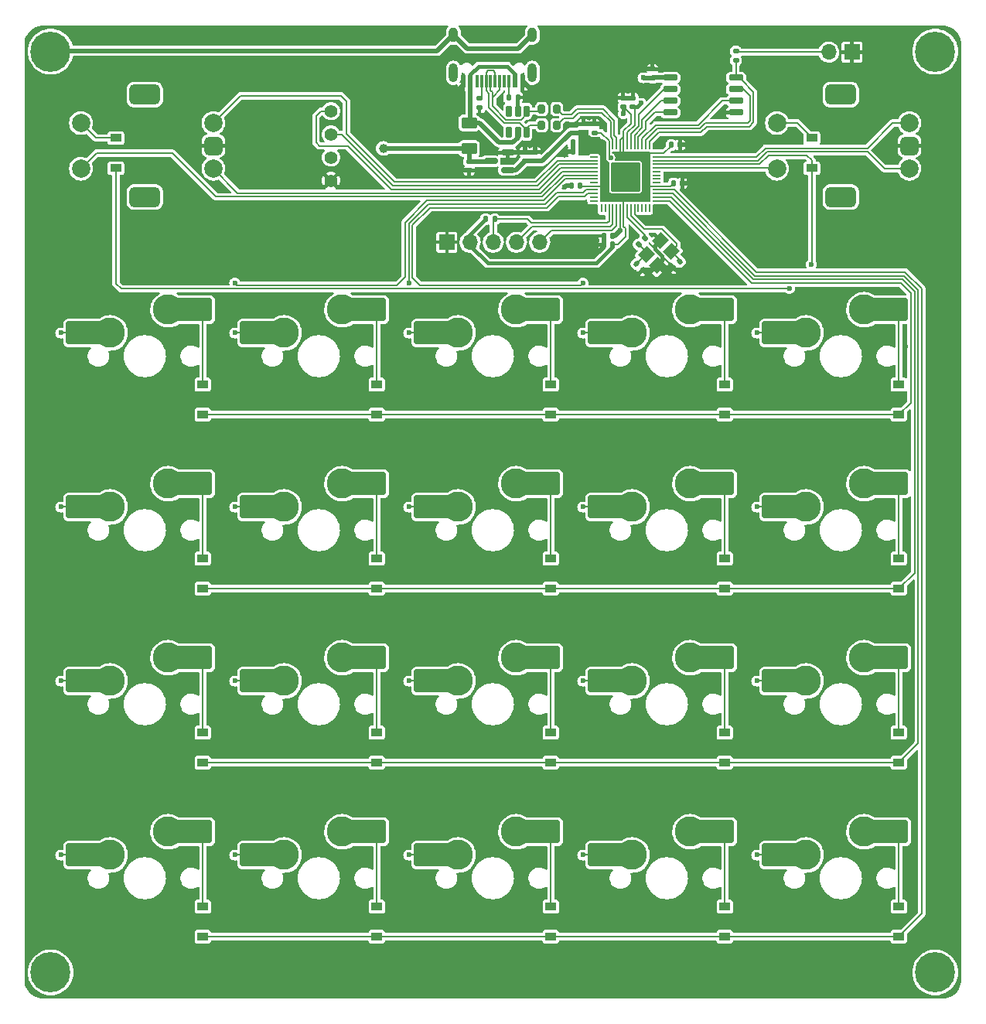
<source format=gbr>
%TF.GenerationSoftware,KiCad,Pcbnew,(6.0.7)*%
%TF.CreationDate,2022-10-27T14:14:10-04:00*%
%TF.ProjectId,BlueTeamPad,426c7565-5465-4616-9d50-61642e6b6963,rev?*%
%TF.SameCoordinates,Original*%
%TF.FileFunction,Copper,L2,Bot*%
%TF.FilePolarity,Positive*%
%FSLAX46Y46*%
G04 Gerber Fmt 4.6, Leading zero omitted, Abs format (unit mm)*
G04 Created by KiCad (PCBNEW (6.0.7)) date 2022-10-27 14:14:10*
%MOMM*%
%LPD*%
G01*
G04 APERTURE LIST*
G04 Aperture macros list*
%AMRoundRect*
0 Rectangle with rounded corners*
0 $1 Rounding radius*
0 $2 $3 $4 $5 $6 $7 $8 $9 X,Y pos of 4 corners*
0 Add a 4 corners polygon primitive as box body*
4,1,4,$2,$3,$4,$5,$6,$7,$8,$9,$2,$3,0*
0 Add four circle primitives for the rounded corners*
1,1,$1+$1,$2,$3*
1,1,$1+$1,$4,$5*
1,1,$1+$1,$6,$7*
1,1,$1+$1,$8,$9*
0 Add four rect primitives between the rounded corners*
20,1,$1+$1,$2,$3,$4,$5,0*
20,1,$1+$1,$4,$5,$6,$7,0*
20,1,$1+$1,$6,$7,$8,$9,0*
20,1,$1+$1,$8,$9,$2,$3,0*%
%AMRotRect*
0 Rectangle, with rotation*
0 The origin of the aperture is its center*
0 $1 length*
0 $2 width*
0 $3 Rotation angle, in degrees counterclockwise*
0 Add horizontal line*
21,1,$1,$2,0,0,$3*%
G04 Aperture macros list end*
%TA.AperFunction,ComponentPad*%
%ADD10C,4.400000*%
%TD*%
%TA.AperFunction,ComponentPad*%
%ADD11C,1.397000*%
%TD*%
%TA.AperFunction,ComponentPad*%
%ADD12C,2.000000*%
%TD*%
%TA.AperFunction,ComponentPad*%
%ADD13RoundRect,0.500000X0.500000X0.500000X-0.500000X0.500000X-0.500000X-0.500000X0.500000X-0.500000X0*%
%TD*%
%TA.AperFunction,ComponentPad*%
%ADD14RoundRect,0.550000X1.150000X0.550000X-1.150000X0.550000X-1.150000X-0.550000X1.150000X-0.550000X0*%
%TD*%
%TA.AperFunction,SMDPad,CuDef*%
%ADD15R,1.200000X0.900000*%
%TD*%
%TA.AperFunction,SMDPad,CuDef*%
%ADD16R,1.650000X2.500000*%
%TD*%
%TA.AperFunction,ComponentPad*%
%ADD17C,3.300000*%
%TD*%
%TA.AperFunction,SMDPad,CuDef*%
%ADD18RoundRect,0.250000X1.025000X1.000000X-1.025000X1.000000X-1.025000X-1.000000X1.025000X-1.000000X0*%
%TD*%
%TA.AperFunction,SMDPad,CuDef*%
%ADD19RoundRect,0.150000X0.650000X0.150000X-0.650000X0.150000X-0.650000X-0.150000X0.650000X-0.150000X0*%
%TD*%
%TA.AperFunction,SMDPad,CuDef*%
%ADD20RoundRect,0.150000X-0.150000X0.475000X-0.150000X-0.475000X0.150000X-0.475000X0.150000X0.475000X0*%
%TD*%
%TA.AperFunction,SMDPad,CuDef*%
%ADD21RoundRect,0.135000X0.135000X0.185000X-0.135000X0.185000X-0.135000X-0.185000X0.135000X-0.185000X0*%
%TD*%
%TA.AperFunction,SMDPad,CuDef*%
%ADD22RoundRect,0.140000X-0.140000X-0.170000X0.140000X-0.170000X0.140000X0.170000X-0.140000X0.170000X0*%
%TD*%
%TA.AperFunction,ComponentPad*%
%ADD23R,1.700000X1.700000*%
%TD*%
%TA.AperFunction,ComponentPad*%
%ADD24O,1.700000X1.700000*%
%TD*%
%TA.AperFunction,SMDPad,CuDef*%
%ADD25RoundRect,0.200000X0.200000X0.275000X-0.200000X0.275000X-0.200000X-0.275000X0.200000X-0.275000X0*%
%TD*%
%TA.AperFunction,SMDPad,CuDef*%
%ADD26RoundRect,0.140000X0.170000X-0.140000X0.170000X0.140000X-0.170000X0.140000X-0.170000X-0.140000X0*%
%TD*%
%TA.AperFunction,SMDPad,CuDef*%
%ADD27RoundRect,0.140000X0.140000X0.170000X-0.140000X0.170000X-0.140000X-0.170000X0.140000X-0.170000X0*%
%TD*%
%TA.AperFunction,SMDPad,CuDef*%
%ADD28RoundRect,0.250000X-0.625000X0.375000X-0.625000X-0.375000X0.625000X-0.375000X0.625000X0.375000X0*%
%TD*%
%TA.AperFunction,SMDPad,CuDef*%
%ADD29RoundRect,0.050000X0.387500X0.050000X-0.387500X0.050000X-0.387500X-0.050000X0.387500X-0.050000X0*%
%TD*%
%TA.AperFunction,SMDPad,CuDef*%
%ADD30RoundRect,0.050000X0.050000X0.387500X-0.050000X0.387500X-0.050000X-0.387500X0.050000X-0.387500X0*%
%TD*%
%TA.AperFunction,ComponentPad*%
%ADD31C,0.600000*%
%TD*%
%TA.AperFunction,SMDPad,CuDef*%
%ADD32RoundRect,0.144000X1.456000X1.456000X-1.456000X1.456000X-1.456000X-1.456000X1.456000X-1.456000X0*%
%TD*%
%TA.AperFunction,SMDPad,CuDef*%
%ADD33RoundRect,0.140000X0.021213X-0.219203X0.219203X-0.021213X-0.021213X0.219203X-0.219203X0.021213X0*%
%TD*%
%TA.AperFunction,SMDPad,CuDef*%
%ADD34RoundRect,0.140000X-0.170000X0.140000X-0.170000X-0.140000X0.170000X-0.140000X0.170000X0.140000X0*%
%TD*%
%TA.AperFunction,SMDPad,CuDef*%
%ADD35RoundRect,0.200000X-0.200000X-0.275000X0.200000X-0.275000X0.200000X0.275000X-0.200000X0.275000X0*%
%TD*%
%TA.AperFunction,SMDPad,CuDef*%
%ADD36RoundRect,0.135000X-0.185000X0.135000X-0.185000X-0.135000X0.185000X-0.135000X0.185000X0.135000X0*%
%TD*%
%TA.AperFunction,SMDPad,CuDef*%
%ADD37RoundRect,0.150000X0.587500X0.150000X-0.587500X0.150000X-0.587500X-0.150000X0.587500X-0.150000X0*%
%TD*%
%TA.AperFunction,SMDPad,CuDef*%
%ADD38RoundRect,0.140000X0.219203X0.021213X0.021213X0.219203X-0.219203X-0.021213X-0.021213X-0.219203X0*%
%TD*%
%TA.AperFunction,SMDPad,CuDef*%
%ADD39RoundRect,0.135000X0.035355X-0.226274X0.226274X-0.035355X-0.035355X0.226274X-0.226274X0.035355X0*%
%TD*%
%TA.AperFunction,SMDPad,CuDef*%
%ADD40R,0.600000X1.450000*%
%TD*%
%TA.AperFunction,SMDPad,CuDef*%
%ADD41R,0.300000X1.450000*%
%TD*%
%TA.AperFunction,ComponentPad*%
%ADD42O,1.000000X1.600000*%
%TD*%
%TA.AperFunction,ComponentPad*%
%ADD43O,1.000000X2.100000*%
%TD*%
%TA.AperFunction,SMDPad,CuDef*%
%ADD44RoundRect,0.135000X0.185000X-0.135000X0.185000X0.135000X-0.185000X0.135000X-0.185000X-0.135000X0*%
%TD*%
%TA.AperFunction,SMDPad,CuDef*%
%ADD45RoundRect,0.135000X-0.135000X-0.185000X0.135000X-0.185000X0.135000X0.185000X-0.135000X0.185000X0*%
%TD*%
%TA.AperFunction,SMDPad,CuDef*%
%ADD46RotRect,1.400000X1.200000X45.000000*%
%TD*%
%TA.AperFunction,ViaPad*%
%ADD47C,0.600000*%
%TD*%
%TA.AperFunction,ViaPad*%
%ADD48C,1.000000*%
%TD*%
%TA.AperFunction,ViaPad*%
%ADD49C,0.800000*%
%TD*%
%TA.AperFunction,Conductor*%
%ADD50C,0.500000*%
%TD*%
%TA.AperFunction,Conductor*%
%ADD51C,0.200000*%
%TD*%
%TA.AperFunction,Conductor*%
%ADD52C,0.400000*%
%TD*%
G04 APERTURE END LIST*
D10*
%TO.P,H2,1,1*%
%TO.N,unconnected-(H2-Pad1)*%
X151606250Y-55562500D03*
%TD*%
D11*
%TO.P,OL1,1,SDA*%
%TO.N,OLED_SDA*%
X85457500Y-62071250D03*
%TO.P,OL1,2,SCL*%
%TO.N,OLED_SCL*%
X85457500Y-64611250D03*
%TO.P,OL1,3,VCC*%
%TO.N,+5V*%
X85457500Y-67151250D03*
%TO.P,OL1,4,GND*%
%TO.N,GND*%
X85457500Y-69691250D03*
%TD*%
D10*
%TO.P,H1,1,1*%
%TO.N,Earth*%
X54768750Y-55562500D03*
%TD*%
D12*
%TO.P,SW3,A,A*%
%TO.N,ROT2A*%
X148787500Y-68381250D03*
%TO.P,SW3,B,B*%
%TO.N,ROT2B*%
X148787500Y-63381250D03*
D13*
%TO.P,SW3,C,C*%
%TO.N,GND*%
X148787500Y-65881250D03*
D14*
%TO.P,SW3,MP*%
%TO.N,N/C*%
X141287500Y-60281250D03*
X141287500Y-71481250D03*
D12*
%TO.P,SW3,S1,S1*%
%TO.N,Net-(D2-Pad2)*%
X134287500Y-63381250D03*
%TO.P,SW3,S2,S2*%
%TO.N,COL4*%
X134287500Y-68381250D03*
%TD*%
D10*
%TO.P,H3,1,1*%
%TO.N,unconnected-(H3-Pad1)*%
X54768750Y-156368750D03*
%TD*%
%TO.P,H4,1,1*%
%TO.N,unconnected-(H4-Pad1)*%
X151606250Y-156368750D03*
%TD*%
D12*
%TO.P,SW2,A,A*%
%TO.N,ROT1A*%
X72587500Y-68381250D03*
%TO.P,SW2,B,B*%
%TO.N,ROT1B*%
X72587500Y-63381250D03*
D13*
%TO.P,SW2,C,C*%
%TO.N,GND*%
X72587500Y-65881250D03*
D14*
%TO.P,SW2,MP*%
%TO.N,N/C*%
X65087500Y-60281250D03*
X65087500Y-71481250D03*
D12*
%TO.P,SW2,S1,S1*%
%TO.N,Net-(D1-Pad2)*%
X58087500Y-63381250D03*
%TO.P,SW2,S2,S2*%
%TO.N,COL0*%
X58087500Y-68381250D03*
%TD*%
D15*
%TO.P,D10,1,K*%
%TO.N,ROW2*%
X109537500Y-114362500D03*
%TO.P,D10,2,A*%
%TO.N,Net-(D10-Pad2)*%
X109537500Y-111062500D03*
%TD*%
D16*
%TO.P,SW20,1,1*%
%TO.N,COL1*%
X78502500Y-143510000D03*
D17*
X80327500Y-143510000D03*
D18*
X76777500Y-143510000D03*
D17*
%TO.P,SW20,2,2*%
%TO.N,Net-(D19-Pad2)*%
X86677500Y-140970000D03*
D16*
X88477500Y-140970000D03*
D18*
X90227500Y-140970000D03*
%TD*%
D15*
%TO.P,D5,1,K*%
%TO.N,ROW1*%
X109537500Y-95312500D03*
%TO.P,D5,2,A*%
%TO.N,Net-(D5-Pad2)*%
X109537500Y-92012500D03*
%TD*%
%TO.P,D2,1,K*%
%TO.N,ROW0*%
X138112500Y-68325000D03*
%TO.P,D2,2,A*%
%TO.N,Net-(D2-Pad2)*%
X138112500Y-65025000D03*
%TD*%
D19*
%TO.P,U3,1,~{CS}*%
%TO.N,CS*%
X129806250Y-58420000D03*
%TO.P,U3,2,DO(IO1)*%
%TO.N,SD1*%
X129806250Y-59690000D03*
%TO.P,U3,3,IO2*%
%TO.N,SD2*%
X129806250Y-60960000D03*
%TO.P,U3,4,GND*%
%TO.N,GND*%
X129806250Y-62230000D03*
%TO.P,U3,5,DI(IO0)*%
%TO.N,SD0*%
X122606250Y-62230000D03*
%TO.P,U3,6,CLK*%
%TO.N,QSPI_CLK*%
X122606250Y-60960000D03*
%TO.P,U3,7,IO3*%
%TO.N,SD3*%
X122606250Y-59690000D03*
%TO.P,U3,8,VCC*%
%TO.N,+3.3V*%
X122606250Y-58420000D03*
%TD*%
D15*
%TO.P,D15,1,K*%
%TO.N,ROW3*%
X109537500Y-133412500D03*
%TO.P,D15,2,A*%
%TO.N,Net-(D15-Pad2)*%
X109537500Y-130112500D03*
%TD*%
D20*
%TO.P,U2,1,IO1*%
%TO.N,unconnected-(U2-Pad1)*%
X104968000Y-62071000D03*
%TO.P,U2,2,VN*%
%TO.N,GND*%
X105918000Y-62071000D03*
%TO.P,U2,3,IO2*%
%TO.N,DBUS+*%
X106868000Y-62071000D03*
%TO.P,U2,4,IO3*%
%TO.N,DBUS-*%
X106868000Y-64421000D03*
%TO.P,U2,5,VP*%
%TO.N,VBUS*%
X105918000Y-64421000D03*
%TO.P,U2,6,IO4*%
%TO.N,unconnected-(U2-Pad6)*%
X104968000Y-64421000D03*
%TD*%
D21*
%TO.P,R4,1*%
%TO.N,GND*%
X105920000Y-60579000D03*
%TO.P,R4,2*%
%TO.N,Net-(J1-PadB5)*%
X104900000Y-60579000D03*
%TD*%
D15*
%TO.P,D4,1,K*%
%TO.N,ROW1*%
X90487500Y-95312500D03*
%TO.P,D4,2,A*%
%TO.N,Net-(D4-Pad2)*%
X90487500Y-92012500D03*
%TD*%
D22*
%TO.P,C16,1*%
%TO.N,+3.3V*%
X122952000Y-69993000D03*
%TO.P,C16,2*%
%TO.N,GND*%
X123912000Y-69993000D03*
%TD*%
D18*
%TO.P,SW5,1,1*%
%TO.N,COL1*%
X76777500Y-86360000D03*
D16*
X78502500Y-86360000D03*
D17*
X80327500Y-86360000D03*
D18*
%TO.P,SW5,2,2*%
%TO.N,Net-(D4-Pad2)*%
X90227500Y-83820000D03*
D16*
X88477500Y-83820000D03*
D17*
X86677500Y-83820000D03*
%TD*%
D23*
%TO.P,SW1,1,1*%
%TO.N,GND*%
X142494000Y-55626000D03*
D24*
%TO.P,SW1,2,2*%
%TO.N,Net-(R6-Pad1)*%
X139954000Y-55626000D03*
%TD*%
D18*
%TO.P,SW6,1,1*%
%TO.N,COL2*%
X95827500Y-86360000D03*
D16*
X97552500Y-86360000D03*
D17*
X99377500Y-86360000D03*
%TO.P,SW6,2,2*%
%TO.N,Net-(D5-Pad2)*%
X105727500Y-83820000D03*
D18*
X109277500Y-83820000D03*
D16*
X107527500Y-83820000D03*
%TD*%
D15*
%TO.P,D19,1,K*%
%TO.N,ROW4*%
X90487500Y-152462500D03*
%TO.P,D19,2,A*%
%TO.N,Net-(D19-Pad2)*%
X90487500Y-149162500D03*
%TD*%
D22*
%TO.P,C14,1*%
%TO.N,+3.3V*%
X122710000Y-65786000D03*
%TO.P,C14,2*%
%TO.N,GND*%
X123670000Y-65786000D03*
%TD*%
D15*
%TO.P,D1,1,K*%
%TO.N,ROW0*%
X61912500Y-68325000D03*
%TO.P,D1,2,A*%
%TO.N,Net-(D1-Pad2)*%
X61912500Y-65025000D03*
%TD*%
D25*
%TO.P,R1,1*%
%TO.N,Net-(R1-Pad1)*%
X110172000Y-61849000D03*
%TO.P,R1,2*%
%TO.N,DBUS+*%
X108522000Y-61849000D03*
%TD*%
D26*
%TO.P,C5,1*%
%TO.N,+3.3V*%
X117449600Y-61598750D03*
%TO.P,C5,2*%
%TO.N,GND*%
X117449600Y-60638750D03*
%TD*%
%TO.P,C11,1*%
%TO.N,+3.3V*%
X120650000Y-58442800D03*
%TO.P,C11,2*%
%TO.N,GND*%
X120650000Y-57482800D03*
%TD*%
D27*
%TO.P,C12,1*%
%TO.N,+3.3V*%
X112900400Y-66548000D03*
%TO.P,C12,2*%
%TO.N,GND*%
X111940400Y-66548000D03*
%TD*%
D15*
%TO.P,D22,1,K*%
%TO.N,ROW4*%
X147637500Y-152462500D03*
%TO.P,D22,2,A*%
%TO.N,Net-(D22-Pad2)*%
X147637500Y-149162500D03*
%TD*%
D18*
%TO.P,SW21,1,1*%
%TO.N,COL2*%
X95827500Y-143510000D03*
D17*
X99377500Y-143510000D03*
D16*
X97552500Y-143510000D03*
D18*
%TO.P,SW21,2,2*%
%TO.N,Net-(D20-Pad2)*%
X109277500Y-140970000D03*
D16*
X107527500Y-140970000D03*
D17*
X105727500Y-140970000D03*
%TD*%
D16*
%TO.P,SW22,1,1*%
%TO.N,COL3*%
X116602500Y-143510000D03*
D17*
X118427500Y-143510000D03*
D18*
X114877500Y-143510000D03*
%TO.P,SW22,2,2*%
%TO.N,Net-(D21-Pad2)*%
X128327500Y-140970000D03*
D16*
X126577500Y-140970000D03*
D17*
X124777500Y-140970000D03*
%TD*%
D27*
%TO.P,C13,1*%
%TO.N,+3.3V*%
X116304000Y-76708000D03*
%TO.P,C13,2*%
%TO.N,GND*%
X115344000Y-76708000D03*
%TD*%
D15*
%TO.P,D9,1,K*%
%TO.N,ROW2*%
X90487500Y-114362500D03*
%TO.P,D9,2,A*%
%TO.N,Net-(D9-Pad2)*%
X90487500Y-111062500D03*
%TD*%
D28*
%TO.P,F1,1*%
%TO.N,VBUS*%
X100584000Y-63370000D03*
%TO.P,F1,2*%
%TO.N,+5V*%
X100584000Y-66170000D03*
%TD*%
D29*
%TO.P,U1,1,IOVDD*%
%TO.N,+3.3V*%
X121141100Y-66691200D03*
%TO.P,U1,2,GPIO0*%
%TO.N,ROT2B*%
X121141100Y-67091200D03*
%TO.P,U1,3,GPIO1*%
%TO.N,ROT2A*%
X121141100Y-67491200D03*
%TO.P,U1,4,GPIO2*%
%TO.N,ROW0*%
X121141100Y-67891200D03*
%TO.P,U1,5,GPIO3*%
%TO.N,COL4*%
X121141100Y-68291200D03*
%TO.P,U1,6,GPIO4*%
%TO.N,unconnected-(U1-Pad6)*%
X121141100Y-68691200D03*
%TO.P,U1,7,GPIO5*%
%TO.N,unconnected-(U1-Pad7)*%
X121141100Y-69091200D03*
%TO.P,U1,8,GPIO6*%
%TO.N,unconnected-(U1-Pad8)*%
X121141100Y-69491200D03*
%TO.P,U1,9,GPIO7*%
%TO.N,unconnected-(U1-Pad9)*%
X121141100Y-69891200D03*
%TO.P,U1,10,IOVDD*%
%TO.N,+3.3V*%
X121141100Y-70291200D03*
%TO.P,U1,11,GPIO8*%
%TO.N,ROW4*%
X121141100Y-70691200D03*
%TO.P,U1,12,GPIO9*%
%TO.N,ROW3*%
X121141100Y-71091200D03*
%TO.P,U1,13,GPIO10*%
%TO.N,ROW2*%
X121141100Y-71491200D03*
%TO.P,U1,14,GPIO11*%
%TO.N,ROW1*%
X121141100Y-71891200D03*
D30*
%TO.P,U1,15,GPIO12*%
%TO.N,unconnected-(U1-Pad15)*%
X120303600Y-72728700D03*
%TO.P,U1,16,GPIO13*%
%TO.N,unconnected-(U1-Pad16)*%
X119903600Y-72728700D03*
%TO.P,U1,17,GPIO14*%
%TO.N,unconnected-(U1-Pad17)*%
X119503600Y-72728700D03*
%TO.P,U1,18,GPIO15*%
%TO.N,unconnected-(U1-Pad18)*%
X119103600Y-72728700D03*
%TO.P,U1,19,TESTEN*%
%TO.N,GND*%
X118703600Y-72728700D03*
%TO.P,U1,20,XTAL_IN*%
%TO.N,Net-(C3-Pad2)*%
X118303600Y-72728700D03*
%TO.P,U1,21,XTAL_OUT*%
%TO.N,Net-(R5-Pad2)*%
X117903600Y-72728700D03*
%TO.P,U1,22,IOVDD*%
%TO.N,+3.3V*%
X117503600Y-72728700D03*
%TO.P,U1,23,DVDD*%
%TO.N,+1V1*%
X117103600Y-72728700D03*
%TO.P,U1,24,SWCLK*%
%TO.N,SWCLK*%
X116703600Y-72728700D03*
%TO.P,U1,25,SWDIO*%
%TO.N,SWD*%
X116303600Y-72728700D03*
%TO.P,U1,26,~{RUN}*%
%TO.N,~{RESET}*%
X115903600Y-72728700D03*
%TO.P,U1,27,GPIO16*%
%TO.N,unconnected-(U1-Pad27)*%
X115503600Y-72728700D03*
%TO.P,U1,28,GPIO17*%
%TO.N,unconnected-(U1-Pad28)*%
X115103600Y-72728700D03*
D29*
%TO.P,U1,29,GPIO18*%
%TO.N,unconnected-(U1-Pad29)*%
X114266100Y-71891200D03*
%TO.P,U1,30,GPIO19*%
%TO.N,unconnected-(U1-Pad30)*%
X114266100Y-71491200D03*
%TO.P,U1,31,GPIO20*%
%TO.N,COL3*%
X114266100Y-71091200D03*
%TO.P,U1,32,GPIO21*%
%TO.N,COL2*%
X114266100Y-70691200D03*
%TO.P,U1,33,IOVDD*%
%TO.N,+3.3V*%
X114266100Y-70291200D03*
%TO.P,U1,34,GPIO22*%
%TO.N,unconnected-(U1-Pad34)*%
X114266100Y-69891200D03*
%TO.P,U1,35,GPIO23*%
%TO.N,COL1*%
X114266100Y-69491200D03*
%TO.P,U1,36,GPIO24*%
%TO.N,COL0*%
X114266100Y-69091200D03*
%TO.P,U1,37,GPIO25*%
%TO.N,ROT1A*%
X114266100Y-68691200D03*
%TO.P,U1,38,GPIO26/ADC0*%
%TO.N,OLED_SDA*%
X114266100Y-68291200D03*
%TO.P,U1,39,GPIO27/ADC1*%
%TO.N,OLED_SCL*%
X114266100Y-67891200D03*
%TO.P,U1,40,GPIO28/ADC2*%
%TO.N,ROT1B*%
X114266100Y-67491200D03*
%TO.P,U1,41,GPIO29/ADC3*%
%TO.N,unconnected-(U1-Pad41)*%
X114266100Y-67091200D03*
%TO.P,U1,42,IOVDD*%
%TO.N,+3.3V*%
X114266100Y-66691200D03*
D30*
%TO.P,U1,43,ADC_AVDD*%
X115103600Y-65853700D03*
%TO.P,U1,44,VREG_VIN*%
X115503600Y-65853700D03*
%TO.P,U1,45,VREG_VOUT*%
%TO.N,+1V1*%
X115903600Y-65853700D03*
%TO.P,U1,46,D-*%
%TO.N,Net-(R2-Pad2)*%
X116303600Y-65853700D03*
%TO.P,U1,47,D+*%
%TO.N,Net-(R1-Pad1)*%
X116703600Y-65853700D03*
%TO.P,U1,48,USB_VDD*%
%TO.N,+3.3V*%
X117103600Y-65853700D03*
%TO.P,U1,49,IOVDD*%
X117503600Y-65853700D03*
%TO.P,U1,50,DVDD*%
%TO.N,+1V1*%
X117903600Y-65853700D03*
%TO.P,U1,51,QSPI_SD3*%
%TO.N,SD3*%
X118303600Y-65853700D03*
%TO.P,U1,52,QSPI_SCLK*%
%TO.N,QSPI_CLK*%
X118703600Y-65853700D03*
%TO.P,U1,53,QSPI_SD0*%
%TO.N,SD0*%
X119103600Y-65853700D03*
%TO.P,U1,54,QSPI_SD2*%
%TO.N,SD2*%
X119503600Y-65853700D03*
%TO.P,U1,55,QSPI_SD1*%
%TO.N,SD1*%
X119903600Y-65853700D03*
%TO.P,U1,56,QSPI_SS_N*%
%TO.N,CS*%
X120303600Y-65853700D03*
D31*
%TO.P,U1,57,GND*%
%TO.N,GND*%
X118978600Y-70566200D03*
X116428600Y-68016200D03*
X116428600Y-69291200D03*
D32*
X117703600Y-69291200D03*
D31*
X118978600Y-68016200D03*
X116428600Y-70566200D03*
X117703600Y-69291200D03*
X118978600Y-69291200D03*
X117703600Y-68016200D03*
X117703600Y-70566200D03*
%TD*%
D27*
%TO.P,C15,1*%
%TO.N,+3.3V*%
X112748000Y-70231000D03*
%TO.P,C15,2*%
%TO.N,GND*%
X111788000Y-70231000D03*
%TD*%
D17*
%TO.P,SW13,1,1*%
%TO.N,COL4*%
X137477500Y-105410000D03*
D18*
X133927500Y-105410000D03*
D16*
X135652500Y-105410000D03*
%TO.P,SW13,2,2*%
%TO.N,Net-(D12-Pad2)*%
X145627500Y-102870000D03*
D18*
X147377500Y-102870000D03*
D17*
X143827500Y-102870000D03*
%TD*%
%TO.P,SW18,1,1*%
%TO.N,COL4*%
X137477500Y-124460000D03*
D18*
X133927500Y-124460000D03*
D16*
X135652500Y-124460000D03*
%TO.P,SW18,2,2*%
%TO.N,Net-(D17-Pad2)*%
X145627500Y-121920000D03*
D18*
X147377500Y-121920000D03*
D17*
X143827500Y-121920000D03*
%TD*%
D15*
%TO.P,D6,1,K*%
%TO.N,ROW1*%
X128587500Y-95312500D03*
%TO.P,D6,2,A*%
%TO.N,Net-(D6-Pad2)*%
X128587500Y-92012500D03*
%TD*%
D33*
%TO.P,C3,1*%
%TO.N,GND*%
X122977589Y-79206411D03*
%TO.P,C3,2*%
%TO.N,Net-(C3-Pad2)*%
X123656411Y-78527589D03*
%TD*%
D16*
%TO.P,SW16,1,1*%
%TO.N,COL2*%
X97552500Y-124460000D03*
D18*
X95827500Y-124460000D03*
D17*
X99377500Y-124460000D03*
D18*
%TO.P,SW16,2,2*%
%TO.N,Net-(D15-Pad2)*%
X109277500Y-121920000D03*
D16*
X107527500Y-121920000D03*
D17*
X105727500Y-121920000D03*
%TD*%
D15*
%TO.P,D8,1,K*%
%TO.N,ROW2*%
X71437500Y-114362500D03*
%TO.P,D8,2,A*%
%TO.N,Net-(D8-Pad2)*%
X71437500Y-111062500D03*
%TD*%
D17*
%TO.P,SW11,1,1*%
%TO.N,COL2*%
X99377500Y-105410000D03*
D16*
X97552500Y-105410000D03*
D18*
X95827500Y-105410000D03*
D17*
%TO.P,SW11,2,2*%
%TO.N,Net-(D10-Pad2)*%
X105727500Y-102870000D03*
D18*
X109277500Y-102870000D03*
D16*
X107527500Y-102870000D03*
%TD*%
D15*
%TO.P,D18,1,K*%
%TO.N,ROW4*%
X71437500Y-152462500D03*
%TO.P,D18,2,A*%
%TO.N,Net-(D18-Pad2)*%
X71437500Y-149162500D03*
%TD*%
D34*
%TO.P,C2,1*%
%TO.N,+5V*%
X100584000Y-67620000D03*
%TO.P,C2,2*%
%TO.N,GND*%
X100584000Y-68580000D03*
%TD*%
D35*
%TO.P,R2,1*%
%TO.N,DBUS-*%
X108522000Y-63627000D03*
%TO.P,R2,2*%
%TO.N,Net-(R2-Pad2)*%
X110172000Y-63627000D03*
%TD*%
D16*
%TO.P,SW12,1,1*%
%TO.N,COL3*%
X116602500Y-105410000D03*
D17*
X118427500Y-105410000D03*
D18*
X114877500Y-105410000D03*
D16*
%TO.P,SW12,2,2*%
%TO.N,Net-(D11-Pad2)*%
X126577500Y-102870000D03*
D17*
X124777500Y-102870000D03*
D18*
X128327500Y-102870000D03*
%TD*%
D26*
%TO.P,C8,1*%
%TO.N,+1V1*%
X118516400Y-61598750D03*
%TO.P,C8,2*%
%TO.N,GND*%
X118516400Y-60638750D03*
%TD*%
D36*
%TO.P,R6,1*%
%TO.N,Net-(R6-Pad1)*%
X129794000Y-55497000D03*
%TO.P,R6,2*%
%TO.N,CS*%
X129794000Y-56517000D03*
%TD*%
D26*
%TO.P,C1,1*%
%TO.N,+3.3V*%
X106680000Y-67536000D03*
%TO.P,C1,2*%
%TO.N,GND*%
X106680000Y-66576000D03*
%TD*%
D18*
%TO.P,SW9,1,1*%
%TO.N,COL0*%
X57727500Y-105410000D03*
D17*
X61277500Y-105410000D03*
D16*
X59452500Y-105410000D03*
D18*
%TO.P,SW9,2,2*%
%TO.N,Net-(D8-Pad2)*%
X71177500Y-102870000D03*
D16*
X69427500Y-102870000D03*
D17*
X67627500Y-102870000D03*
%TD*%
%TO.P,SW10,1,1*%
%TO.N,COL1*%
X80327500Y-105410000D03*
D16*
X78502500Y-105410000D03*
D18*
X76777500Y-105410000D03*
D17*
%TO.P,SW10,2,2*%
%TO.N,Net-(D9-Pad2)*%
X86677500Y-102870000D03*
D18*
X90227500Y-102870000D03*
D16*
X88477500Y-102870000D03*
%TD*%
D27*
%TO.P,C7,1*%
%TO.N,+1V1*%
X116304000Y-75742800D03*
%TO.P,C7,2*%
%TO.N,GND*%
X115344000Y-75742800D03*
%TD*%
D15*
%TO.P,D16,1,K*%
%TO.N,ROW3*%
X128587500Y-133412500D03*
%TO.P,D16,2,A*%
%TO.N,Net-(D16-Pad2)*%
X128587500Y-130112500D03*
%TD*%
D18*
%TO.P,SW7,1,1*%
%TO.N,COL3*%
X114877500Y-86360000D03*
D16*
X116602500Y-86360000D03*
D17*
X118427500Y-86360000D03*
D18*
%TO.P,SW7,2,2*%
%TO.N,Net-(D6-Pad2)*%
X128327500Y-83820000D03*
D17*
X124777500Y-83820000D03*
D16*
X126577500Y-83820000D03*
%TD*%
D37*
%TO.P,U4,1,GND*%
%TO.N,GND*%
X104823500Y-66614000D03*
%TO.P,U4,2,VO*%
%TO.N,+3.3V*%
X104823500Y-68514000D03*
%TO.P,U4,3,VI*%
%TO.N,+5V*%
X102948500Y-67564000D03*
%TD*%
D15*
%TO.P,D11,1,K*%
%TO.N,ROW2*%
X128587500Y-114362500D03*
%TO.P,D11,2,A*%
%TO.N,Net-(D11-Pad2)*%
X128587500Y-111062500D03*
%TD*%
D26*
%TO.P,C9,1*%
%TO.N,+3.3V*%
X107823000Y-67536000D03*
%TO.P,C9,2*%
%TO.N,GND*%
X107823000Y-66576000D03*
%TD*%
D38*
%TO.P,C4,1*%
%TO.N,GND*%
X119592411Y-79460411D03*
%TO.P,C4,2*%
%TO.N,/XTAL_O*%
X118913589Y-78781589D03*
%TD*%
D17*
%TO.P,SW15,1,1*%
%TO.N,COL1*%
X80327500Y-124460000D03*
D16*
X78502500Y-124460000D03*
D18*
X76777500Y-124460000D03*
%TO.P,SW15,2,2*%
%TO.N,Net-(D14-Pad2)*%
X90227500Y-121920000D03*
D16*
X88477500Y-121920000D03*
D17*
X86677500Y-121920000D03*
%TD*%
D15*
%TO.P,D14,1,K*%
%TO.N,ROW3*%
X90487500Y-133412500D03*
%TO.P,D14,2,A*%
%TO.N,Net-(D14-Pad2)*%
X90487500Y-130112500D03*
%TD*%
%TO.P,D3,1,K*%
%TO.N,ROW1*%
X71437500Y-95312500D03*
%TO.P,D3,2,A*%
%TO.N,Net-(D3-Pad2)*%
X71437500Y-92012500D03*
%TD*%
D39*
%TO.P,R5,1*%
%TO.N,/XTAL_O*%
X119146376Y-76687624D03*
%TO.P,R5,2*%
%TO.N,Net-(R5-Pad2)*%
X119867624Y-75966376D03*
%TD*%
D40*
%TO.P,J1,A1,GND*%
%TO.N,GND*%
X99937500Y-58813750D03*
%TO.P,J1,A4,VBUS*%
%TO.N,VBUS*%
X100737500Y-58813750D03*
D41*
%TO.P,J1,A5,CC1*%
%TO.N,Net-(J1-PadA5)*%
X101937500Y-58813750D03*
%TO.P,J1,A6,D+*%
%TO.N,DBUS+*%
X102937500Y-58813750D03*
%TO.P,J1,A7,D-*%
%TO.N,DBUS-*%
X103437500Y-58813750D03*
%TO.P,J1,A8,SBU1*%
%TO.N,unconnected-(J1-PadA8)*%
X104437500Y-58813750D03*
D40*
%TO.P,J1,A9,VBUS*%
%TO.N,VBUS*%
X105637500Y-58813750D03*
%TO.P,J1,A12,GND*%
%TO.N,GND*%
X106437500Y-58813750D03*
%TO.P,J1,B1,GND*%
X106437500Y-58813750D03*
%TO.P,J1,B4,VBUS*%
%TO.N,VBUS*%
X105637500Y-58813750D03*
D41*
%TO.P,J1,B5,CC2*%
%TO.N,Net-(J1-PadB5)*%
X104937500Y-58813750D03*
%TO.P,J1,B6,D+*%
%TO.N,DBUS+*%
X103937500Y-58813750D03*
%TO.P,J1,B7,D-*%
%TO.N,DBUS-*%
X102437500Y-58813750D03*
%TO.P,J1,B8,SBU2*%
%TO.N,unconnected-(J1-PadB8)*%
X101437500Y-58813750D03*
D40*
%TO.P,J1,B9,VBUS*%
%TO.N,VBUS*%
X100737500Y-58813750D03*
%TO.P,J1,B12,GND*%
%TO.N,GND*%
X99937500Y-58813750D03*
D42*
%TO.P,J1,S1,SHIELD*%
%TO.N,Earth*%
X107507500Y-53718750D03*
D43*
X98867500Y-57898750D03*
D42*
X98867500Y-53718750D03*
D43*
X107507500Y-57898750D03*
%TD*%
D44*
%TO.P,R3,1*%
%TO.N,GND*%
X101727000Y-61724000D03*
%TO.P,R3,2*%
%TO.N,Net-(J1-PadA5)*%
X101727000Y-60704000D03*
%TD*%
D15*
%TO.P,D12,1,K*%
%TO.N,ROW2*%
X147637500Y-114362500D03*
%TO.P,D12,2,A*%
%TO.N,Net-(D12-Pad2)*%
X147637500Y-111062500D03*
%TD*%
D45*
%TO.P,R7,1*%
%TO.N,+3.3V*%
X102360000Y-73914000D03*
%TO.P,R7,2*%
%TO.N,~{RESET}*%
X103380000Y-73914000D03*
%TD*%
D15*
%TO.P,D17,1,K*%
%TO.N,ROW3*%
X147637500Y-133412500D03*
%TO.P,D17,2,A*%
%TO.N,Net-(D17-Pad2)*%
X147637500Y-130112500D03*
%TD*%
D46*
%TO.P,Y1,1,1*%
%TO.N,/XTAL_O*%
X119983365Y-77773777D03*
%TO.P,Y1,2,2*%
%TO.N,GND*%
X121539000Y-76218142D03*
%TO.P,Y1,3,3*%
%TO.N,Net-(C3-Pad2)*%
X122741081Y-77420223D03*
%TO.P,Y1,4,4*%
%TO.N,GND*%
X121185446Y-78975858D03*
%TD*%
D26*
%TO.P,C10,1*%
%TO.N,+3.3V*%
X113131600Y-64437200D03*
%TO.P,C10,2*%
%TO.N,GND*%
X113131600Y-63477200D03*
%TD*%
D18*
%TO.P,SW4,1,1*%
%TO.N,COL0*%
X57727500Y-86360000D03*
D16*
X59452500Y-86360000D03*
D17*
X61277500Y-86360000D03*
D18*
%TO.P,SW4,2,2*%
%TO.N,Net-(D3-Pad2)*%
X71177500Y-83820000D03*
D17*
X67627500Y-83820000D03*
D16*
X69427500Y-83820000D03*
%TD*%
D15*
%TO.P,D13,1,K*%
%TO.N,ROW3*%
X71437500Y-133412500D03*
%TO.P,D13,2,A*%
%TO.N,Net-(D13-Pad2)*%
X71437500Y-130112500D03*
%TD*%
D26*
%TO.P,C6,1*%
%TO.N,+1V1*%
X114300000Y-64437200D03*
%TO.P,C6,2*%
%TO.N,GND*%
X114300000Y-63477200D03*
%TD*%
D16*
%TO.P,SW8,1,1*%
%TO.N,COL4*%
X135652500Y-86360000D03*
D17*
X137477500Y-86360000D03*
D18*
X133927500Y-86360000D03*
%TO.P,SW8,2,2*%
%TO.N,Net-(D7-Pad2)*%
X147377500Y-83820000D03*
D17*
X143827500Y-83820000D03*
D16*
X145627500Y-83820000D03*
%TD*%
D17*
%TO.P,SW23,1,1*%
%TO.N,COL4*%
X137477500Y-143510000D03*
D18*
X133927500Y-143510000D03*
D16*
X135652500Y-143510000D03*
D17*
%TO.P,SW23,2,2*%
%TO.N,Net-(D22-Pad2)*%
X143827500Y-140970000D03*
D18*
X147377500Y-140970000D03*
D16*
X145627500Y-140970000D03*
%TD*%
D23*
%TO.P,J2,1,Pin_1*%
%TO.N,GND*%
X98150000Y-76425000D03*
D24*
%TO.P,J2,2,Pin_2*%
%TO.N,+3.3V*%
X100690000Y-76425000D03*
%TO.P,J2,3,Pin_3*%
%TO.N,~{RESET}*%
X103230000Y-76425000D03*
%TO.P,J2,4,Pin_4*%
%TO.N,SWD*%
X105770000Y-76425000D03*
%TO.P,J2,5,Pin_5*%
%TO.N,SWCLK*%
X108310000Y-76425000D03*
%TD*%
D18*
%TO.P,SW19,1,1*%
%TO.N,COL0*%
X57727500Y-143510000D03*
D17*
X61277500Y-143510000D03*
D16*
X59452500Y-143510000D03*
%TO.P,SW19,2,2*%
%TO.N,Net-(D18-Pad2)*%
X69427500Y-140970000D03*
D17*
X67627500Y-140970000D03*
D18*
X71177500Y-140970000D03*
%TD*%
D15*
%TO.P,D7,1,K*%
%TO.N,ROW1*%
X147637500Y-95312500D03*
%TO.P,D7,2,A*%
%TO.N,Net-(D7-Pad2)*%
X147637500Y-92012500D03*
%TD*%
%TO.P,D21,1,K*%
%TO.N,ROW4*%
X128587500Y-152462500D03*
%TO.P,D21,2,A*%
%TO.N,Net-(D21-Pad2)*%
X128587500Y-149162500D03*
%TD*%
D27*
%TO.P,C17,1*%
%TO.N,+3.3V*%
X112900400Y-65532000D03*
%TO.P,C17,2*%
%TO.N,GND*%
X111940400Y-65532000D03*
%TD*%
D15*
%TO.P,D20,1,K*%
%TO.N,ROW4*%
X109537500Y-152462500D03*
%TO.P,D20,2,A*%
%TO.N,Net-(D20-Pad2)*%
X109537500Y-149162500D03*
%TD*%
D16*
%TO.P,SW14,1,1*%
%TO.N,COL0*%
X59452500Y-124460000D03*
D17*
X61277500Y-124460000D03*
D18*
X57727500Y-124460000D03*
%TO.P,SW14,2,2*%
%TO.N,Net-(D13-Pad2)*%
X71177500Y-121920000D03*
D17*
X67627500Y-121920000D03*
D16*
X69427500Y-121920000D03*
%TD*%
D17*
%TO.P,SW17,1,1*%
%TO.N,COL3*%
X118427500Y-124460000D03*
D16*
X116602500Y-124460000D03*
D18*
X114877500Y-124460000D03*
%TO.P,SW17,2,2*%
%TO.N,Net-(D16-Pad2)*%
X128327500Y-121920000D03*
D17*
X124777500Y-121920000D03*
D16*
X126577500Y-121920000D03*
%TD*%
D47*
%TO.N,GND*%
X103187500Y-54102000D03*
%TO.N,+3.3V*%
X119634000Y-58420000D03*
X117475000Y-62357000D03*
%TO.N,GND*%
X128143000Y-62230000D03*
D48*
X98552000Y-60579000D03*
D49*
X110998000Y-66791700D03*
D47*
X124587000Y-77851000D03*
D48*
X99314000Y-68580000D03*
D47*
X111379000Y-63483500D03*
D48*
X108331000Y-60579000D03*
D47*
X103886000Y-60960000D03*
X148336000Y-87884000D03*
D49*
X115062000Y-63500000D03*
D47*
X124714000Y-69977000D03*
X107823000Y-65786000D03*
X118491000Y-59817000D03*
X114808000Y-77470000D03*
X111050187Y-70410187D03*
X119634000Y-57531000D03*
X103378000Y-63627000D03*
X106680000Y-65786000D03*
X124587000Y-65786000D03*
X111379000Y-61849000D03*
D48*
%TO.N,+5V*%
X91186000Y-66167000D03*
D47*
%TO.N,+1V1*%
X117094000Y-75184000D03*
X119380000Y-61214000D03*
X116078000Y-67183000D03*
%TO.N,ROW0*%
X135636000Y-81498500D03*
X138049000Y-78867000D03*
%TO.N,COL0*%
X55880000Y-143510000D03*
X55880000Y-86360000D03*
X55880000Y-124460000D03*
X55880000Y-105410000D03*
%TO.N,COL4*%
X132080000Y-86360000D03*
X132080000Y-105410000D03*
X132080000Y-143510000D03*
X132080000Y-124460000D03*
%TO.N,COL1*%
X74930000Y-80899000D03*
X74930000Y-86360000D03*
X74930000Y-124460000D03*
X74930000Y-105410000D03*
X74930000Y-143510000D03*
%TO.N,COL2*%
X93980000Y-124460000D03*
X93980000Y-80934500D03*
X93980000Y-105410000D03*
X93980000Y-86360000D03*
X93980000Y-143510000D03*
%TO.N,COL3*%
X113030000Y-124460000D03*
X113030000Y-143510000D03*
X113030000Y-80934500D03*
X113030000Y-105410000D03*
X113030000Y-86360000D03*
%TD*%
D50*
%TO.N,GND*%
X108331000Y-60579000D02*
X108202750Y-60579000D01*
X108202750Y-60579000D02*
X106437500Y-58813750D01*
X123670000Y-65786000D02*
X124587000Y-65786000D01*
D51*
%TO.N,+3.3V*%
X121903800Y-66691200D02*
X122710000Y-65885000D01*
X122710000Y-65885000D02*
X122710000Y-65786000D01*
X121141100Y-66691200D02*
X121903800Y-66691200D01*
D50*
%TO.N,GND*%
X124698000Y-69993000D02*
X123912000Y-69993000D01*
X124714000Y-69977000D02*
X124698000Y-69993000D01*
%TO.N,Earth*%
X100393750Y-55245000D02*
X98867500Y-53718750D01*
X107507500Y-53718750D02*
X105981250Y-55245000D01*
X105981250Y-55245000D02*
X100393750Y-55245000D01*
X97087250Y-55499000D02*
X54832250Y-55499000D01*
X54832250Y-55499000D02*
X54768750Y-55562500D01*
X98867500Y-53718750D02*
X97087250Y-55499000D01*
D51*
%TO.N,SD0*%
X119926000Y-63202186D02*
X119926000Y-64085372D01*
X120898186Y-62230000D02*
X119926000Y-63202186D01*
X122606250Y-62230000D02*
X120898186Y-62230000D01*
X119926000Y-64085372D02*
X119103600Y-64907772D01*
X119103600Y-64907772D02*
X119103600Y-65853700D01*
%TO.N,QSPI_CLK*%
X119526000Y-63919686D02*
X119526000Y-63036500D01*
X118703600Y-65853700D02*
X118703600Y-64742086D01*
X118703600Y-64742086D02*
X119526000Y-63919686D01*
X119526000Y-63036500D02*
X121602500Y-60960000D01*
X121602500Y-60960000D02*
X122606250Y-60960000D01*
%TO.N,SD3*%
X118303600Y-65853700D02*
X118303600Y-64576400D01*
X118303600Y-64576400D02*
X119126000Y-63754000D01*
X119126000Y-63754000D02*
X119126000Y-62484000D01*
X119126000Y-62484000D02*
X121920000Y-59690000D01*
X121920000Y-59690000D02*
X122606250Y-59690000D01*
%TO.N,+3.3V*%
X113295400Y-64437200D02*
X113131600Y-64437200D01*
X121141100Y-66691200D02*
X120252800Y-66691200D01*
D50*
X107823000Y-67536000D02*
X108613000Y-67536000D01*
D51*
X114266100Y-66691200D02*
X113043600Y-66691200D01*
X117503600Y-74704600D02*
X117694000Y-74895000D01*
D52*
X117475000Y-61624150D02*
X117449600Y-61598750D01*
D50*
X119634000Y-58420000D02*
X119656800Y-58442800D01*
D51*
X121141100Y-70291200D02*
X122653800Y-70291200D01*
X117103600Y-65853700D02*
X117103600Y-65268400D01*
X114266100Y-66691200D02*
X115300450Y-66691200D01*
X121141100Y-70291200D02*
X120075200Y-70291200D01*
X112808200Y-70291200D02*
X112748000Y-70231000D01*
D50*
X104823500Y-68514000D02*
X105702000Y-68514000D01*
D52*
X116304000Y-76963950D02*
X114527950Y-78740000D01*
D51*
X117503600Y-72728700D02*
X117503600Y-74704600D01*
D52*
X100690000Y-76425000D02*
X100690000Y-75584000D01*
D51*
X117503600Y-65853700D02*
X117503600Y-66773400D01*
X115103600Y-65446600D02*
X114681000Y-65024000D01*
D52*
X114527950Y-78740000D02*
X102616000Y-78740000D01*
D51*
X113043600Y-66691200D02*
X112900400Y-66548000D01*
D50*
X112900400Y-64668400D02*
X113131600Y-64437200D01*
D51*
X115300450Y-66691200D02*
X115503600Y-66488050D01*
D52*
X116304000Y-76708000D02*
X116304000Y-76963950D01*
D50*
X105702000Y-68514000D02*
X106680000Y-67536000D01*
D51*
X114266100Y-70291200D02*
X115255800Y-70291200D01*
D50*
X122606250Y-58420000D02*
X120672800Y-58420000D01*
D52*
X102616000Y-78740000D02*
X100690000Y-76814000D01*
D51*
X117103600Y-65268400D02*
X117503600Y-64868400D01*
X115503600Y-66488050D02*
X115503600Y-65853700D01*
X117503600Y-65853700D02*
X117503600Y-64868400D01*
D50*
X120672800Y-58420000D02*
X120650000Y-58442800D01*
D51*
X117694000Y-74895000D02*
X117694000Y-75854000D01*
X122653800Y-70291200D02*
X122952000Y-69993000D01*
X113882200Y-65024000D02*
X113295400Y-64437200D01*
D52*
X117475000Y-62357000D02*
X117475000Y-61624150D01*
D50*
X111711800Y-64437200D02*
X113131600Y-64437200D01*
D51*
X114266100Y-70291200D02*
X112808200Y-70291200D01*
D52*
X100690000Y-76814000D02*
X100690000Y-76425000D01*
D51*
X117503600Y-64245028D02*
X118326000Y-63422628D01*
X114681000Y-65024000D02*
X113882200Y-65024000D01*
X117694000Y-75854000D02*
X116840000Y-76708000D01*
D50*
X119656800Y-58442800D02*
X120650000Y-58442800D01*
D52*
X100690000Y-75584000D02*
X102360000Y-73914000D01*
D51*
X120252800Y-66691200D02*
X120015000Y-66929000D01*
D50*
X108613000Y-67536000D02*
X111711800Y-64437200D01*
X106680000Y-67536000D02*
X107823000Y-67536000D01*
X112900400Y-66548000D02*
X112900400Y-65532000D01*
D51*
X116840000Y-76708000D02*
X116304000Y-76708000D01*
D50*
X112900400Y-65532000D02*
X112900400Y-64668400D01*
D51*
X117103600Y-65853700D02*
X117103600Y-66792400D01*
X118326000Y-63422628D02*
X118326000Y-62475150D01*
X115103600Y-65853700D02*
X115103600Y-65446600D01*
X117503600Y-64868400D02*
X117503600Y-64245028D01*
X117503600Y-72728700D02*
X117503600Y-71656600D01*
X118326000Y-62475150D02*
X117449600Y-61598750D01*
D50*
%TO.N,GND*%
X122977589Y-79206411D02*
X121415999Y-79206411D01*
X106680000Y-66040000D02*
X106680000Y-65786000D01*
X99937500Y-59193500D02*
X99937500Y-58813750D01*
D52*
X120954612Y-77189388D02*
X120954612Y-76802530D01*
D50*
X115344000Y-76934000D02*
X115344000Y-76708000D01*
X115039200Y-63477200D02*
X114300000Y-63477200D01*
X114808000Y-77470000D02*
X115344000Y-76934000D01*
D52*
X124587000Y-78867000D02*
X124079000Y-79375000D01*
D51*
X124587000Y-77851000D02*
X124587000Y-77089000D01*
D50*
X106680000Y-66576000D02*
X107823000Y-66576000D01*
D52*
X120954612Y-76802530D02*
X121539000Y-76218142D01*
D50*
X111241700Y-66548000D02*
X111940400Y-66548000D01*
X111229374Y-70231000D02*
X111788000Y-70231000D01*
X120700893Y-79460411D02*
X119592411Y-79460411D01*
X111050187Y-70410187D02*
X111229374Y-70231000D01*
X98552000Y-60579000D02*
X99937500Y-59193500D01*
X107823000Y-66576000D02*
X107823000Y-65786000D01*
D52*
X124587000Y-77851000D02*
X124587000Y-78867000D01*
X118491000Y-59817000D02*
X118491000Y-60613350D01*
D50*
X104823500Y-66614000D02*
X106642000Y-66614000D01*
X111940400Y-65532000D02*
X111940400Y-66548000D01*
D51*
X118703600Y-73364600D02*
X118703600Y-72728700D01*
D52*
X117449600Y-60638750D02*
X118516400Y-60638750D01*
D50*
X115344000Y-75742800D02*
X115344000Y-76708000D01*
D52*
X124079000Y-79375000D02*
X123063000Y-79375000D01*
D50*
X100584000Y-68580000D02*
X99314000Y-68580000D01*
X115062000Y-63500000D02*
X115039200Y-63477200D01*
D52*
X118491000Y-60613350D02*
X118516400Y-60638750D01*
D51*
X124587000Y-77089000D02*
X122047000Y-74549000D01*
D52*
X121185446Y-78975858D02*
X121680421Y-78480883D01*
D50*
X110998000Y-66791700D02*
X111241700Y-66548000D01*
D51*
X122047000Y-74549000D02*
X119888000Y-74549000D01*
D50*
X120650000Y-57482800D02*
X119682200Y-57482800D01*
X121415999Y-79206411D02*
X121185446Y-78975858D01*
X119682200Y-57482800D02*
X119634000Y-57531000D01*
X106680000Y-66576000D02*
X106680000Y-66040000D01*
D52*
X121680421Y-77915197D02*
X120954612Y-77189388D01*
X121680421Y-78480883D02*
X121680421Y-77915197D01*
D50*
X114300000Y-63477200D02*
X113131600Y-63477200D01*
X106642000Y-66614000D02*
X106680000Y-66576000D01*
D51*
X119888000Y-74549000D02*
X118703600Y-73364600D01*
D50*
%TO.N,+5V*%
X102892500Y-67620000D02*
X102948500Y-67564000D01*
X100584000Y-66170000D02*
X100584000Y-67620000D01*
X91186000Y-66167000D02*
X91189000Y-66170000D01*
X91189000Y-66170000D02*
X100584000Y-66170000D01*
X100584000Y-67620000D02*
X102892500Y-67620000D01*
D51*
%TO.N,Net-(C3-Pad2)*%
X123317000Y-76581926D02*
X121733977Y-74998903D01*
X123317000Y-76844304D02*
X123317000Y-76581926D01*
X119772217Y-74998903D02*
X118303600Y-73530286D01*
X123656411Y-78335553D02*
X122741081Y-77420223D01*
X121733977Y-74998903D02*
X119772217Y-74998903D01*
X122741081Y-77420223D02*
X123317000Y-76844304D01*
X118303600Y-73530286D02*
X118303600Y-72728700D01*
%TO.N,/XTAL_O*%
X119921401Y-77773777D02*
X118913589Y-78781589D01*
X119983365Y-77773777D02*
X119983365Y-77524613D01*
X119983365Y-77524613D02*
X119146376Y-76687624D01*
D50*
%TO.N,+1V1*%
X116535200Y-75742800D02*
X116304000Y-75742800D01*
D51*
X117103600Y-72728700D02*
X117103600Y-74943200D01*
X115903600Y-65853700D02*
X115903600Y-65321225D01*
D52*
X119380000Y-61214000D02*
X118995250Y-61598750D01*
D51*
X115903600Y-67008600D02*
X115903600Y-65853700D01*
X116078000Y-67183000D02*
X115903600Y-67008600D01*
X118726000Y-63588314D02*
X118726000Y-61808350D01*
X115903600Y-65321225D02*
X115019575Y-64437200D01*
X117903600Y-64410714D02*
X118726000Y-63588314D01*
X117103600Y-74943200D02*
X116304000Y-75742800D01*
X115019575Y-64437200D02*
X114300000Y-64437200D01*
D50*
X117094000Y-75184000D02*
X116535200Y-75742800D01*
D52*
X118995250Y-61598750D02*
X118516400Y-61598750D01*
D51*
X117903600Y-65853700D02*
X117903600Y-64410714D01*
X118726000Y-61808350D02*
X118516400Y-61598750D01*
%TO.N,ROW0*%
X135600500Y-81534000D02*
X62484000Y-81534000D01*
X61912500Y-80962500D02*
X61912500Y-68325000D01*
X135636000Y-81498500D02*
X135600500Y-81534000D01*
X137572750Y-66929000D02*
X138112500Y-67468750D01*
X133350000Y-66929000D02*
X137572750Y-66929000D01*
X138049000Y-78867000D02*
X138112500Y-78803500D01*
X132387800Y-67891200D02*
X133350000Y-66929000D01*
X121141100Y-67891200D02*
X132387800Y-67891200D01*
X62484000Y-81534000D02*
X61912500Y-80962500D01*
X138112500Y-78803500D02*
X138112500Y-68325000D01*
X138112500Y-67468750D02*
X138112500Y-68325000D01*
%TO.N,Net-(D1-Pad2)*%
X61912500Y-65025000D02*
X59731250Y-65025000D01*
X59731250Y-65025000D02*
X58087500Y-63381250D01*
%TO.N,Net-(D2-Pad2)*%
X138112500Y-65025000D02*
X138112500Y-64960500D01*
X136525000Y-63373000D02*
X134295750Y-63373000D01*
X138112500Y-64960500D02*
X136525000Y-63373000D01*
X134295750Y-63373000D02*
X134287500Y-63381250D01*
%TO.N,ROW1*%
X71437500Y-95312500D02*
X90487500Y-95312500D01*
X147638500Y-95312500D02*
X148952500Y-93998500D01*
X128587500Y-95312500D02*
X147637500Y-95312500D01*
X122518142Y-71891200D02*
X121141100Y-71891200D01*
X147637500Y-95312500D02*
X147638500Y-95312500D01*
X131525942Y-80899000D02*
X122518142Y-71891200D01*
X109537500Y-95312500D02*
X128587500Y-95312500D01*
X148952500Y-82023500D02*
X147828000Y-80899000D01*
X147828000Y-80899000D02*
X131525942Y-80899000D01*
X148952500Y-93998500D02*
X148952500Y-82023500D01*
X90487500Y-95312500D02*
X109537500Y-95312500D01*
%TO.N,Net-(D3-Pad2)*%
X71437500Y-84080000D02*
X71437500Y-92012500D01*
X71177500Y-83820000D02*
X71437500Y-84080000D01*
%TO.N,Net-(D4-Pad2)*%
X90487500Y-84080000D02*
X90487500Y-92012500D01*
X90227500Y-83820000D02*
X90487500Y-84080000D01*
%TO.N,Net-(D5-Pad2)*%
X109537500Y-84080000D02*
X109537500Y-92012500D01*
X109277500Y-83820000D02*
X109537500Y-84080000D01*
%TO.N,Net-(D6-Pad2)*%
X128587500Y-84080000D02*
X128587500Y-92012500D01*
X128327500Y-83820000D02*
X128587500Y-84080000D01*
%TO.N,Net-(D7-Pad2)*%
X147377500Y-83820000D02*
X147637500Y-84080000D01*
X147637500Y-84080000D02*
X147637500Y-92012500D01*
%TO.N,ROW2*%
X71437500Y-114362500D02*
X90487500Y-114362500D01*
X131691628Y-80499000D02*
X122683828Y-71491200D01*
X109537500Y-114362500D02*
X128587500Y-114362500D01*
X90487500Y-114362500D02*
X109537500Y-114362500D01*
X122683828Y-71491200D02*
X121141100Y-71491200D01*
X147993685Y-80499000D02*
X131691628Y-80499000D01*
X149352500Y-81857814D02*
X147993685Y-80499000D01*
X149352500Y-112647500D02*
X149352500Y-81857814D01*
X147637500Y-114362500D02*
X149352500Y-112647500D01*
X128587500Y-114362500D02*
X147637500Y-114362500D01*
%TO.N,Net-(D8-Pad2)*%
X71437500Y-103130000D02*
X71437500Y-111062500D01*
X71177500Y-102870000D02*
X71437500Y-103130000D01*
%TO.N,Net-(D9-Pad2)*%
X90487500Y-103130000D02*
X90487500Y-111062500D01*
X90227500Y-102870000D02*
X90487500Y-103130000D01*
%TO.N,Net-(D10-Pad2)*%
X109277500Y-102870000D02*
X109537500Y-103130000D01*
X109537500Y-103130000D02*
X109537500Y-111062500D01*
%TO.N,Net-(D11-Pad2)*%
X128327500Y-102870000D02*
X128587500Y-103130000D01*
X128587500Y-103130000D02*
X128587500Y-111062500D01*
%TO.N,Net-(D12-Pad2)*%
X147637500Y-103130000D02*
X147637500Y-111062500D01*
X147377500Y-102870000D02*
X147637500Y-103130000D01*
%TO.N,ROW3*%
X147637500Y-133412500D02*
X128587500Y-133412500D01*
X122849514Y-71091200D02*
X121158000Y-71091200D01*
X147637500Y-133412500D02*
X147638500Y-133412500D01*
X149752500Y-81692128D02*
X148159370Y-80099000D01*
X109537500Y-133412500D02*
X90487500Y-133412500D01*
X148159370Y-80099000D02*
X131857314Y-80099000D01*
X149752500Y-131298500D02*
X149752500Y-81692128D01*
X71437500Y-133412500D02*
X90487500Y-133412500D01*
X147638500Y-133412500D02*
X149752500Y-131298500D01*
X128587500Y-133412500D02*
X109537500Y-133412500D01*
X131857314Y-80099000D02*
X122849514Y-71091200D01*
%TO.N,Net-(D13-Pad2)*%
X71437500Y-122180000D02*
X71437500Y-130112500D01*
X71177500Y-121920000D02*
X71437500Y-122180000D01*
%TO.N,Net-(D14-Pad2)*%
X90487500Y-122180000D02*
X90487500Y-130112500D01*
X90227500Y-121920000D02*
X90487500Y-122180000D01*
%TO.N,Net-(D15-Pad2)*%
X109277500Y-121920000D02*
X109537500Y-122180000D01*
X109537500Y-122180000D02*
X109537500Y-130112500D01*
%TO.N,Net-(D16-Pad2)*%
X128327500Y-121920000D02*
X128587500Y-122180000D01*
X128587500Y-122180000D02*
X128587500Y-130112500D01*
%TO.N,Net-(D17-Pad2)*%
X147377500Y-121920000D02*
X147637500Y-122180000D01*
X147637500Y-122180000D02*
X147637500Y-130112500D01*
%TO.N,ROW4*%
X90487500Y-152462500D02*
X109537500Y-152462500D01*
X148325055Y-79699000D02*
X132023000Y-79699000D01*
X128587500Y-152462500D02*
X147637500Y-152462500D01*
X71437500Y-152462500D02*
X90487500Y-152462500D01*
X150152500Y-149947500D02*
X150152500Y-81526442D01*
X109537500Y-152462500D02*
X128587500Y-152462500D01*
X123015200Y-70691200D02*
X121141100Y-70691200D01*
X132023000Y-79699000D02*
X123015200Y-70691200D01*
X147637500Y-152462500D02*
X150152500Y-149947500D01*
X150152500Y-81526442D02*
X148325055Y-79699000D01*
%TO.N,Net-(D18-Pad2)*%
X71177500Y-140970000D02*
X71437500Y-141230000D01*
X71437500Y-141230000D02*
X71437500Y-149162500D01*
%TO.N,Net-(D19-Pad2)*%
X90227500Y-140970000D02*
X90487500Y-141230000D01*
X90487500Y-141230000D02*
X90487500Y-149162500D01*
%TO.N,Net-(D20-Pad2)*%
X109537500Y-141230000D02*
X109537500Y-149162500D01*
X109277500Y-140970000D02*
X109537500Y-141230000D01*
%TO.N,Net-(D21-Pad2)*%
X128327500Y-140970000D02*
X128587500Y-141230000D01*
X128587500Y-141230000D02*
X128587500Y-149162500D01*
%TO.N,Net-(D22-Pad2)*%
X147377500Y-140970000D02*
X147637500Y-141230000D01*
X147637500Y-141230000D02*
X147637500Y-149162500D01*
D50*
%TO.N,VBUS*%
X100737500Y-58813750D02*
X100737500Y-63216500D01*
D52*
X105637500Y-58062000D02*
X105637500Y-58813750D01*
D50*
X105918000Y-64421000D02*
X105918000Y-64944528D01*
D52*
X101622750Y-57158000D02*
X104733500Y-57158000D01*
X104733500Y-57158000D02*
X105637500Y-58062000D01*
X100737500Y-58043250D02*
X101622750Y-57158000D01*
D50*
X105366528Y-65496000D02*
X103850000Y-65496000D01*
D52*
X100737500Y-58813750D02*
X100737500Y-58043250D01*
D50*
X103850000Y-65496000D02*
X101724000Y-63370000D01*
X101724000Y-63370000D02*
X100584000Y-63370000D01*
X105918000Y-64944528D02*
X105366528Y-65496000D01*
D51*
%TO.N,Net-(J1-PadA5)*%
X101937500Y-58813750D02*
X101937500Y-60493500D01*
X101937500Y-60493500D02*
X101727000Y-60704000D01*
%TO.N,DBUS+*%
X103937500Y-58813750D02*
X103937500Y-59765500D01*
X106868000Y-62071000D02*
X108300000Y-62071000D01*
X106254396Y-62996000D02*
X106868000Y-62382396D01*
X103143000Y-61507396D02*
X104631604Y-62996000D01*
X103937500Y-59765500D02*
X103223750Y-60479250D01*
X103143000Y-60479250D02*
X103143000Y-61507396D01*
X103223750Y-60479250D02*
X103143000Y-60479250D01*
X104631604Y-62996000D02*
X106254396Y-62996000D01*
X108300000Y-62071000D02*
X108522000Y-61849000D01*
X103143000Y-60479250D02*
X103143000Y-59994251D01*
X102937500Y-59788751D02*
X102937500Y-58813750D01*
X103143000Y-59994251D02*
X102937500Y-59788751D01*
X106868000Y-62382396D02*
X106868000Y-62071000D01*
%TO.N,DBUS-*%
X103437500Y-57838750D02*
X103256750Y-57658000D01*
X106154396Y-63396000D02*
X106868000Y-64109604D01*
X102743000Y-61673082D02*
X104465918Y-63396000D01*
X106868000Y-63947000D02*
X106868000Y-64421000D01*
X108522000Y-63627000D02*
X107188000Y-63627000D01*
X102743000Y-60159936D02*
X102743000Y-61673082D01*
X103437500Y-58813750D02*
X103437500Y-57838750D01*
X107188000Y-63627000D02*
X106868000Y-63947000D01*
X106868000Y-64109604D02*
X106868000Y-64421000D01*
X102618250Y-57658000D02*
X102437500Y-57838750D01*
X104465918Y-63396000D02*
X106154396Y-63396000D01*
X103256750Y-57658000D02*
X102618250Y-57658000D01*
X102437500Y-58813750D02*
X102437500Y-59854436D01*
X102437500Y-57838750D02*
X102437500Y-58813750D01*
X102437500Y-59854436D02*
X102743000Y-60159936D01*
%TO.N,Net-(J1-PadB5)*%
X104937500Y-58813750D02*
X104937500Y-60541500D01*
X104937500Y-60541500D02*
X104900000Y-60579000D01*
%TO.N,~{RESET}*%
X106997500Y-73914000D02*
X103380000Y-73914000D01*
X115903600Y-72728700D02*
X115903600Y-74088400D01*
X115659200Y-74332800D02*
X107416300Y-74332800D01*
X103380000Y-73914000D02*
X103230000Y-74064000D01*
X103230000Y-74064000D02*
X103230000Y-76425000D01*
X107416300Y-74332800D02*
X106997500Y-73914000D01*
X115903600Y-74088400D02*
X115659200Y-74332800D01*
%TO.N,SWCLK*%
X109602200Y-75132800D02*
X108310000Y-76425000D01*
X116703600Y-74659914D02*
X116230714Y-75132800D01*
X116703600Y-72728700D02*
X116703600Y-74659914D01*
X116230714Y-75132800D02*
X109602200Y-75132800D01*
%TO.N,SWD*%
X116303600Y-74494228D02*
X116065028Y-74732800D01*
X107462200Y-74732800D02*
X105770000Y-76425000D01*
X116303600Y-72728700D02*
X116303600Y-74494228D01*
X116065028Y-74732800D02*
X107462200Y-74732800D01*
%TO.N,OLED_SCL*%
X110458610Y-67891200D02*
X108099810Y-70250000D01*
X92005200Y-70015685D02*
X92005200Y-70008800D01*
X108099810Y-70250000D02*
X92239515Y-70250000D01*
X86607650Y-64611250D02*
X85457500Y-64611250D01*
X114266100Y-67891200D02*
X110458610Y-67891200D01*
X92005200Y-70008800D02*
X86607650Y-64611250D01*
X92239515Y-70250000D02*
X92005200Y-70015685D01*
%TO.N,OLED_SDA*%
X83820000Y-65532000D02*
X83820000Y-62611000D01*
X114266100Y-68291200D02*
X110624296Y-68291200D01*
X110624296Y-68291200D02*
X108265496Y-70650000D01*
X84359750Y-62071250D02*
X85457500Y-62071250D01*
X108265496Y-70650000D02*
X92073828Y-70650000D01*
X84169250Y-65881250D02*
X83820000Y-65532000D01*
X92073828Y-70650000D02*
X87305078Y-65881250D01*
X87305078Y-65881250D02*
X84169250Y-65881250D01*
X83820000Y-62611000D02*
X84359750Y-62071250D01*
%TO.N,Net-(R1-Pad1)*%
X110807000Y-62484000D02*
X111760000Y-62484000D01*
X116478000Y-63080314D02*
X116478000Y-64764255D01*
X110172000Y-61849000D02*
X110807000Y-62484000D01*
X116478000Y-64764255D02*
X116703600Y-64989855D01*
X112395000Y-61849000D02*
X115246686Y-61849000D01*
X115246686Y-61849000D02*
X116478000Y-63080314D01*
X116703600Y-64989855D02*
X116703600Y-65853700D01*
X111760000Y-62484000D02*
X112395000Y-61849000D01*
%TO.N,Net-(R2-Pad2)*%
X111925686Y-62884000D02*
X112560686Y-62249000D01*
X110172000Y-63627000D02*
X110915000Y-62884000D01*
X116303600Y-65155540D02*
X116303600Y-65853700D01*
X116078000Y-63246000D02*
X116078000Y-64929939D01*
X116078000Y-64929939D02*
X116303600Y-65155540D01*
X115081000Y-62249000D02*
X116078000Y-63246000D01*
X112560686Y-62249000D02*
X115081000Y-62249000D01*
X110915000Y-62884000D02*
X111925686Y-62884000D01*
%TO.N,Net-(R5-Pad2)*%
X119867624Y-75966376D02*
X119867624Y-75659996D01*
X119867624Y-75659996D02*
X117903600Y-73695972D01*
X117903600Y-73695972D02*
X117903600Y-72728700D01*
%TO.N,Net-(R6-Pad1)*%
X129923000Y-55626000D02*
X139954000Y-55626000D01*
X129794000Y-55497000D02*
X129923000Y-55626000D01*
%TO.N,CS*%
X129806250Y-58420000D02*
X129806250Y-56529250D01*
X131718000Y-59963000D02*
X130429000Y-58674000D01*
X126588372Y-63773000D02*
X131229686Y-63773000D01*
X125972372Y-64389000D02*
X126588372Y-63773000D01*
X131229686Y-63773000D02*
X131718000Y-63284685D01*
X129806250Y-56529250D02*
X129794000Y-56517000D01*
X120303600Y-65853700D02*
X120303600Y-65404830D01*
X120303600Y-65404830D02*
X121319430Y-64389000D01*
X121319430Y-64389000D02*
X125972372Y-64389000D01*
X131718000Y-63284685D02*
X131718000Y-59963000D01*
%TO.N,ROT1A*%
X108431181Y-71050000D02*
X75241000Y-71050000D01*
X110789982Y-68691200D02*
X108431181Y-71050000D01*
X75241000Y-71050000D02*
X72587500Y-68396500D01*
X72587500Y-68396500D02*
X72587500Y-68381250D01*
X114266100Y-68691200D02*
X110789982Y-68691200D01*
%TO.N,ROT1B*%
X92405200Y-69799200D02*
X87172800Y-64566800D01*
X114266100Y-67491200D02*
X110292924Y-67491200D01*
X92405200Y-69850000D02*
X92405200Y-69799200D01*
X107934124Y-69850000D02*
X92405200Y-69850000D01*
X87172800Y-64566800D02*
X87172800Y-61010800D01*
X75567550Y-60401200D02*
X72587500Y-63381250D01*
X86563200Y-60401200D02*
X75567550Y-60401200D01*
X87172800Y-61010800D02*
X86563200Y-60401200D01*
X110292924Y-67491200D02*
X107934124Y-69850000D01*
%TO.N,COL0*%
X59793750Y-66675000D02*
X58087500Y-68381250D01*
X57727500Y-124460000D02*
X55880000Y-124460000D01*
X68072000Y-66675000D02*
X59793750Y-66675000D01*
X72847000Y-71450000D02*
X68072000Y-66675000D01*
X110955667Y-69091200D02*
X108596864Y-71450000D01*
X57727500Y-143510000D02*
X55880000Y-143510000D01*
X114266100Y-69091200D02*
X110955667Y-69091200D01*
X57727500Y-86360000D02*
X55880000Y-86360000D01*
X108596864Y-71450000D02*
X72847000Y-71450000D01*
X55880000Y-105410000D02*
X57727500Y-105410000D01*
%TO.N,ROT2A*%
X132222114Y-67491200D02*
X121141100Y-67491200D01*
X144189500Y-66529000D02*
X133184315Y-66529000D01*
X133184315Y-66529000D02*
X132222114Y-67491200D01*
X148787500Y-68381250D02*
X146041750Y-68381250D01*
X146041750Y-68381250D02*
X144189500Y-66529000D01*
%TO.N,ROT2B*%
X133018630Y-66129000D02*
X132056428Y-67091200D01*
X144183000Y-66129000D02*
X133018630Y-66129000D01*
X146930750Y-63381250D02*
X144183000Y-66129000D01*
X148787500Y-63381250D02*
X146930750Y-63381250D01*
X132056428Y-67091200D02*
X121141100Y-67091200D01*
%TO.N,COL4*%
X134197450Y-68291200D02*
X134287500Y-68381250D01*
X132080000Y-124460000D02*
X133927500Y-124460000D01*
X133927500Y-143510000D02*
X132080000Y-143510000D01*
X121141100Y-68291200D02*
X134197450Y-68291200D01*
X132080000Y-105410000D02*
X133927500Y-105410000D01*
X132080000Y-86360000D02*
X133927500Y-86360000D01*
%TO.N,COL1*%
X93580000Y-74256314D02*
X95986315Y-71850000D01*
X76777500Y-124460000D02*
X74930000Y-124460000D01*
X92697250Y-81134000D02*
X93580000Y-80251250D01*
X74930000Y-105410000D02*
X76777500Y-105410000D01*
X108762550Y-71850000D02*
X111121353Y-69491200D01*
X75165000Y-81134000D02*
X92697250Y-81134000D01*
X111121353Y-69491200D02*
X114266100Y-69491200D01*
X95986315Y-71850000D02*
X108762550Y-71850000D01*
X76777500Y-86360000D02*
X74930000Y-86360000D01*
X76777500Y-143510000D02*
X74930000Y-143510000D01*
X74930000Y-80899000D02*
X75165000Y-81134000D01*
X93580000Y-80251250D02*
X93580000Y-74256314D01*
%TO.N,COL2*%
X93980000Y-80934500D02*
X93980000Y-74422000D01*
X93980000Y-105410000D02*
X95827500Y-105410000D01*
X110168049Y-71010187D02*
X113082127Y-71010187D01*
X113082127Y-71010187D02*
X113401115Y-70691200D01*
X96152001Y-72250000D02*
X108928236Y-72250000D01*
X95827500Y-143510000D02*
X93980000Y-143510000D01*
X95827500Y-86360000D02*
X93980000Y-86360000D01*
X113401115Y-70691200D02*
X114266100Y-70691200D01*
X93980000Y-74422000D02*
X96152001Y-72250000D01*
X95827500Y-124460000D02*
X93980000Y-124460000D01*
X108928236Y-72250000D02*
X110168049Y-71010187D01*
%TO.N,COL3*%
X113030000Y-80934500D02*
X112830500Y-81134000D01*
X94380000Y-74587686D02*
X96317686Y-72650000D01*
X94380000Y-80283000D02*
X94380000Y-74587686D01*
X114877500Y-86360000D02*
X113030000Y-86360000D01*
X95231000Y-81134000D02*
X94380000Y-80283000D01*
X114877500Y-124460000D02*
X113030000Y-124460000D01*
X113247812Y-71410187D02*
X113566800Y-71091200D01*
X112830500Y-81134000D02*
X95231000Y-81134000D01*
X114877500Y-143510000D02*
X113030000Y-143510000D01*
X113566800Y-71091200D02*
X114266100Y-71091200D01*
X109093921Y-72650000D02*
X110333734Y-71410187D01*
X113030000Y-105410000D02*
X114877500Y-105410000D01*
X96317686Y-72650000D02*
X109093921Y-72650000D01*
X110333734Y-71410187D02*
X113247812Y-71410187D01*
%TO.N,SD1*%
X125806686Y-63989000D02*
X126422686Y-63373000D01*
X130556000Y-59690000D02*
X129806250Y-59690000D01*
X121153745Y-63989000D02*
X125806686Y-63989000D01*
X131064000Y-63373000D02*
X131318000Y-63119000D01*
X131318000Y-63119000D02*
X131318000Y-60452000D01*
X119903600Y-65239144D02*
X121153745Y-63989000D01*
X131318000Y-60452000D02*
X130556000Y-59690000D01*
X126422686Y-63373000D02*
X131064000Y-63373000D01*
X119903600Y-65853700D02*
X119903600Y-65239144D01*
%TO.N,SD2*%
X129806250Y-60960000D02*
X128270000Y-60960000D01*
X119503600Y-65073458D02*
X119503600Y-65853700D01*
X120988059Y-63589000D02*
X119503600Y-65073458D01*
X125641000Y-63589000D02*
X120988059Y-63589000D01*
X128270000Y-60960000D02*
X125641000Y-63589000D01*
%TD*%
%TA.AperFunction,Conductor*%
%TO.N,+3.3V*%
G36*
X113638566Y-64152313D02*
G01*
X113663876Y-64196150D01*
X113665000Y-64209000D01*
X113665000Y-64770000D01*
X113834560Y-64786956D01*
X113879523Y-64808263D01*
X113931684Y-64860424D01*
X114040513Y-64911172D01*
X114090099Y-64917700D01*
X114299913Y-64917700D01*
X114509900Y-64917699D01*
X114512307Y-64917382D01*
X114512310Y-64917382D01*
X114553875Y-64911911D01*
X114553877Y-64911910D01*
X114559487Y-64911172D01*
X114564614Y-64908781D01*
X114564615Y-64908781D01*
X114632404Y-64877170D01*
X114671041Y-64870604D01*
X114868364Y-64890336D01*
X114913971Y-64912296D01*
X114934793Y-64958434D01*
X114935000Y-64963969D01*
X114935000Y-65024000D01*
X114941789Y-65027395D01*
X114941791Y-65027396D01*
X115417068Y-65265034D01*
X115436300Y-65278896D01*
X115581426Y-65424022D01*
X115602818Y-65469898D01*
X115603100Y-65476348D01*
X115603100Y-66954033D01*
X115602698Y-66959506D01*
X115601175Y-66963942D01*
X115601431Y-66970766D01*
X115601431Y-66970767D01*
X115602478Y-66998665D01*
X115597119Y-67025010D01*
X115598229Y-67025349D01*
X115596687Y-67030392D01*
X115594447Y-67035163D01*
X115572391Y-67176823D01*
X115573074Y-67182046D01*
X115573074Y-67182049D01*
X115574440Y-67192491D01*
X115590980Y-67318979D01*
X115648720Y-67450203D01*
X115652112Y-67454238D01*
X115737580Y-67555916D01*
X115737583Y-67555919D01*
X115740970Y-67559948D01*
X115778896Y-67585194D01*
X115855924Y-67636469D01*
X115855927Y-67636470D01*
X115860313Y-67639390D01*
X115865342Y-67640961D01*
X115865348Y-67640964D01*
X115865519Y-67641017D01*
X115865617Y-67641092D01*
X115870104Y-67643232D01*
X115869655Y-67644173D01*
X115905758Y-67671727D01*
X115916842Y-67721118D01*
X115913124Y-67733931D01*
X115913683Y-67734094D01*
X115912099Y-67739530D01*
X115909706Y-67744661D01*
X115903100Y-67794837D01*
X115903101Y-70787562D01*
X115909706Y-70837739D01*
X115912098Y-70842868D01*
X115912098Y-70842869D01*
X115925782Y-70872214D01*
X115961049Y-70947845D01*
X116046955Y-71033751D01*
X116157061Y-71085094D01*
X116207237Y-71091700D01*
X117703291Y-71091700D01*
X119199962Y-71091699D01*
X119202369Y-71091382D01*
X119202371Y-71091382D01*
X119244527Y-71085833D01*
X119244529Y-71085833D01*
X119250139Y-71085094D01*
X119360245Y-71033751D01*
X119446151Y-70947845D01*
X119497494Y-70837739D01*
X119504100Y-70787563D01*
X119504099Y-67794838D01*
X119497494Y-67744661D01*
X119446151Y-67634555D01*
X119360245Y-67548649D01*
X119250139Y-67497306D01*
X119199963Y-67490700D01*
X119149451Y-67490700D01*
X116603193Y-67490701D01*
X116555627Y-67473388D01*
X116530317Y-67429551D01*
X116536598Y-67384436D01*
X116557410Y-67341480D01*
X116559710Y-67336733D01*
X116583496Y-67195354D01*
X116583647Y-67183000D01*
X116563323Y-67041082D01*
X116503984Y-66910572D01*
X116447925Y-66845512D01*
X116413840Y-66805955D01*
X116413839Y-66805954D01*
X116410400Y-66801963D01*
X116405981Y-66799099D01*
X116405979Y-66799097D01*
X116366068Y-66773228D01*
X116290095Y-66723985D01*
X116256896Y-66714056D01*
X116216286Y-66683842D01*
X116204100Y-66643160D01*
X116204100Y-66622000D01*
X116221413Y-66574434D01*
X116265250Y-66549124D01*
X116278100Y-66548000D01*
X120322000Y-66548000D01*
X120369566Y-66565313D01*
X120394876Y-66609150D01*
X120396000Y-66622000D01*
X120396000Y-71935000D01*
X120378687Y-71982566D01*
X120334850Y-72007876D01*
X120322000Y-72009000D01*
X115009000Y-72009000D01*
X114961434Y-71991687D01*
X114936124Y-71947850D01*
X114935000Y-71935000D01*
X114935000Y-66929000D01*
X114919458Y-66929000D01*
X114871892Y-66911687D01*
X114857932Y-66896115D01*
X114834201Y-66860599D01*
X114815431Y-66848057D01*
X114757399Y-66809282D01*
X114757397Y-66809281D01*
X114751340Y-66805234D01*
X114744195Y-66803813D01*
X114744193Y-66803812D01*
X114681844Y-66791410D01*
X114681843Y-66791410D01*
X114678274Y-66790700D01*
X113853926Y-66790700D01*
X113850357Y-66791410D01*
X113850356Y-66791410D01*
X113788007Y-66803812D01*
X113788005Y-66803813D01*
X113780860Y-66805234D01*
X113774803Y-66809281D01*
X113774801Y-66809282D01*
X113716769Y-66848057D01*
X113697999Y-66860599D01*
X113674270Y-66896112D01*
X113633451Y-66926043D01*
X113612742Y-66929000D01*
X112596000Y-66929000D01*
X112548434Y-66911687D01*
X112523124Y-66867850D01*
X112522000Y-66855000D01*
X112522000Y-64209000D01*
X112539313Y-64161434D01*
X112583150Y-64136124D01*
X112596000Y-64135000D01*
X113591000Y-64135000D01*
X113638566Y-64152313D01*
G37*
%TD.AperFunction*%
%TD*%
%TA.AperFunction,Conductor*%
%TO.N,GND*%
G36*
X98285130Y-52706907D02*
G01*
X98321094Y-52756407D01*
X98321094Y-52817593D01*
X98296206Y-52857733D01*
X98258164Y-52894986D01*
X98243232Y-52909609D01*
X98145946Y-53060567D01*
X98084522Y-53229328D01*
X98067000Y-53368033D01*
X98067000Y-53699717D01*
X98048093Y-53757908D01*
X98038004Y-53769721D01*
X96888222Y-54919504D01*
X96833705Y-54947281D01*
X96818218Y-54948500D01*
X57270359Y-54948500D01*
X57212168Y-54929593D01*
X57176204Y-54880093D01*
X57168540Y-54856504D01*
X57098253Y-54640185D01*
X57078838Y-54598926D01*
X56965609Y-54358301D01*
X56965604Y-54358293D01*
X56964287Y-54355493D01*
X56795697Y-54089837D01*
X56778846Y-54069467D01*
X56597121Y-53849801D01*
X56595140Y-53847406D01*
X56365780Y-53632022D01*
X56111234Y-53447084D01*
X55977559Y-53373595D01*
X55838238Y-53297002D01*
X55838232Y-53296999D01*
X55835516Y-53295506D01*
X55682811Y-53235046D01*
X55545865Y-53180825D01*
X55545862Y-53180824D01*
X55542975Y-53179681D01*
X55539972Y-53178910D01*
X55539966Y-53178908D01*
X55241230Y-53102206D01*
X55241229Y-53102206D01*
X55238223Y-53101434D01*
X55235142Y-53101045D01*
X55235138Y-53101044D01*
X55130029Y-53087766D01*
X54926068Y-53062000D01*
X54611432Y-53062000D01*
X54407471Y-53087766D01*
X54302362Y-53101044D01*
X54302358Y-53101045D01*
X54299277Y-53101434D01*
X54296271Y-53102206D01*
X54296270Y-53102206D01*
X53997534Y-53178908D01*
X53997528Y-53178910D01*
X53994525Y-53179681D01*
X53991638Y-53180824D01*
X53991635Y-53180825D01*
X53854689Y-53235046D01*
X53701984Y-53295506D01*
X53699268Y-53296999D01*
X53699262Y-53297002D01*
X53559941Y-53373595D01*
X53426266Y-53447084D01*
X53171720Y-53632022D01*
X52942360Y-53847406D01*
X52940379Y-53849801D01*
X52758655Y-54069467D01*
X52741803Y-54089837D01*
X52573213Y-54355493D01*
X52571896Y-54358293D01*
X52571891Y-54358301D01*
X52458662Y-54598926D01*
X52439247Y-54640185D01*
X52438285Y-54643146D01*
X52342977Y-54936471D01*
X52342975Y-54936479D01*
X52342019Y-54939421D01*
X52283062Y-55248485D01*
X52282867Y-55251588D01*
X52282866Y-55251594D01*
X52279194Y-55309962D01*
X52263306Y-55562500D01*
X52263501Y-55565599D01*
X52281736Y-55855431D01*
X52283062Y-55876515D01*
X52342019Y-56185579D01*
X52342975Y-56188521D01*
X52342977Y-56188529D01*
X52379026Y-56299474D01*
X52439247Y-56484815D01*
X52440574Y-56487635D01*
X52571891Y-56766699D01*
X52571896Y-56766707D01*
X52573213Y-56769507D01*
X52741803Y-57035163D01*
X52743779Y-57037552D01*
X52743783Y-57037557D01*
X52849067Y-57164822D01*
X52942360Y-57277594D01*
X52944626Y-57279722D01*
X52944627Y-57279723D01*
X52947092Y-57282038D01*
X53171720Y-57492978D01*
X53426266Y-57677916D01*
X53466755Y-57700175D01*
X53699262Y-57827998D01*
X53699268Y-57828001D01*
X53701984Y-57829494D01*
X53717300Y-57835558D01*
X53991635Y-57944175D01*
X53991638Y-57944176D01*
X53994525Y-57945319D01*
X53997528Y-57946090D01*
X53997534Y-57946092D01*
X54277225Y-58017904D01*
X54299277Y-58023566D01*
X54302358Y-58023955D01*
X54302362Y-58023956D01*
X54407471Y-58037234D01*
X54611432Y-58063000D01*
X54926068Y-58063000D01*
X55130029Y-58037234D01*
X55235138Y-58023956D01*
X55235142Y-58023955D01*
X55238223Y-58023566D01*
X55260275Y-58017904D01*
X55539966Y-57946092D01*
X55539972Y-57946090D01*
X55542975Y-57945319D01*
X55545862Y-57944176D01*
X55545865Y-57944175D01*
X55820200Y-57835558D01*
X55835516Y-57829494D01*
X55838232Y-57828001D01*
X55838238Y-57827998D01*
X56070745Y-57700175D01*
X56111234Y-57677916D01*
X56365780Y-57492978D01*
X56590408Y-57282038D01*
X56592873Y-57279723D01*
X56592874Y-57279722D01*
X56595140Y-57277594D01*
X56688433Y-57164822D01*
X56793717Y-57037557D01*
X56793721Y-57037552D01*
X56795697Y-57035163D01*
X56964287Y-56769507D01*
X56965604Y-56766707D01*
X56965609Y-56766699D01*
X57096926Y-56487635D01*
X57098253Y-56484815D01*
X57195481Y-56185579D01*
X57196065Y-56182518D01*
X57206093Y-56129949D01*
X57235569Y-56076332D01*
X57290931Y-56050281D01*
X57303339Y-56049500D01*
X97072815Y-56049500D01*
X97076961Y-56049587D01*
X97139544Y-56052210D01*
X97146117Y-56050668D01*
X97146120Y-56050668D01*
X97183143Y-56041984D01*
X97192313Y-56040284D01*
X97201727Y-56038994D01*
X97236682Y-56034206D01*
X97252696Y-56027276D01*
X97269394Y-56021753D01*
X97286386Y-56017768D01*
X97292299Y-56014517D01*
X97292305Y-56014515D01*
X97325637Y-55996191D01*
X97334010Y-55992089D01*
X97368911Y-55976986D01*
X97368915Y-55976984D01*
X97375105Y-55974305D01*
X97388659Y-55963329D01*
X97403264Y-55953516D01*
X97414015Y-55947605D01*
X97414018Y-55947603D01*
X97418558Y-55945107D01*
X97426672Y-55938103D01*
X97452219Y-55912556D01*
X97459920Y-55905623D01*
X97487075Y-55883633D01*
X97492320Y-55879386D01*
X97504528Y-55862208D01*
X97515221Y-55849554D01*
X98549473Y-54815302D01*
X98603990Y-54787525D01*
X98652685Y-54792042D01*
X98678334Y-54801175D01*
X98678342Y-54801177D01*
X98683549Y-54803031D01*
X98689036Y-54803685D01*
X98689039Y-54803686D01*
X98856380Y-54823640D01*
X98856383Y-54823640D01*
X98861876Y-54824295D01*
X99040483Y-54805523D01*
X99083062Y-54791028D01*
X99144240Y-54790175D01*
X99184968Y-54814743D01*
X99994286Y-55624061D01*
X99997156Y-55627054D01*
X100039549Y-55673156D01*
X100045286Y-55676713D01*
X100077607Y-55696753D01*
X100085293Y-55702035D01*
X100103769Y-55716059D01*
X100120966Y-55729112D01*
X100137192Y-55735537D01*
X100152903Y-55743438D01*
X100167736Y-55752635D01*
X100174215Y-55754517D01*
X100174214Y-55754517D01*
X100210753Y-55765133D01*
X100219565Y-55768150D01*
X100261203Y-55784635D01*
X100267912Y-55785340D01*
X100267916Y-55785341D01*
X100278541Y-55786457D01*
X100295819Y-55789847D01*
X100307587Y-55793266D01*
X100307589Y-55793266D01*
X100312575Y-55794715D01*
X100319208Y-55795202D01*
X100321464Y-55795368D01*
X100321471Y-55795368D01*
X100323265Y-55795500D01*
X100359383Y-55795500D01*
X100369732Y-55796042D01*
X100404496Y-55799696D01*
X100411204Y-55800401D01*
X100431987Y-55796886D01*
X100448496Y-55795500D01*
X105966815Y-55795500D01*
X105970961Y-55795587D01*
X106033544Y-55798210D01*
X106040117Y-55796668D01*
X106040120Y-55796668D01*
X106077143Y-55787984D01*
X106086313Y-55786284D01*
X106098350Y-55784635D01*
X106130682Y-55780206D01*
X106146696Y-55773276D01*
X106163394Y-55767753D01*
X106180386Y-55763768D01*
X106186299Y-55760517D01*
X106186305Y-55760515D01*
X106219637Y-55742191D01*
X106228010Y-55738089D01*
X106262911Y-55722986D01*
X106262915Y-55722984D01*
X106269105Y-55720305D01*
X106282659Y-55709329D01*
X106297264Y-55699516D01*
X106308015Y-55693605D01*
X106308018Y-55693603D01*
X106312558Y-55691107D01*
X106320672Y-55684103D01*
X106346219Y-55658556D01*
X106353920Y-55651623D01*
X106381075Y-55629633D01*
X106386320Y-55625386D01*
X106398528Y-55608208D01*
X106409221Y-55595554D01*
X107189473Y-54815302D01*
X107243990Y-54787525D01*
X107292685Y-54792042D01*
X107318334Y-54801175D01*
X107318342Y-54801177D01*
X107323549Y-54803031D01*
X107329036Y-54803685D01*
X107329039Y-54803686D01*
X107496380Y-54823640D01*
X107496383Y-54823640D01*
X107501876Y-54824295D01*
X107680483Y-54805523D01*
X107685723Y-54803739D01*
X107685724Y-54803739D01*
X107845251Y-54749432D01*
X107845255Y-54749430D01*
X107850493Y-54747647D01*
X107855203Y-54744749D01*
X107855208Y-54744747D01*
X107998746Y-54656441D01*
X108003455Y-54653544D01*
X108019977Y-54637365D01*
X108127815Y-54531762D01*
X108131768Y-54527891D01*
X108229054Y-54376933D01*
X108290478Y-54208172D01*
X108308000Y-54069467D01*
X108308000Y-53373595D01*
X108293046Y-53240278D01*
X108249203Y-53114376D01*
X108235805Y-53075903D01*
X108235805Y-53075902D01*
X108233985Y-53070677D01*
X108210299Y-53032771D01*
X108141747Y-52923065D01*
X108141745Y-52923063D01*
X108138816Y-52918375D01*
X108077628Y-52856758D01*
X108050040Y-52802146D01*
X108059823Y-52741748D01*
X108103238Y-52698634D01*
X108147875Y-52688000D01*
X152365047Y-52688000D01*
X152382236Y-52689504D01*
X152400000Y-52692636D01*
X152408529Y-52691132D01*
X152411022Y-52691132D01*
X152431080Y-52690037D01*
X152495636Y-52694268D01*
X152665125Y-52705377D01*
X152677950Y-52707065D01*
X152898485Y-52750932D01*
X152932184Y-52757635D01*
X152944692Y-52760987D01*
X153190130Y-52844300D01*
X153202093Y-52849254D01*
X153434573Y-52963900D01*
X153445778Y-52970369D01*
X153573812Y-53055917D01*
X153661299Y-53114373D01*
X153671573Y-53122256D01*
X153866458Y-53293163D01*
X153875614Y-53302320D01*
X154046511Y-53497186D01*
X154054395Y-53507459D01*
X154118469Y-53603349D01*
X154182863Y-53699718D01*
X154198407Y-53722981D01*
X154204880Y-53734193D01*
X154319526Y-53966662D01*
X154324480Y-53978622D01*
X154389809Y-54171064D01*
X154407805Y-54224075D01*
X154411156Y-54236583D01*
X154461726Y-54490793D01*
X154463417Y-54503632D01*
X154478749Y-54737472D01*
X154477618Y-54758190D01*
X154477618Y-54760226D01*
X154476114Y-54768756D01*
X154477618Y-54777284D01*
X154479246Y-54786516D01*
X154480750Y-54803709D01*
X154480750Y-157127547D01*
X154479246Y-157144736D01*
X154476114Y-157162500D01*
X154477618Y-157171029D01*
X154477618Y-157173522D01*
X154478713Y-157193580D01*
X154463374Y-157427615D01*
X154461685Y-157440447D01*
X154411116Y-157694675D01*
X154407765Y-157707180D01*
X154324447Y-157952627D01*
X154319491Y-157964591D01*
X154204853Y-158197053D01*
X154198379Y-158208267D01*
X154054370Y-158423792D01*
X154046500Y-158434049D01*
X153908397Y-158591525D01*
X153875590Y-158628934D01*
X153866435Y-158638089D01*
X153671549Y-158809000D01*
X153661292Y-158816870D01*
X153630898Y-158837179D01*
X153445767Y-158960879D01*
X153434553Y-158967353D01*
X153202091Y-159081991D01*
X153190128Y-159086947D01*
X152944680Y-159170265D01*
X152932180Y-159173615D01*
X152677947Y-159224185D01*
X152665122Y-159225873D01*
X152493692Y-159237109D01*
X152431080Y-159241213D01*
X152411022Y-159240118D01*
X152408529Y-159240118D01*
X152400000Y-159238614D01*
X152382236Y-159241746D01*
X152365047Y-159243250D01*
X54009953Y-159243250D01*
X53992764Y-159241746D01*
X53975000Y-159238614D01*
X53966471Y-159240118D01*
X53963978Y-159240118D01*
X53943920Y-159241213D01*
X53881308Y-159237109D01*
X53709878Y-159225873D01*
X53697053Y-159224185D01*
X53442820Y-159173615D01*
X53430320Y-159170265D01*
X53184872Y-159086947D01*
X53172909Y-159081991D01*
X52940447Y-158967353D01*
X52929233Y-158960879D01*
X52744102Y-158837179D01*
X52713708Y-158816870D01*
X52703451Y-158809000D01*
X52508565Y-158638089D01*
X52499410Y-158628934D01*
X52466603Y-158591525D01*
X52328500Y-158434049D01*
X52320630Y-158423792D01*
X52176621Y-158208267D01*
X52170147Y-158197053D01*
X52055509Y-157964591D01*
X52050553Y-157952627D01*
X51967235Y-157707180D01*
X51963884Y-157694675D01*
X51913315Y-157440447D01*
X51911626Y-157427615D01*
X51896287Y-157193580D01*
X51897382Y-157173522D01*
X51897382Y-157171029D01*
X51898886Y-157162500D01*
X51895754Y-157144736D01*
X51894250Y-157127547D01*
X51894250Y-156368750D01*
X52263306Y-156368750D01*
X52283062Y-156682765D01*
X52342019Y-156991829D01*
X52342975Y-156994771D01*
X52342977Y-156994779D01*
X52398582Y-157165912D01*
X52439247Y-157291065D01*
X52440574Y-157293885D01*
X52571891Y-157572949D01*
X52571896Y-157572957D01*
X52573213Y-157575757D01*
X52741803Y-157841413D01*
X52743779Y-157843802D01*
X52743783Y-157843807D01*
X52838889Y-157958769D01*
X52942360Y-158083844D01*
X53171720Y-158299228D01*
X53426266Y-158484166D01*
X53428993Y-158485665D01*
X53699262Y-158634248D01*
X53699268Y-158634251D01*
X53701984Y-158635744D01*
X53704872Y-158636887D01*
X53704871Y-158636887D01*
X53991635Y-158750425D01*
X53991638Y-158750426D01*
X53994525Y-158751569D01*
X53997528Y-158752340D01*
X53997534Y-158752342D01*
X54248871Y-158816874D01*
X54299277Y-158829816D01*
X54302358Y-158830205D01*
X54302362Y-158830206D01*
X54407471Y-158843484D01*
X54611432Y-158869250D01*
X54926068Y-158869250D01*
X55130029Y-158843484D01*
X55235138Y-158830206D01*
X55235142Y-158830205D01*
X55238223Y-158829816D01*
X55288629Y-158816874D01*
X55539966Y-158752342D01*
X55539972Y-158752340D01*
X55542975Y-158751569D01*
X55545862Y-158750426D01*
X55545865Y-158750425D01*
X55832629Y-158636887D01*
X55832628Y-158636887D01*
X55835516Y-158635744D01*
X55838232Y-158634251D01*
X55838238Y-158634248D01*
X56108507Y-158485665D01*
X56111234Y-158484166D01*
X56365780Y-158299228D01*
X56595140Y-158083844D01*
X56698611Y-157958769D01*
X56793717Y-157843807D01*
X56793721Y-157843802D01*
X56795697Y-157841413D01*
X56964287Y-157575757D01*
X56965604Y-157572957D01*
X56965609Y-157572949D01*
X57096926Y-157293885D01*
X57098253Y-157291065D01*
X57138918Y-157165912D01*
X57194523Y-156994779D01*
X57194525Y-156994771D01*
X57195481Y-156991829D01*
X57254438Y-156682765D01*
X57274194Y-156368750D01*
X149100806Y-156368750D01*
X149120562Y-156682765D01*
X149179519Y-156991829D01*
X149180475Y-156994771D01*
X149180477Y-156994779D01*
X149236082Y-157165912D01*
X149276747Y-157291065D01*
X149278074Y-157293885D01*
X149409391Y-157572949D01*
X149409396Y-157572957D01*
X149410713Y-157575757D01*
X149579303Y-157841413D01*
X149581279Y-157843802D01*
X149581283Y-157843807D01*
X149676389Y-157958769D01*
X149779860Y-158083844D01*
X150009220Y-158299228D01*
X150263766Y-158484166D01*
X150266493Y-158485665D01*
X150536762Y-158634248D01*
X150536768Y-158634251D01*
X150539484Y-158635744D01*
X150542372Y-158636887D01*
X150542371Y-158636887D01*
X150829135Y-158750425D01*
X150829138Y-158750426D01*
X150832025Y-158751569D01*
X150835028Y-158752340D01*
X150835034Y-158752342D01*
X151086371Y-158816874D01*
X151136777Y-158829816D01*
X151139858Y-158830205D01*
X151139862Y-158830206D01*
X151244971Y-158843484D01*
X151448932Y-158869250D01*
X151763568Y-158869250D01*
X151967529Y-158843484D01*
X152072638Y-158830206D01*
X152072642Y-158830205D01*
X152075723Y-158829816D01*
X152126129Y-158816874D01*
X152377466Y-158752342D01*
X152377472Y-158752340D01*
X152380475Y-158751569D01*
X152383362Y-158750426D01*
X152383365Y-158750425D01*
X152670129Y-158636887D01*
X152670128Y-158636887D01*
X152673016Y-158635744D01*
X152675732Y-158634251D01*
X152675738Y-158634248D01*
X152946007Y-158485665D01*
X152948734Y-158484166D01*
X153203280Y-158299228D01*
X153432640Y-158083844D01*
X153536111Y-157958769D01*
X153631217Y-157843807D01*
X153631221Y-157843802D01*
X153633197Y-157841413D01*
X153801787Y-157575757D01*
X153803104Y-157572957D01*
X153803109Y-157572949D01*
X153934426Y-157293885D01*
X153935753Y-157291065D01*
X153976418Y-157165912D01*
X154032023Y-156994779D01*
X154032025Y-156994771D01*
X154032981Y-156991829D01*
X154091938Y-156682765D01*
X154111694Y-156368750D01*
X154091938Y-156054735D01*
X154032981Y-155745671D01*
X154032025Y-155742729D01*
X154032023Y-155742721D01*
X153936715Y-155449396D01*
X153935753Y-155446435D01*
X153932918Y-155440411D01*
X153803109Y-155164551D01*
X153803104Y-155164543D01*
X153801787Y-155161743D01*
X153633197Y-154896087D01*
X153432640Y-154653656D01*
X153203280Y-154438272D01*
X152948734Y-154253334D01*
X152864941Y-154207268D01*
X152675738Y-154103252D01*
X152675732Y-154103249D01*
X152673016Y-154101756D01*
X152625503Y-154082944D01*
X152383365Y-153987075D01*
X152383362Y-153987074D01*
X152380475Y-153985931D01*
X152377472Y-153985160D01*
X152377466Y-153985158D01*
X152078730Y-153908456D01*
X152078729Y-153908456D01*
X152075723Y-153907684D01*
X152072642Y-153907295D01*
X152072638Y-153907294D01*
X151967529Y-153894016D01*
X151763568Y-153868250D01*
X151448932Y-153868250D01*
X151244971Y-153894016D01*
X151139862Y-153907294D01*
X151139858Y-153907295D01*
X151136777Y-153907684D01*
X151133771Y-153908456D01*
X151133770Y-153908456D01*
X150835034Y-153985158D01*
X150835028Y-153985160D01*
X150832025Y-153985931D01*
X150829138Y-153987074D01*
X150829135Y-153987075D01*
X150586997Y-154082944D01*
X150539484Y-154101756D01*
X150536768Y-154103249D01*
X150536762Y-154103252D01*
X150347559Y-154207268D01*
X150263766Y-154253334D01*
X150009220Y-154438272D01*
X149779860Y-154653656D01*
X149579303Y-154896087D01*
X149410713Y-155161743D01*
X149409396Y-155164543D01*
X149409391Y-155164551D01*
X149279582Y-155440411D01*
X149276747Y-155446435D01*
X149275785Y-155449396D01*
X149180477Y-155742721D01*
X149180475Y-155742729D01*
X149179519Y-155745671D01*
X149120562Y-156054735D01*
X149100806Y-156368750D01*
X57274194Y-156368750D01*
X57254438Y-156054735D01*
X57195481Y-155745671D01*
X57194525Y-155742729D01*
X57194523Y-155742721D01*
X57099215Y-155449396D01*
X57098253Y-155446435D01*
X57095418Y-155440411D01*
X56965609Y-155164551D01*
X56965604Y-155164543D01*
X56964287Y-155161743D01*
X56795697Y-154896087D01*
X56595140Y-154653656D01*
X56365780Y-154438272D01*
X56111234Y-154253334D01*
X56027441Y-154207268D01*
X55838238Y-154103252D01*
X55838232Y-154103249D01*
X55835516Y-154101756D01*
X55788003Y-154082944D01*
X55545865Y-153987075D01*
X55545862Y-153987074D01*
X55542975Y-153985931D01*
X55539972Y-153985160D01*
X55539966Y-153985158D01*
X55241230Y-153908456D01*
X55241229Y-153908456D01*
X55238223Y-153907684D01*
X55235142Y-153907295D01*
X55235138Y-153907294D01*
X55130029Y-153894016D01*
X54926068Y-153868250D01*
X54611432Y-153868250D01*
X54407471Y-153894016D01*
X54302362Y-153907294D01*
X54302358Y-153907295D01*
X54299277Y-153907684D01*
X54296271Y-153908456D01*
X54296270Y-153908456D01*
X53997534Y-153985158D01*
X53997528Y-153985160D01*
X53994525Y-153985931D01*
X53991638Y-153987074D01*
X53991635Y-153987075D01*
X53749497Y-154082944D01*
X53701984Y-154101756D01*
X53699268Y-154103249D01*
X53699262Y-154103252D01*
X53510059Y-154207268D01*
X53426266Y-154253334D01*
X53171720Y-154438272D01*
X52942360Y-154653656D01*
X52741803Y-154896087D01*
X52573213Y-155161743D01*
X52571896Y-155164543D01*
X52571891Y-155164551D01*
X52442082Y-155440411D01*
X52439247Y-155446435D01*
X52438285Y-155449396D01*
X52342977Y-155742721D01*
X52342975Y-155742729D01*
X52342019Y-155745671D01*
X52283062Y-156054735D01*
X52263306Y-156368750D01*
X51894250Y-156368750D01*
X51894250Y-143510000D01*
X55274318Y-143510000D01*
X55294956Y-143666762D01*
X55355464Y-143812841D01*
X55451718Y-143938282D01*
X55577159Y-144034536D01*
X55723238Y-144095044D01*
X55880000Y-144115682D01*
X56036762Y-144095044D01*
X56037045Y-144097191D01*
X56088466Y-144099879D01*
X56136021Y-144138378D01*
X56152000Y-144192308D01*
X56152000Y-144552772D01*
X56162864Y-144642547D01*
X56218387Y-144782783D01*
X56222467Y-144788158D01*
X56222468Y-144788160D01*
X56288264Y-144874842D01*
X56309578Y-144902922D01*
X56314957Y-144907005D01*
X56424340Y-144990032D01*
X56424342Y-144990033D01*
X56429717Y-144994113D01*
X56569953Y-145049636D01*
X56659728Y-145060500D01*
X59094943Y-145060500D01*
X59153134Y-145079407D01*
X59189098Y-145128907D01*
X59189098Y-145190093D01*
X59167642Y-145226700D01*
X59070918Y-145331335D01*
X58955635Y-145514048D01*
X58875579Y-145714710D01*
X58833431Y-145926600D01*
X58833372Y-145931139D01*
X58831816Y-146050000D01*
X58830603Y-146142624D01*
X58867190Y-146355545D01*
X58941966Y-146558234D01*
X58944286Y-146562133D01*
X58944288Y-146562138D01*
X58995474Y-146648174D01*
X59052426Y-146743902D01*
X59055420Y-146747317D01*
X59055423Y-146747320D01*
X59077063Y-146771995D01*
X59194873Y-146906331D01*
X59364534Y-147040081D01*
X59555728Y-147140673D01*
X59560059Y-147142018D01*
X59560062Y-147142019D01*
X59757720Y-147203393D01*
X59757724Y-147203394D01*
X59762053Y-147204738D01*
X59937470Y-147225500D01*
X60062307Y-147225500D01*
X60222636Y-147210768D01*
X60430566Y-147152125D01*
X60624328Y-147056572D01*
X60797433Y-146927309D01*
X60944082Y-146768665D01*
X60959707Y-146743902D01*
X61056944Y-146589789D01*
X61059365Y-146585952D01*
X61139421Y-146385290D01*
X61181569Y-146173400D01*
X61183142Y-146053235D01*
X61183184Y-146050000D01*
X62788177Y-146050000D01*
X62788389Y-146053235D01*
X62795968Y-146168861D01*
X62807848Y-146350122D01*
X62866525Y-146645109D01*
X62963203Y-146929913D01*
X63096228Y-147199661D01*
X63263324Y-147449739D01*
X63461633Y-147675867D01*
X63687761Y-147874176D01*
X63937839Y-148041272D01*
X63940745Y-148042705D01*
X63940750Y-148042708D01*
X64076828Y-148109814D01*
X64207587Y-148174297D01*
X64492391Y-148270975D01*
X64787378Y-148329652D01*
X64790600Y-148329863D01*
X64790606Y-148329864D01*
X65010771Y-148344294D01*
X65010773Y-148344294D01*
X65012389Y-148344400D01*
X65162611Y-148344400D01*
X65164227Y-148344294D01*
X65164229Y-148344294D01*
X65384394Y-148329864D01*
X65384400Y-148329863D01*
X65387622Y-148329652D01*
X65682609Y-148270975D01*
X65967413Y-148174297D01*
X66098172Y-148109814D01*
X66234250Y-148042708D01*
X66234255Y-148042705D01*
X66237161Y-148041272D01*
X66487239Y-147874176D01*
X66713367Y-147675867D01*
X66911676Y-147449739D01*
X67078772Y-147199662D01*
X67211797Y-146929913D01*
X67213813Y-146923976D01*
X67276265Y-146739996D01*
X67308475Y-146645109D01*
X67367152Y-146350122D01*
X67379033Y-146168861D01*
X67386611Y-146053235D01*
X67386823Y-146050000D01*
X67380459Y-145952900D01*
X67367364Y-145753106D01*
X67367363Y-145753100D01*
X67367152Y-145749878D01*
X67308475Y-145454891D01*
X67211797Y-145170087D01*
X67101607Y-144946643D01*
X67080208Y-144903250D01*
X67080205Y-144903245D01*
X67078772Y-144900339D01*
X66911676Y-144650261D01*
X66713367Y-144424133D01*
X66487239Y-144225824D01*
X66237161Y-144058728D01*
X66234255Y-144057295D01*
X66234250Y-144057292D01*
X66098172Y-143990186D01*
X65967413Y-143925703D01*
X65682609Y-143829025D01*
X65387622Y-143770348D01*
X65384400Y-143770137D01*
X65384394Y-143770136D01*
X65164229Y-143755706D01*
X65164227Y-143755706D01*
X65162611Y-143755600D01*
X65012389Y-143755600D01*
X65010773Y-143755706D01*
X65010771Y-143755706D01*
X64790606Y-143770136D01*
X64790600Y-143770137D01*
X64787378Y-143770348D01*
X64492391Y-143829025D01*
X64207587Y-143925703D01*
X64076828Y-143990186D01*
X63940750Y-144057292D01*
X63940745Y-144057295D01*
X63937839Y-144058728D01*
X63687761Y-144225824D01*
X63461633Y-144424133D01*
X63263324Y-144650261D01*
X63096228Y-144900338D01*
X62963203Y-145170087D01*
X62962162Y-145173154D01*
X62962160Y-145173159D01*
X62956412Y-145190093D01*
X62866525Y-145454891D01*
X62807848Y-145749878D01*
X62807637Y-145753100D01*
X62807636Y-145753106D01*
X62794541Y-145952900D01*
X62788177Y-146050000D01*
X61183184Y-146050000D01*
X61184338Y-145961915D01*
X61184338Y-145961910D01*
X61184397Y-145957376D01*
X61147810Y-145744455D01*
X61093217Y-145596474D01*
X61090815Y-145535335D01*
X61124808Y-145484462D01*
X61182211Y-145463284D01*
X61185253Y-145463295D01*
X61185384Y-145463311D01*
X61461527Y-145456804D01*
X61473021Y-145454891D01*
X61730543Y-145412027D01*
X61730542Y-145412027D01*
X61733998Y-145411452D01*
X61737330Y-145410398D01*
X61737335Y-145410397D01*
X61836119Y-145379155D01*
X61997361Y-145328161D01*
X62000519Y-145326645D01*
X62000523Y-145326643D01*
X62243203Y-145210110D01*
X62243209Y-145210107D01*
X62246361Y-145208593D01*
X62439702Y-145079407D01*
X62473117Y-145057080D01*
X62473119Y-145057078D01*
X62476029Y-145055134D01*
X62478637Y-145052798D01*
X62478641Y-145052795D01*
X62679172Y-144873184D01*
X62679175Y-144873181D01*
X62681783Y-144870845D01*
X62859518Y-144659403D01*
X63005688Y-144425028D01*
X63117375Y-144172396D01*
X63192353Y-143906547D01*
X63229123Y-143632786D01*
X63232982Y-143510000D01*
X63232527Y-143503566D01*
X63213720Y-143237963D01*
X63213473Y-143234470D01*
X63155337Y-142964438D01*
X63140772Y-142924956D01*
X63060946Y-142708579D01*
X63059733Y-142705291D01*
X63013443Y-142619500D01*
X62930229Y-142465278D01*
X62930228Y-142465276D01*
X62928568Y-142462200D01*
X62924431Y-142456598D01*
X62766538Y-142242830D01*
X62764460Y-142240016D01*
X62570683Y-142043171D01*
X62548036Y-142025887D01*
X62353890Y-141877720D01*
X62353888Y-141877719D01*
X62351104Y-141875594D01*
X62110104Y-141740627D01*
X62106849Y-141739368D01*
X62106841Y-141739364D01*
X61963283Y-141683826D01*
X61852491Y-141640964D01*
X61849085Y-141640174D01*
X61849080Y-141640173D01*
X61682074Y-141601463D01*
X61583405Y-141578593D01*
X61367677Y-141559909D01*
X61311703Y-141555061D01*
X61311702Y-141555061D01*
X61308215Y-141554759D01*
X61190065Y-141561262D01*
X61035912Y-141569745D01*
X61035906Y-141569746D01*
X61032413Y-141569938D01*
X60761501Y-141623825D01*
X60500884Y-141715347D01*
X60363553Y-141786685D01*
X60258869Y-141841064D01*
X60258863Y-141841068D01*
X60255763Y-141842678D01*
X60252915Y-141844713D01*
X60252912Y-141844715D01*
X60118109Y-141941047D01*
X60060549Y-141959500D01*
X56659728Y-141959500D01*
X56569953Y-141970364D01*
X56470389Y-142009784D01*
X56455351Y-142015738D01*
X56429717Y-142025887D01*
X56424342Y-142029967D01*
X56424340Y-142029968D01*
X56406946Y-142043171D01*
X56309578Y-142117078D01*
X56305495Y-142122457D01*
X56252215Y-142192651D01*
X56218387Y-142237217D01*
X56162864Y-142377453D01*
X56152000Y-142467228D01*
X56152000Y-142827692D01*
X56133093Y-142885883D01*
X56083593Y-142921847D01*
X56037011Y-142923063D01*
X56036762Y-142924956D01*
X55886434Y-142905165D01*
X55880000Y-142904318D01*
X55723238Y-142924956D01*
X55577159Y-142985464D01*
X55451718Y-143081718D01*
X55355464Y-143207159D01*
X55294956Y-143353238D01*
X55274318Y-143510000D01*
X51894250Y-143510000D01*
X51894250Y-140908577D01*
X65672983Y-140908577D01*
X65683827Y-141184583D01*
X65733453Y-141456309D01*
X65734560Y-141459627D01*
X65734561Y-141459631D01*
X65795058Y-141640964D01*
X65820870Y-141718331D01*
X65944334Y-141965421D01*
X66101382Y-142192651D01*
X66288880Y-142395485D01*
X66291590Y-142397692D01*
X66291594Y-142397695D01*
X66500378Y-142567671D01*
X66503088Y-142569877D01*
X66739730Y-142712347D01*
X66994085Y-142820053D01*
X67261079Y-142890845D01*
X67264552Y-142891256D01*
X67264557Y-142891257D01*
X67475548Y-142916229D01*
X67535384Y-142923311D01*
X67538873Y-142923229D01*
X67538878Y-142923229D01*
X67664541Y-142920268D01*
X67811527Y-142916804D01*
X68083998Y-142871452D01*
X68087330Y-142870398D01*
X68087335Y-142870397D01*
X68243680Y-142820951D01*
X68347361Y-142788161D01*
X68350519Y-142786645D01*
X68350523Y-142786643D01*
X68593203Y-142670110D01*
X68593209Y-142670107D01*
X68596361Y-142668593D01*
X68793028Y-142537184D01*
X68848030Y-142520500D01*
X70938000Y-142520500D01*
X70996191Y-142539407D01*
X71032155Y-142588907D01*
X71037000Y-142619500D01*
X71037000Y-145034396D01*
X71018093Y-145092587D01*
X70968593Y-145128551D01*
X70907407Y-145128551D01*
X70876714Y-145112145D01*
X70810466Y-145059919D01*
X70796926Y-145052795D01*
X70737243Y-145021394D01*
X70619272Y-144959327D01*
X70614941Y-144957982D01*
X70614938Y-144957981D01*
X70417280Y-144896607D01*
X70417276Y-144896606D01*
X70412947Y-144895262D01*
X70237530Y-144874500D01*
X70112693Y-144874500D01*
X69952364Y-144889232D01*
X69744434Y-144947875D01*
X69550672Y-145043428D01*
X69377567Y-145172691D01*
X69230918Y-145331335D01*
X69115635Y-145514048D01*
X69035579Y-145714710D01*
X68993431Y-145926600D01*
X68993372Y-145931139D01*
X68991816Y-146050000D01*
X68990603Y-146142624D01*
X69027190Y-146355545D01*
X69101966Y-146558234D01*
X69104286Y-146562133D01*
X69104288Y-146562138D01*
X69155474Y-146648174D01*
X69212426Y-146743902D01*
X69215420Y-146747317D01*
X69215423Y-146747320D01*
X69237063Y-146771995D01*
X69354873Y-146906331D01*
X69524534Y-147040081D01*
X69715728Y-147140673D01*
X69720059Y-147142018D01*
X69720062Y-147142019D01*
X69917720Y-147203393D01*
X69917724Y-147203394D01*
X69922053Y-147204738D01*
X70097470Y-147225500D01*
X70222307Y-147225500D01*
X70382636Y-147210768D01*
X70590566Y-147152125D01*
X70784328Y-147056572D01*
X70878766Y-146986052D01*
X70936704Y-146966384D01*
X70995137Y-146984529D01*
X71031746Y-147033554D01*
X71037000Y-147065376D01*
X71037000Y-148313000D01*
X71018093Y-148371191D01*
X70968593Y-148407155D01*
X70938000Y-148412000D01*
X70792854Y-148412000D01*
X70776451Y-148413952D01*
X70774031Y-148414240D01*
X70774030Y-148414240D01*
X70766654Y-148415118D01*
X70664347Y-148460561D01*
X70585259Y-148539787D01*
X70539994Y-148642173D01*
X70537000Y-148667854D01*
X70537000Y-149657146D01*
X70540118Y-149683346D01*
X70585561Y-149785653D01*
X70592029Y-149792110D01*
X70592030Y-149792111D01*
X70625502Y-149825524D01*
X70664787Y-149864741D01*
X70673145Y-149868436D01*
X70760364Y-149906996D01*
X70760366Y-149906996D01*
X70767173Y-149910006D01*
X70774567Y-149910868D01*
X70789878Y-149912653D01*
X70792854Y-149913000D01*
X72082146Y-149913000D01*
X72100061Y-149910868D01*
X72100969Y-149910760D01*
X72100970Y-149910760D01*
X72108346Y-149909882D01*
X72210653Y-149864439D01*
X72289741Y-149785213D01*
X72302616Y-149756091D01*
X72331996Y-149689636D01*
X72331996Y-149689634D01*
X72335006Y-149682827D01*
X72338000Y-149657146D01*
X72338000Y-148667854D01*
X72334882Y-148641654D01*
X72289439Y-148539347D01*
X72210213Y-148460259D01*
X72181091Y-148447384D01*
X72114636Y-148418004D01*
X72114634Y-148418004D01*
X72107827Y-148414994D01*
X72093822Y-148413361D01*
X72084994Y-148412332D01*
X72084993Y-148412332D01*
X72082146Y-148412000D01*
X71937000Y-148412000D01*
X71878809Y-148393093D01*
X71842845Y-148343593D01*
X71838000Y-148313000D01*
X71838000Y-143510000D01*
X74324318Y-143510000D01*
X74344956Y-143666762D01*
X74405464Y-143812841D01*
X74501718Y-143938282D01*
X74627159Y-144034536D01*
X74773238Y-144095044D01*
X74930000Y-144115682D01*
X75086762Y-144095044D01*
X75087045Y-144097191D01*
X75138466Y-144099879D01*
X75186021Y-144138378D01*
X75202000Y-144192308D01*
X75202000Y-144552772D01*
X75212864Y-144642547D01*
X75268387Y-144782783D01*
X75272467Y-144788158D01*
X75272468Y-144788160D01*
X75338264Y-144874842D01*
X75359578Y-144902922D01*
X75364957Y-144907005D01*
X75474340Y-144990032D01*
X75474342Y-144990033D01*
X75479717Y-144994113D01*
X75619953Y-145049636D01*
X75709728Y-145060500D01*
X78144943Y-145060500D01*
X78203134Y-145079407D01*
X78239098Y-145128907D01*
X78239098Y-145190093D01*
X78217642Y-145226700D01*
X78120918Y-145331335D01*
X78005635Y-145514048D01*
X77925579Y-145714710D01*
X77883431Y-145926600D01*
X77883372Y-145931139D01*
X77881816Y-146050000D01*
X77880603Y-146142624D01*
X77917190Y-146355545D01*
X77991966Y-146558234D01*
X77994286Y-146562133D01*
X77994288Y-146562138D01*
X78045474Y-146648174D01*
X78102426Y-146743902D01*
X78105420Y-146747317D01*
X78105423Y-146747320D01*
X78127063Y-146771995D01*
X78244873Y-146906331D01*
X78414534Y-147040081D01*
X78605728Y-147140673D01*
X78610059Y-147142018D01*
X78610062Y-147142019D01*
X78807720Y-147203393D01*
X78807724Y-147203394D01*
X78812053Y-147204738D01*
X78987470Y-147225500D01*
X79112307Y-147225500D01*
X79272636Y-147210768D01*
X79480566Y-147152125D01*
X79674328Y-147056572D01*
X79847433Y-146927309D01*
X79994082Y-146768665D01*
X80009707Y-146743902D01*
X80106944Y-146589789D01*
X80109365Y-146585952D01*
X80189421Y-146385290D01*
X80231569Y-146173400D01*
X80233142Y-146053235D01*
X80233184Y-146050000D01*
X81838177Y-146050000D01*
X81838389Y-146053235D01*
X81845968Y-146168861D01*
X81857848Y-146350122D01*
X81916525Y-146645109D01*
X82013203Y-146929913D01*
X82146228Y-147199661D01*
X82313324Y-147449739D01*
X82511633Y-147675867D01*
X82737761Y-147874176D01*
X82987839Y-148041272D01*
X82990745Y-148042705D01*
X82990750Y-148042708D01*
X83126828Y-148109814D01*
X83257587Y-148174297D01*
X83542391Y-148270975D01*
X83837378Y-148329652D01*
X83840600Y-148329863D01*
X83840606Y-148329864D01*
X84060771Y-148344294D01*
X84060773Y-148344294D01*
X84062389Y-148344400D01*
X84212611Y-148344400D01*
X84214227Y-148344294D01*
X84214229Y-148344294D01*
X84434394Y-148329864D01*
X84434400Y-148329863D01*
X84437622Y-148329652D01*
X84732609Y-148270975D01*
X85017413Y-148174297D01*
X85148172Y-148109814D01*
X85284250Y-148042708D01*
X85284255Y-148042705D01*
X85287161Y-148041272D01*
X85537239Y-147874176D01*
X85763367Y-147675867D01*
X85961676Y-147449739D01*
X86128772Y-147199662D01*
X86261797Y-146929913D01*
X86263813Y-146923976D01*
X86326265Y-146739996D01*
X86358475Y-146645109D01*
X86417152Y-146350122D01*
X86429033Y-146168861D01*
X86436611Y-146053235D01*
X86436823Y-146050000D01*
X86430459Y-145952900D01*
X86417364Y-145753106D01*
X86417363Y-145753100D01*
X86417152Y-145749878D01*
X86358475Y-145454891D01*
X86261797Y-145170087D01*
X86151607Y-144946643D01*
X86130208Y-144903250D01*
X86130205Y-144903245D01*
X86128772Y-144900339D01*
X85961676Y-144650261D01*
X85763367Y-144424133D01*
X85537239Y-144225824D01*
X85287161Y-144058728D01*
X85284255Y-144057295D01*
X85284250Y-144057292D01*
X85148172Y-143990186D01*
X85017413Y-143925703D01*
X84732609Y-143829025D01*
X84437622Y-143770348D01*
X84434400Y-143770137D01*
X84434394Y-143770136D01*
X84214229Y-143755706D01*
X84214227Y-143755706D01*
X84212611Y-143755600D01*
X84062389Y-143755600D01*
X84060773Y-143755706D01*
X84060771Y-143755706D01*
X83840606Y-143770136D01*
X83840600Y-143770137D01*
X83837378Y-143770348D01*
X83542391Y-143829025D01*
X83257587Y-143925703D01*
X83126828Y-143990186D01*
X82990750Y-144057292D01*
X82990745Y-144057295D01*
X82987839Y-144058728D01*
X82737761Y-144225824D01*
X82511633Y-144424133D01*
X82313324Y-144650261D01*
X82146228Y-144900338D01*
X82013203Y-145170087D01*
X82012162Y-145173154D01*
X82012160Y-145173159D01*
X82006412Y-145190093D01*
X81916525Y-145454891D01*
X81857848Y-145749878D01*
X81857637Y-145753100D01*
X81857636Y-145753106D01*
X81844541Y-145952900D01*
X81838177Y-146050000D01*
X80233184Y-146050000D01*
X80234338Y-145961915D01*
X80234338Y-145961910D01*
X80234397Y-145957376D01*
X80197810Y-145744455D01*
X80143217Y-145596474D01*
X80140815Y-145535335D01*
X80174808Y-145484462D01*
X80232211Y-145463284D01*
X80235253Y-145463295D01*
X80235384Y-145463311D01*
X80511527Y-145456804D01*
X80523021Y-145454891D01*
X80780543Y-145412027D01*
X80780542Y-145412027D01*
X80783998Y-145411452D01*
X80787330Y-145410398D01*
X80787335Y-145410397D01*
X80886119Y-145379155D01*
X81047361Y-145328161D01*
X81050519Y-145326645D01*
X81050523Y-145326643D01*
X81293203Y-145210110D01*
X81293209Y-145210107D01*
X81296361Y-145208593D01*
X81489702Y-145079407D01*
X81523117Y-145057080D01*
X81523119Y-145057078D01*
X81526029Y-145055134D01*
X81528637Y-145052798D01*
X81528641Y-145052795D01*
X81729172Y-144873184D01*
X81729175Y-144873181D01*
X81731783Y-144870845D01*
X81909518Y-144659403D01*
X82055688Y-144425028D01*
X82167375Y-144172396D01*
X82242353Y-143906547D01*
X82279123Y-143632786D01*
X82282982Y-143510000D01*
X82282527Y-143503566D01*
X82263720Y-143237963D01*
X82263473Y-143234470D01*
X82205337Y-142964438D01*
X82190772Y-142924956D01*
X82110946Y-142708579D01*
X82109733Y-142705291D01*
X82063443Y-142619500D01*
X81980229Y-142465278D01*
X81980228Y-142465276D01*
X81978568Y-142462200D01*
X81974431Y-142456598D01*
X81816538Y-142242830D01*
X81814460Y-142240016D01*
X81620683Y-142043171D01*
X81598036Y-142025887D01*
X81403890Y-141877720D01*
X81403888Y-141877719D01*
X81401104Y-141875594D01*
X81160104Y-141740627D01*
X81156849Y-141739368D01*
X81156841Y-141739364D01*
X81013283Y-141683826D01*
X80902491Y-141640964D01*
X80899085Y-141640174D01*
X80899080Y-141640173D01*
X80732074Y-141601463D01*
X80633405Y-141578593D01*
X80417677Y-141559909D01*
X80361703Y-141555061D01*
X80361702Y-141555061D01*
X80358215Y-141554759D01*
X80240065Y-141561262D01*
X80085912Y-141569745D01*
X80085906Y-141569746D01*
X80082413Y-141569938D01*
X79811501Y-141623825D01*
X79550884Y-141715347D01*
X79413553Y-141786685D01*
X79308869Y-141841064D01*
X79308863Y-141841068D01*
X79305763Y-141842678D01*
X79302915Y-141844713D01*
X79302912Y-141844715D01*
X79168109Y-141941047D01*
X79110549Y-141959500D01*
X75709728Y-141959500D01*
X75619953Y-141970364D01*
X75520389Y-142009784D01*
X75505351Y-142015738D01*
X75479717Y-142025887D01*
X75474342Y-142029967D01*
X75474340Y-142029968D01*
X75456946Y-142043171D01*
X75359578Y-142117078D01*
X75355495Y-142122457D01*
X75302215Y-142192651D01*
X75268387Y-142237217D01*
X75212864Y-142377453D01*
X75202000Y-142467228D01*
X75202000Y-142827692D01*
X75183093Y-142885883D01*
X75133593Y-142921847D01*
X75087011Y-142923063D01*
X75086762Y-142924956D01*
X74936434Y-142905165D01*
X74930000Y-142904318D01*
X74773238Y-142924956D01*
X74627159Y-142985464D01*
X74501718Y-143081718D01*
X74405464Y-143207159D01*
X74344956Y-143353238D01*
X74324318Y-143510000D01*
X71838000Y-143510000D01*
X71838000Y-142619500D01*
X71856907Y-142561309D01*
X71906407Y-142525345D01*
X71937000Y-142520500D01*
X72245272Y-142520500D01*
X72335047Y-142509636D01*
X72447083Y-142465278D01*
X72469007Y-142456598D01*
X72469008Y-142456597D01*
X72475283Y-142454113D01*
X72480658Y-142450033D01*
X72480660Y-142450032D01*
X72590043Y-142367005D01*
X72595422Y-142362922D01*
X72686613Y-142242783D01*
X72742136Y-142102547D01*
X72753000Y-142012772D01*
X72753000Y-140908577D01*
X84722983Y-140908577D01*
X84733827Y-141184583D01*
X84783453Y-141456309D01*
X84784560Y-141459627D01*
X84784561Y-141459631D01*
X84845058Y-141640964D01*
X84870870Y-141718331D01*
X84994334Y-141965421D01*
X85151382Y-142192651D01*
X85338880Y-142395485D01*
X85341590Y-142397692D01*
X85341594Y-142397695D01*
X85550378Y-142567671D01*
X85553088Y-142569877D01*
X85789730Y-142712347D01*
X86044085Y-142820053D01*
X86311079Y-142890845D01*
X86314552Y-142891256D01*
X86314557Y-142891257D01*
X86525548Y-142916229D01*
X86585384Y-142923311D01*
X86588873Y-142923229D01*
X86588878Y-142923229D01*
X86714541Y-142920268D01*
X86861527Y-142916804D01*
X87133998Y-142871452D01*
X87137330Y-142870398D01*
X87137335Y-142870397D01*
X87293680Y-142820951D01*
X87397361Y-142788161D01*
X87400519Y-142786645D01*
X87400523Y-142786643D01*
X87643203Y-142670110D01*
X87643209Y-142670107D01*
X87646361Y-142668593D01*
X87843028Y-142537184D01*
X87898030Y-142520500D01*
X89988000Y-142520500D01*
X90046191Y-142539407D01*
X90082155Y-142588907D01*
X90087000Y-142619500D01*
X90087000Y-145034396D01*
X90068093Y-145092587D01*
X90018593Y-145128551D01*
X89957407Y-145128551D01*
X89926714Y-145112145D01*
X89860466Y-145059919D01*
X89846926Y-145052795D01*
X89787243Y-145021394D01*
X89669272Y-144959327D01*
X89664941Y-144957982D01*
X89664938Y-144957981D01*
X89467280Y-144896607D01*
X89467276Y-144896606D01*
X89462947Y-144895262D01*
X89287530Y-144874500D01*
X89162693Y-144874500D01*
X89002364Y-144889232D01*
X88794434Y-144947875D01*
X88600672Y-145043428D01*
X88427567Y-145172691D01*
X88280918Y-145331335D01*
X88165635Y-145514048D01*
X88085579Y-145714710D01*
X88043431Y-145926600D01*
X88043372Y-145931139D01*
X88041816Y-146050000D01*
X88040603Y-146142624D01*
X88077190Y-146355545D01*
X88151966Y-146558234D01*
X88154286Y-146562133D01*
X88154288Y-146562138D01*
X88205474Y-146648174D01*
X88262426Y-146743902D01*
X88265420Y-146747317D01*
X88265423Y-146747320D01*
X88287063Y-146771995D01*
X88404873Y-146906331D01*
X88574534Y-147040081D01*
X88765728Y-147140673D01*
X88770059Y-147142018D01*
X88770062Y-147142019D01*
X88967720Y-147203393D01*
X88967724Y-147203394D01*
X88972053Y-147204738D01*
X89147470Y-147225500D01*
X89272307Y-147225500D01*
X89432636Y-147210768D01*
X89640566Y-147152125D01*
X89834328Y-147056572D01*
X89928766Y-146986052D01*
X89986704Y-146966384D01*
X90045137Y-146984529D01*
X90081746Y-147033554D01*
X90087000Y-147065376D01*
X90087000Y-148313000D01*
X90068093Y-148371191D01*
X90018593Y-148407155D01*
X89988000Y-148412000D01*
X89842854Y-148412000D01*
X89826451Y-148413952D01*
X89824031Y-148414240D01*
X89824030Y-148414240D01*
X89816654Y-148415118D01*
X89714347Y-148460561D01*
X89635259Y-148539787D01*
X89589994Y-148642173D01*
X89587000Y-148667854D01*
X89587000Y-149657146D01*
X89590118Y-149683346D01*
X89635561Y-149785653D01*
X89642029Y-149792110D01*
X89642030Y-149792111D01*
X89675502Y-149825524D01*
X89714787Y-149864741D01*
X89723145Y-149868436D01*
X89810364Y-149906996D01*
X89810366Y-149906996D01*
X89817173Y-149910006D01*
X89824567Y-149910868D01*
X89839878Y-149912653D01*
X89842854Y-149913000D01*
X91132146Y-149913000D01*
X91150061Y-149910868D01*
X91150969Y-149910760D01*
X91150970Y-149910760D01*
X91158346Y-149909882D01*
X91260653Y-149864439D01*
X91339741Y-149785213D01*
X91352616Y-149756091D01*
X91381996Y-149689636D01*
X91381996Y-149689634D01*
X91385006Y-149682827D01*
X91388000Y-149657146D01*
X91388000Y-148667854D01*
X91384882Y-148641654D01*
X91339439Y-148539347D01*
X91260213Y-148460259D01*
X91231091Y-148447384D01*
X91164636Y-148418004D01*
X91164634Y-148418004D01*
X91157827Y-148414994D01*
X91143822Y-148413361D01*
X91134994Y-148412332D01*
X91134993Y-148412332D01*
X91132146Y-148412000D01*
X90987000Y-148412000D01*
X90928809Y-148393093D01*
X90892845Y-148343593D01*
X90888000Y-148313000D01*
X90888000Y-143510000D01*
X93374318Y-143510000D01*
X93394956Y-143666762D01*
X93455464Y-143812841D01*
X93551718Y-143938282D01*
X93677159Y-144034536D01*
X93823238Y-144095044D01*
X93980000Y-144115682D01*
X94136762Y-144095044D01*
X94137045Y-144097191D01*
X94188466Y-144099879D01*
X94236021Y-144138378D01*
X94252000Y-144192308D01*
X94252000Y-144552772D01*
X94262864Y-144642547D01*
X94318387Y-144782783D01*
X94322467Y-144788158D01*
X94322468Y-144788160D01*
X94388264Y-144874842D01*
X94409578Y-144902922D01*
X94414957Y-144907005D01*
X94524340Y-144990032D01*
X94524342Y-144990033D01*
X94529717Y-144994113D01*
X94669953Y-145049636D01*
X94759728Y-145060500D01*
X97194943Y-145060500D01*
X97253134Y-145079407D01*
X97289098Y-145128907D01*
X97289098Y-145190093D01*
X97267642Y-145226700D01*
X97170918Y-145331335D01*
X97055635Y-145514048D01*
X96975579Y-145714710D01*
X96933431Y-145926600D01*
X96933372Y-145931139D01*
X96931816Y-146050000D01*
X96930603Y-146142624D01*
X96967190Y-146355545D01*
X97041966Y-146558234D01*
X97044286Y-146562133D01*
X97044288Y-146562138D01*
X97095474Y-146648174D01*
X97152426Y-146743902D01*
X97155420Y-146747317D01*
X97155423Y-146747320D01*
X97177063Y-146771995D01*
X97294873Y-146906331D01*
X97464534Y-147040081D01*
X97655728Y-147140673D01*
X97660059Y-147142018D01*
X97660062Y-147142019D01*
X97857720Y-147203393D01*
X97857724Y-147203394D01*
X97862053Y-147204738D01*
X98037470Y-147225500D01*
X98162307Y-147225500D01*
X98322636Y-147210768D01*
X98530566Y-147152125D01*
X98724328Y-147056572D01*
X98897433Y-146927309D01*
X99044082Y-146768665D01*
X99059707Y-146743902D01*
X99156944Y-146589789D01*
X99159365Y-146585952D01*
X99239421Y-146385290D01*
X99281569Y-146173400D01*
X99283142Y-146053235D01*
X99283184Y-146050000D01*
X100888177Y-146050000D01*
X100888389Y-146053235D01*
X100895968Y-146168861D01*
X100907848Y-146350122D01*
X100966525Y-146645109D01*
X101063203Y-146929913D01*
X101196228Y-147199661D01*
X101363324Y-147449739D01*
X101561633Y-147675867D01*
X101787761Y-147874176D01*
X102037839Y-148041272D01*
X102040745Y-148042705D01*
X102040750Y-148042708D01*
X102176828Y-148109814D01*
X102307587Y-148174297D01*
X102592391Y-148270975D01*
X102887378Y-148329652D01*
X102890600Y-148329863D01*
X102890606Y-148329864D01*
X103110771Y-148344294D01*
X103110773Y-148344294D01*
X103112389Y-148344400D01*
X103262611Y-148344400D01*
X103264227Y-148344294D01*
X103264229Y-148344294D01*
X103484394Y-148329864D01*
X103484400Y-148329863D01*
X103487622Y-148329652D01*
X103782609Y-148270975D01*
X104067413Y-148174297D01*
X104198172Y-148109814D01*
X104334250Y-148042708D01*
X104334255Y-148042705D01*
X104337161Y-148041272D01*
X104587239Y-147874176D01*
X104813367Y-147675867D01*
X105011676Y-147449739D01*
X105178772Y-147199662D01*
X105311797Y-146929913D01*
X105313813Y-146923976D01*
X105376265Y-146739996D01*
X105408475Y-146645109D01*
X105467152Y-146350122D01*
X105479033Y-146168861D01*
X105486611Y-146053235D01*
X105486823Y-146050000D01*
X105480459Y-145952900D01*
X105467364Y-145753106D01*
X105467363Y-145753100D01*
X105467152Y-145749878D01*
X105408475Y-145454891D01*
X105311797Y-145170087D01*
X105201607Y-144946643D01*
X105180208Y-144903250D01*
X105180205Y-144903245D01*
X105178772Y-144900339D01*
X105011676Y-144650261D01*
X104813367Y-144424133D01*
X104587239Y-144225824D01*
X104337161Y-144058728D01*
X104334255Y-144057295D01*
X104334250Y-144057292D01*
X104198172Y-143990186D01*
X104067413Y-143925703D01*
X103782609Y-143829025D01*
X103487622Y-143770348D01*
X103484400Y-143770137D01*
X103484394Y-143770136D01*
X103264229Y-143755706D01*
X103264227Y-143755706D01*
X103262611Y-143755600D01*
X103112389Y-143755600D01*
X103110773Y-143755706D01*
X103110771Y-143755706D01*
X102890606Y-143770136D01*
X102890600Y-143770137D01*
X102887378Y-143770348D01*
X102592391Y-143829025D01*
X102307587Y-143925703D01*
X102176828Y-143990186D01*
X102040750Y-144057292D01*
X102040745Y-144057295D01*
X102037839Y-144058728D01*
X101787761Y-144225824D01*
X101561633Y-144424133D01*
X101363324Y-144650261D01*
X101196228Y-144900338D01*
X101063203Y-145170087D01*
X101062162Y-145173154D01*
X101062160Y-145173159D01*
X101056412Y-145190093D01*
X100966525Y-145454891D01*
X100907848Y-145749878D01*
X100907637Y-145753100D01*
X100907636Y-145753106D01*
X100894541Y-145952900D01*
X100888177Y-146050000D01*
X99283184Y-146050000D01*
X99284338Y-145961915D01*
X99284338Y-145961910D01*
X99284397Y-145957376D01*
X99247810Y-145744455D01*
X99193217Y-145596474D01*
X99190815Y-145535335D01*
X99224808Y-145484462D01*
X99282211Y-145463284D01*
X99285253Y-145463295D01*
X99285384Y-145463311D01*
X99561527Y-145456804D01*
X99573021Y-145454891D01*
X99830543Y-145412027D01*
X99830542Y-145412027D01*
X99833998Y-145411452D01*
X99837330Y-145410398D01*
X99837335Y-145410397D01*
X99936119Y-145379155D01*
X100097361Y-145328161D01*
X100100519Y-145326645D01*
X100100523Y-145326643D01*
X100343203Y-145210110D01*
X100343209Y-145210107D01*
X100346361Y-145208593D01*
X100539702Y-145079407D01*
X100573117Y-145057080D01*
X100573119Y-145057078D01*
X100576029Y-145055134D01*
X100578637Y-145052798D01*
X100578641Y-145052795D01*
X100779172Y-144873184D01*
X100779175Y-144873181D01*
X100781783Y-144870845D01*
X100959518Y-144659403D01*
X101105688Y-144425028D01*
X101217375Y-144172396D01*
X101292353Y-143906547D01*
X101329123Y-143632786D01*
X101332982Y-143510000D01*
X101332527Y-143503566D01*
X101313720Y-143237963D01*
X101313473Y-143234470D01*
X101255337Y-142964438D01*
X101240772Y-142924956D01*
X101160946Y-142708579D01*
X101159733Y-142705291D01*
X101113443Y-142619500D01*
X101030229Y-142465278D01*
X101030228Y-142465276D01*
X101028568Y-142462200D01*
X101024431Y-142456598D01*
X100866538Y-142242830D01*
X100864460Y-142240016D01*
X100670683Y-142043171D01*
X100648036Y-142025887D01*
X100453890Y-141877720D01*
X100453888Y-141877719D01*
X100451104Y-141875594D01*
X100210104Y-141740627D01*
X100206849Y-141739368D01*
X100206841Y-141739364D01*
X100063283Y-141683826D01*
X99952491Y-141640964D01*
X99949085Y-141640174D01*
X99949080Y-141640173D01*
X99782074Y-141601463D01*
X99683405Y-141578593D01*
X99467677Y-141559909D01*
X99411703Y-141555061D01*
X99411702Y-141555061D01*
X99408215Y-141554759D01*
X99290065Y-141561262D01*
X99135912Y-141569745D01*
X99135906Y-141569746D01*
X99132413Y-141569938D01*
X98861501Y-141623825D01*
X98600884Y-141715347D01*
X98463553Y-141786685D01*
X98358869Y-141841064D01*
X98358863Y-141841068D01*
X98355763Y-141842678D01*
X98352915Y-141844713D01*
X98352912Y-141844715D01*
X98218109Y-141941047D01*
X98160549Y-141959500D01*
X94759728Y-141959500D01*
X94669953Y-141970364D01*
X94570389Y-142009784D01*
X94555351Y-142015738D01*
X94529717Y-142025887D01*
X94524342Y-142029967D01*
X94524340Y-142029968D01*
X94506946Y-142043171D01*
X94409578Y-142117078D01*
X94405495Y-142122457D01*
X94352215Y-142192651D01*
X94318387Y-142237217D01*
X94262864Y-142377453D01*
X94252000Y-142467228D01*
X94252000Y-142827692D01*
X94233093Y-142885883D01*
X94183593Y-142921847D01*
X94137011Y-142923063D01*
X94136762Y-142924956D01*
X93986434Y-142905165D01*
X93980000Y-142904318D01*
X93823238Y-142924956D01*
X93677159Y-142985464D01*
X93551718Y-143081718D01*
X93455464Y-143207159D01*
X93394956Y-143353238D01*
X93374318Y-143510000D01*
X90888000Y-143510000D01*
X90888000Y-142619500D01*
X90906907Y-142561309D01*
X90956407Y-142525345D01*
X90987000Y-142520500D01*
X91295272Y-142520500D01*
X91385047Y-142509636D01*
X91497083Y-142465278D01*
X91519007Y-142456598D01*
X91519008Y-142456597D01*
X91525283Y-142454113D01*
X91530658Y-142450033D01*
X91530660Y-142450032D01*
X91640043Y-142367005D01*
X91645422Y-142362922D01*
X91736613Y-142242783D01*
X91792136Y-142102547D01*
X91803000Y-142012772D01*
X91803000Y-140908577D01*
X103772983Y-140908577D01*
X103783827Y-141184583D01*
X103833453Y-141456309D01*
X103834560Y-141459627D01*
X103834561Y-141459631D01*
X103895058Y-141640964D01*
X103920870Y-141718331D01*
X104044334Y-141965421D01*
X104201382Y-142192651D01*
X104388880Y-142395485D01*
X104391590Y-142397692D01*
X104391594Y-142397695D01*
X104600378Y-142567671D01*
X104603088Y-142569877D01*
X104839730Y-142712347D01*
X105094085Y-142820053D01*
X105361079Y-142890845D01*
X105364552Y-142891256D01*
X105364557Y-142891257D01*
X105575548Y-142916229D01*
X105635384Y-142923311D01*
X105638873Y-142923229D01*
X105638878Y-142923229D01*
X105764541Y-142920268D01*
X105911527Y-142916804D01*
X106183998Y-142871452D01*
X106187330Y-142870398D01*
X106187335Y-142870397D01*
X106343680Y-142820951D01*
X106447361Y-142788161D01*
X106450519Y-142786645D01*
X106450523Y-142786643D01*
X106693203Y-142670110D01*
X106693209Y-142670107D01*
X106696361Y-142668593D01*
X106893028Y-142537184D01*
X106948030Y-142520500D01*
X109038000Y-142520500D01*
X109096191Y-142539407D01*
X109132155Y-142588907D01*
X109137000Y-142619500D01*
X109137000Y-145034396D01*
X109118093Y-145092587D01*
X109068593Y-145128551D01*
X109007407Y-145128551D01*
X108976714Y-145112145D01*
X108910466Y-145059919D01*
X108896926Y-145052795D01*
X108837243Y-145021394D01*
X108719272Y-144959327D01*
X108714941Y-144957982D01*
X108714938Y-144957981D01*
X108517280Y-144896607D01*
X108517276Y-144896606D01*
X108512947Y-144895262D01*
X108337530Y-144874500D01*
X108212693Y-144874500D01*
X108052364Y-144889232D01*
X107844434Y-144947875D01*
X107650672Y-145043428D01*
X107477567Y-145172691D01*
X107330918Y-145331335D01*
X107215635Y-145514048D01*
X107135579Y-145714710D01*
X107093431Y-145926600D01*
X107093372Y-145931139D01*
X107091816Y-146050000D01*
X107090603Y-146142624D01*
X107127190Y-146355545D01*
X107201966Y-146558234D01*
X107204286Y-146562133D01*
X107204288Y-146562138D01*
X107255474Y-146648174D01*
X107312426Y-146743902D01*
X107315420Y-146747317D01*
X107315423Y-146747320D01*
X107337063Y-146771995D01*
X107454873Y-146906331D01*
X107624534Y-147040081D01*
X107815728Y-147140673D01*
X107820059Y-147142018D01*
X107820062Y-147142019D01*
X108017720Y-147203393D01*
X108017724Y-147203394D01*
X108022053Y-147204738D01*
X108197470Y-147225500D01*
X108322307Y-147225500D01*
X108482636Y-147210768D01*
X108690566Y-147152125D01*
X108884328Y-147056572D01*
X108978766Y-146986052D01*
X109036704Y-146966384D01*
X109095137Y-146984529D01*
X109131746Y-147033554D01*
X109137000Y-147065376D01*
X109137000Y-148313000D01*
X109118093Y-148371191D01*
X109068593Y-148407155D01*
X109038000Y-148412000D01*
X108892854Y-148412000D01*
X108876451Y-148413952D01*
X108874031Y-148414240D01*
X108874030Y-148414240D01*
X108866654Y-148415118D01*
X108764347Y-148460561D01*
X108685259Y-148539787D01*
X108639994Y-148642173D01*
X108637000Y-148667854D01*
X108637000Y-149657146D01*
X108640118Y-149683346D01*
X108685561Y-149785653D01*
X108692029Y-149792110D01*
X108692030Y-149792111D01*
X108725502Y-149825524D01*
X108764787Y-149864741D01*
X108773145Y-149868436D01*
X108860364Y-149906996D01*
X108860366Y-149906996D01*
X108867173Y-149910006D01*
X108874567Y-149910868D01*
X108889878Y-149912653D01*
X108892854Y-149913000D01*
X110182146Y-149913000D01*
X110200061Y-149910868D01*
X110200969Y-149910760D01*
X110200970Y-149910760D01*
X110208346Y-149909882D01*
X110310653Y-149864439D01*
X110389741Y-149785213D01*
X110402616Y-149756091D01*
X110431996Y-149689636D01*
X110431996Y-149689634D01*
X110435006Y-149682827D01*
X110438000Y-149657146D01*
X110438000Y-148667854D01*
X110434882Y-148641654D01*
X110389439Y-148539347D01*
X110310213Y-148460259D01*
X110281091Y-148447384D01*
X110214636Y-148418004D01*
X110214634Y-148418004D01*
X110207827Y-148414994D01*
X110193822Y-148413361D01*
X110184994Y-148412332D01*
X110184993Y-148412332D01*
X110182146Y-148412000D01*
X110037000Y-148412000D01*
X109978809Y-148393093D01*
X109942845Y-148343593D01*
X109938000Y-148313000D01*
X109938000Y-143510000D01*
X112424318Y-143510000D01*
X112444956Y-143666762D01*
X112505464Y-143812841D01*
X112601718Y-143938282D01*
X112727159Y-144034536D01*
X112873238Y-144095044D01*
X113030000Y-144115682D01*
X113186762Y-144095044D01*
X113187045Y-144097191D01*
X113238466Y-144099879D01*
X113286021Y-144138378D01*
X113302000Y-144192308D01*
X113302000Y-144552772D01*
X113312864Y-144642547D01*
X113368387Y-144782783D01*
X113372467Y-144788158D01*
X113372468Y-144788160D01*
X113438264Y-144874842D01*
X113459578Y-144902922D01*
X113464957Y-144907005D01*
X113574340Y-144990032D01*
X113574342Y-144990033D01*
X113579717Y-144994113D01*
X113719953Y-145049636D01*
X113809728Y-145060500D01*
X116244943Y-145060500D01*
X116303134Y-145079407D01*
X116339098Y-145128907D01*
X116339098Y-145190093D01*
X116317642Y-145226700D01*
X116220918Y-145331335D01*
X116105635Y-145514048D01*
X116025579Y-145714710D01*
X115983431Y-145926600D01*
X115983372Y-145931139D01*
X115981816Y-146050000D01*
X115980603Y-146142624D01*
X116017190Y-146355545D01*
X116091966Y-146558234D01*
X116094286Y-146562133D01*
X116094288Y-146562138D01*
X116145474Y-146648174D01*
X116202426Y-146743902D01*
X116205420Y-146747317D01*
X116205423Y-146747320D01*
X116227063Y-146771995D01*
X116344873Y-146906331D01*
X116514534Y-147040081D01*
X116705728Y-147140673D01*
X116710059Y-147142018D01*
X116710062Y-147142019D01*
X116907720Y-147203393D01*
X116907724Y-147203394D01*
X116912053Y-147204738D01*
X117087470Y-147225500D01*
X117212307Y-147225500D01*
X117372636Y-147210768D01*
X117580566Y-147152125D01*
X117774328Y-147056572D01*
X117947433Y-146927309D01*
X118094082Y-146768665D01*
X118109707Y-146743902D01*
X118206944Y-146589789D01*
X118209365Y-146585952D01*
X118289421Y-146385290D01*
X118331569Y-146173400D01*
X118333142Y-146053235D01*
X118333184Y-146050000D01*
X119938177Y-146050000D01*
X119938389Y-146053235D01*
X119945968Y-146168861D01*
X119957848Y-146350122D01*
X120016525Y-146645109D01*
X120113203Y-146929913D01*
X120246228Y-147199661D01*
X120413324Y-147449739D01*
X120611633Y-147675867D01*
X120837761Y-147874176D01*
X121087839Y-148041272D01*
X121090745Y-148042705D01*
X121090750Y-148042708D01*
X121226828Y-148109814D01*
X121357587Y-148174297D01*
X121642391Y-148270975D01*
X121937378Y-148329652D01*
X121940600Y-148329863D01*
X121940606Y-148329864D01*
X122160771Y-148344294D01*
X122160773Y-148344294D01*
X122162389Y-148344400D01*
X122312611Y-148344400D01*
X122314227Y-148344294D01*
X122314229Y-148344294D01*
X122534394Y-148329864D01*
X122534400Y-148329863D01*
X122537622Y-148329652D01*
X122832609Y-148270975D01*
X123117413Y-148174297D01*
X123248172Y-148109814D01*
X123384250Y-148042708D01*
X123384255Y-148042705D01*
X123387161Y-148041272D01*
X123637239Y-147874176D01*
X123863367Y-147675867D01*
X124061676Y-147449739D01*
X124228772Y-147199662D01*
X124361797Y-146929913D01*
X124363813Y-146923976D01*
X124426265Y-146739996D01*
X124458475Y-146645109D01*
X124517152Y-146350122D01*
X124529033Y-146168861D01*
X124536611Y-146053235D01*
X124536823Y-146050000D01*
X124530459Y-145952900D01*
X124517364Y-145753106D01*
X124517363Y-145753100D01*
X124517152Y-145749878D01*
X124458475Y-145454891D01*
X124361797Y-145170087D01*
X124251607Y-144946643D01*
X124230208Y-144903250D01*
X124230205Y-144903245D01*
X124228772Y-144900339D01*
X124061676Y-144650261D01*
X123863367Y-144424133D01*
X123637239Y-144225824D01*
X123387161Y-144058728D01*
X123384255Y-144057295D01*
X123384250Y-144057292D01*
X123248172Y-143990186D01*
X123117413Y-143925703D01*
X122832609Y-143829025D01*
X122537622Y-143770348D01*
X122534400Y-143770137D01*
X122534394Y-143770136D01*
X122314229Y-143755706D01*
X122314227Y-143755706D01*
X122312611Y-143755600D01*
X122162389Y-143755600D01*
X122160773Y-143755706D01*
X122160771Y-143755706D01*
X121940606Y-143770136D01*
X121940600Y-143770137D01*
X121937378Y-143770348D01*
X121642391Y-143829025D01*
X121357587Y-143925703D01*
X121226828Y-143990186D01*
X121090750Y-144057292D01*
X121090745Y-144057295D01*
X121087839Y-144058728D01*
X120837761Y-144225824D01*
X120611633Y-144424133D01*
X120413324Y-144650261D01*
X120246228Y-144900338D01*
X120113203Y-145170087D01*
X120112162Y-145173154D01*
X120112160Y-145173159D01*
X120106412Y-145190093D01*
X120016525Y-145454891D01*
X119957848Y-145749878D01*
X119957637Y-145753100D01*
X119957636Y-145753106D01*
X119944541Y-145952900D01*
X119938177Y-146050000D01*
X118333184Y-146050000D01*
X118334338Y-145961915D01*
X118334338Y-145961910D01*
X118334397Y-145957376D01*
X118297810Y-145744455D01*
X118243217Y-145596474D01*
X118240815Y-145535335D01*
X118274808Y-145484462D01*
X118332211Y-145463284D01*
X118335253Y-145463295D01*
X118335384Y-145463311D01*
X118611527Y-145456804D01*
X118623021Y-145454891D01*
X118880543Y-145412027D01*
X118880542Y-145412027D01*
X118883998Y-145411452D01*
X118887330Y-145410398D01*
X118887335Y-145410397D01*
X118986119Y-145379155D01*
X119147361Y-145328161D01*
X119150519Y-145326645D01*
X119150523Y-145326643D01*
X119393203Y-145210110D01*
X119393209Y-145210107D01*
X119396361Y-145208593D01*
X119589702Y-145079407D01*
X119623117Y-145057080D01*
X119623119Y-145057078D01*
X119626029Y-145055134D01*
X119628637Y-145052798D01*
X119628641Y-145052795D01*
X119829172Y-144873184D01*
X119829175Y-144873181D01*
X119831783Y-144870845D01*
X120009518Y-144659403D01*
X120155688Y-144425028D01*
X120267375Y-144172396D01*
X120342353Y-143906547D01*
X120379123Y-143632786D01*
X120382982Y-143510000D01*
X120382527Y-143503566D01*
X120363720Y-143237963D01*
X120363473Y-143234470D01*
X120305337Y-142964438D01*
X120290772Y-142924956D01*
X120210946Y-142708579D01*
X120209733Y-142705291D01*
X120163443Y-142619500D01*
X120080229Y-142465278D01*
X120080228Y-142465276D01*
X120078568Y-142462200D01*
X120074431Y-142456598D01*
X119916538Y-142242830D01*
X119914460Y-142240016D01*
X119720683Y-142043171D01*
X119698036Y-142025887D01*
X119503890Y-141877720D01*
X119503888Y-141877719D01*
X119501104Y-141875594D01*
X119260104Y-141740627D01*
X119256849Y-141739368D01*
X119256841Y-141739364D01*
X119113283Y-141683826D01*
X119002491Y-141640964D01*
X118999085Y-141640174D01*
X118999080Y-141640173D01*
X118832074Y-141601463D01*
X118733405Y-141578593D01*
X118517677Y-141559909D01*
X118461703Y-141555061D01*
X118461702Y-141555061D01*
X118458215Y-141554759D01*
X118340065Y-141561262D01*
X118185912Y-141569745D01*
X118185906Y-141569746D01*
X118182413Y-141569938D01*
X117911501Y-141623825D01*
X117650884Y-141715347D01*
X117513553Y-141786685D01*
X117408869Y-141841064D01*
X117408863Y-141841068D01*
X117405763Y-141842678D01*
X117402915Y-141844713D01*
X117402912Y-141844715D01*
X117268109Y-141941047D01*
X117210549Y-141959500D01*
X113809728Y-141959500D01*
X113719953Y-141970364D01*
X113620389Y-142009784D01*
X113605351Y-142015738D01*
X113579717Y-142025887D01*
X113574342Y-142029967D01*
X113574340Y-142029968D01*
X113556946Y-142043171D01*
X113459578Y-142117078D01*
X113455495Y-142122457D01*
X113402215Y-142192651D01*
X113368387Y-142237217D01*
X113312864Y-142377453D01*
X113302000Y-142467228D01*
X113302000Y-142827692D01*
X113283093Y-142885883D01*
X113233593Y-142921847D01*
X113187011Y-142923063D01*
X113186762Y-142924956D01*
X113036434Y-142905165D01*
X113030000Y-142904318D01*
X112873238Y-142924956D01*
X112727159Y-142985464D01*
X112601718Y-143081718D01*
X112505464Y-143207159D01*
X112444956Y-143353238D01*
X112424318Y-143510000D01*
X109938000Y-143510000D01*
X109938000Y-142619500D01*
X109956907Y-142561309D01*
X110006407Y-142525345D01*
X110037000Y-142520500D01*
X110345272Y-142520500D01*
X110435047Y-142509636D01*
X110547083Y-142465278D01*
X110569007Y-142456598D01*
X110569008Y-142456597D01*
X110575283Y-142454113D01*
X110580658Y-142450033D01*
X110580660Y-142450032D01*
X110690043Y-142367005D01*
X110695422Y-142362922D01*
X110786613Y-142242783D01*
X110842136Y-142102547D01*
X110853000Y-142012772D01*
X110853000Y-140908577D01*
X122822983Y-140908577D01*
X122833827Y-141184583D01*
X122883453Y-141456309D01*
X122884560Y-141459627D01*
X122884561Y-141459631D01*
X122945058Y-141640964D01*
X122970870Y-141718331D01*
X123094334Y-141965421D01*
X123251382Y-142192651D01*
X123438880Y-142395485D01*
X123441590Y-142397692D01*
X123441594Y-142397695D01*
X123650378Y-142567671D01*
X123653088Y-142569877D01*
X123889730Y-142712347D01*
X124144085Y-142820053D01*
X124411079Y-142890845D01*
X124414552Y-142891256D01*
X124414557Y-142891257D01*
X124625548Y-142916229D01*
X124685384Y-142923311D01*
X124688873Y-142923229D01*
X124688878Y-142923229D01*
X124814541Y-142920268D01*
X124961527Y-142916804D01*
X125233998Y-142871452D01*
X125237330Y-142870398D01*
X125237335Y-142870397D01*
X125393680Y-142820951D01*
X125497361Y-142788161D01*
X125500519Y-142786645D01*
X125500523Y-142786643D01*
X125743203Y-142670110D01*
X125743209Y-142670107D01*
X125746361Y-142668593D01*
X125943028Y-142537184D01*
X125998030Y-142520500D01*
X128088000Y-142520500D01*
X128146191Y-142539407D01*
X128182155Y-142588907D01*
X128187000Y-142619500D01*
X128187000Y-145034396D01*
X128168093Y-145092587D01*
X128118593Y-145128551D01*
X128057407Y-145128551D01*
X128026714Y-145112145D01*
X127960466Y-145059919D01*
X127946926Y-145052795D01*
X127887243Y-145021394D01*
X127769272Y-144959327D01*
X127764941Y-144957982D01*
X127764938Y-144957981D01*
X127567280Y-144896607D01*
X127567276Y-144896606D01*
X127562947Y-144895262D01*
X127387530Y-144874500D01*
X127262693Y-144874500D01*
X127102364Y-144889232D01*
X126894434Y-144947875D01*
X126700672Y-145043428D01*
X126527567Y-145172691D01*
X126380918Y-145331335D01*
X126265635Y-145514048D01*
X126185579Y-145714710D01*
X126143431Y-145926600D01*
X126143372Y-145931139D01*
X126141816Y-146050000D01*
X126140603Y-146142624D01*
X126177190Y-146355545D01*
X126251966Y-146558234D01*
X126254286Y-146562133D01*
X126254288Y-146562138D01*
X126305474Y-146648174D01*
X126362426Y-146743902D01*
X126365420Y-146747317D01*
X126365423Y-146747320D01*
X126387063Y-146771995D01*
X126504873Y-146906331D01*
X126674534Y-147040081D01*
X126865728Y-147140673D01*
X126870059Y-147142018D01*
X126870062Y-147142019D01*
X127067720Y-147203393D01*
X127067724Y-147203394D01*
X127072053Y-147204738D01*
X127247470Y-147225500D01*
X127372307Y-147225500D01*
X127532636Y-147210768D01*
X127740566Y-147152125D01*
X127934328Y-147056572D01*
X128028766Y-146986052D01*
X128086704Y-146966384D01*
X128145137Y-146984529D01*
X128181746Y-147033554D01*
X128187000Y-147065376D01*
X128187000Y-148313000D01*
X128168093Y-148371191D01*
X128118593Y-148407155D01*
X128088000Y-148412000D01*
X127942854Y-148412000D01*
X127926451Y-148413952D01*
X127924031Y-148414240D01*
X127924030Y-148414240D01*
X127916654Y-148415118D01*
X127814347Y-148460561D01*
X127735259Y-148539787D01*
X127689994Y-148642173D01*
X127687000Y-148667854D01*
X127687000Y-149657146D01*
X127690118Y-149683346D01*
X127735561Y-149785653D01*
X127742029Y-149792110D01*
X127742030Y-149792111D01*
X127775502Y-149825524D01*
X127814787Y-149864741D01*
X127823145Y-149868436D01*
X127910364Y-149906996D01*
X127910366Y-149906996D01*
X127917173Y-149910006D01*
X127924567Y-149910868D01*
X127939878Y-149912653D01*
X127942854Y-149913000D01*
X129232146Y-149913000D01*
X129250061Y-149910868D01*
X129250969Y-149910760D01*
X129250970Y-149910760D01*
X129258346Y-149909882D01*
X129360653Y-149864439D01*
X129439741Y-149785213D01*
X129452616Y-149756091D01*
X129481996Y-149689636D01*
X129481996Y-149689634D01*
X129485006Y-149682827D01*
X129488000Y-149657146D01*
X129488000Y-148667854D01*
X129484882Y-148641654D01*
X129439439Y-148539347D01*
X129360213Y-148460259D01*
X129331091Y-148447384D01*
X129264636Y-148418004D01*
X129264634Y-148418004D01*
X129257827Y-148414994D01*
X129243822Y-148413361D01*
X129234994Y-148412332D01*
X129234993Y-148412332D01*
X129232146Y-148412000D01*
X129087000Y-148412000D01*
X129028809Y-148393093D01*
X128992845Y-148343593D01*
X128988000Y-148313000D01*
X128988000Y-143510000D01*
X131474318Y-143510000D01*
X131494956Y-143666762D01*
X131555464Y-143812841D01*
X131651718Y-143938282D01*
X131777159Y-144034536D01*
X131923238Y-144095044D01*
X132080000Y-144115682D01*
X132236762Y-144095044D01*
X132237045Y-144097191D01*
X132288466Y-144099879D01*
X132336021Y-144138378D01*
X132352000Y-144192308D01*
X132352000Y-144552772D01*
X132362864Y-144642547D01*
X132418387Y-144782783D01*
X132422467Y-144788158D01*
X132422468Y-144788160D01*
X132488264Y-144874842D01*
X132509578Y-144902922D01*
X132514957Y-144907005D01*
X132624340Y-144990032D01*
X132624342Y-144990033D01*
X132629717Y-144994113D01*
X132769953Y-145049636D01*
X132859728Y-145060500D01*
X135294943Y-145060500D01*
X135353134Y-145079407D01*
X135389098Y-145128907D01*
X135389098Y-145190093D01*
X135367642Y-145226700D01*
X135270918Y-145331335D01*
X135155635Y-145514048D01*
X135075579Y-145714710D01*
X135033431Y-145926600D01*
X135033372Y-145931139D01*
X135031816Y-146050000D01*
X135030603Y-146142624D01*
X135067190Y-146355545D01*
X135141966Y-146558234D01*
X135144286Y-146562133D01*
X135144288Y-146562138D01*
X135195474Y-146648174D01*
X135252426Y-146743902D01*
X135255420Y-146747317D01*
X135255423Y-146747320D01*
X135277063Y-146771995D01*
X135394873Y-146906331D01*
X135564534Y-147040081D01*
X135755728Y-147140673D01*
X135760059Y-147142018D01*
X135760062Y-147142019D01*
X135957720Y-147203393D01*
X135957724Y-147203394D01*
X135962053Y-147204738D01*
X136137470Y-147225500D01*
X136262307Y-147225500D01*
X136422636Y-147210768D01*
X136630566Y-147152125D01*
X136824328Y-147056572D01*
X136997433Y-146927309D01*
X137144082Y-146768665D01*
X137159707Y-146743902D01*
X137256944Y-146589789D01*
X137259365Y-146585952D01*
X137339421Y-146385290D01*
X137381569Y-146173400D01*
X137383142Y-146053235D01*
X137383184Y-146050000D01*
X138988177Y-146050000D01*
X138988389Y-146053235D01*
X138995968Y-146168861D01*
X139007848Y-146350122D01*
X139066525Y-146645109D01*
X139163203Y-146929913D01*
X139296228Y-147199661D01*
X139463324Y-147449739D01*
X139661633Y-147675867D01*
X139887761Y-147874176D01*
X140137839Y-148041272D01*
X140140745Y-148042705D01*
X140140750Y-148042708D01*
X140276828Y-148109814D01*
X140407587Y-148174297D01*
X140692391Y-148270975D01*
X140987378Y-148329652D01*
X140990600Y-148329863D01*
X140990606Y-148329864D01*
X141210771Y-148344294D01*
X141210773Y-148344294D01*
X141212389Y-148344400D01*
X141362611Y-148344400D01*
X141364227Y-148344294D01*
X141364229Y-148344294D01*
X141584394Y-148329864D01*
X141584400Y-148329863D01*
X141587622Y-148329652D01*
X141882609Y-148270975D01*
X142167413Y-148174297D01*
X142298172Y-148109814D01*
X142434250Y-148042708D01*
X142434255Y-148042705D01*
X142437161Y-148041272D01*
X142687239Y-147874176D01*
X142913367Y-147675867D01*
X143111676Y-147449739D01*
X143278772Y-147199662D01*
X143411797Y-146929913D01*
X143413813Y-146923976D01*
X143476265Y-146739996D01*
X143508475Y-146645109D01*
X143567152Y-146350122D01*
X143579033Y-146168861D01*
X143586611Y-146053235D01*
X143586823Y-146050000D01*
X143580459Y-145952900D01*
X143567364Y-145753106D01*
X143567363Y-145753100D01*
X143567152Y-145749878D01*
X143508475Y-145454891D01*
X143411797Y-145170087D01*
X143301607Y-144946643D01*
X143280208Y-144903250D01*
X143280205Y-144903245D01*
X143278772Y-144900339D01*
X143111676Y-144650261D01*
X142913367Y-144424133D01*
X142687239Y-144225824D01*
X142437161Y-144058728D01*
X142434255Y-144057295D01*
X142434250Y-144057292D01*
X142298172Y-143990186D01*
X142167413Y-143925703D01*
X141882609Y-143829025D01*
X141587622Y-143770348D01*
X141584400Y-143770137D01*
X141584394Y-143770136D01*
X141364229Y-143755706D01*
X141364227Y-143755706D01*
X141362611Y-143755600D01*
X141212389Y-143755600D01*
X141210773Y-143755706D01*
X141210771Y-143755706D01*
X140990606Y-143770136D01*
X140990600Y-143770137D01*
X140987378Y-143770348D01*
X140692391Y-143829025D01*
X140407587Y-143925703D01*
X140276828Y-143990186D01*
X140140750Y-144057292D01*
X140140745Y-144057295D01*
X140137839Y-144058728D01*
X139887761Y-144225824D01*
X139661633Y-144424133D01*
X139463324Y-144650261D01*
X139296228Y-144900338D01*
X139163203Y-145170087D01*
X139162162Y-145173154D01*
X139162160Y-145173159D01*
X139156412Y-145190093D01*
X139066525Y-145454891D01*
X139007848Y-145749878D01*
X139007637Y-145753100D01*
X139007636Y-145753106D01*
X138994541Y-145952900D01*
X138988177Y-146050000D01*
X137383184Y-146050000D01*
X137384338Y-145961915D01*
X137384338Y-145961910D01*
X137384397Y-145957376D01*
X137347810Y-145744455D01*
X137293217Y-145596474D01*
X137290815Y-145535335D01*
X137324808Y-145484462D01*
X137382211Y-145463284D01*
X137385253Y-145463295D01*
X137385384Y-145463311D01*
X137661527Y-145456804D01*
X137673021Y-145454891D01*
X137930543Y-145412027D01*
X137930542Y-145412027D01*
X137933998Y-145411452D01*
X137937330Y-145410398D01*
X137937335Y-145410397D01*
X138036119Y-145379155D01*
X138197361Y-145328161D01*
X138200519Y-145326645D01*
X138200523Y-145326643D01*
X138443203Y-145210110D01*
X138443209Y-145210107D01*
X138446361Y-145208593D01*
X138639702Y-145079407D01*
X138673117Y-145057080D01*
X138673119Y-145057078D01*
X138676029Y-145055134D01*
X138678637Y-145052798D01*
X138678641Y-145052795D01*
X138879172Y-144873184D01*
X138879175Y-144873181D01*
X138881783Y-144870845D01*
X139059518Y-144659403D01*
X139205688Y-144425028D01*
X139317375Y-144172396D01*
X139392353Y-143906547D01*
X139429123Y-143632786D01*
X139432982Y-143510000D01*
X139432527Y-143503566D01*
X139413720Y-143237963D01*
X139413473Y-143234470D01*
X139355337Y-142964438D01*
X139340772Y-142924956D01*
X139260946Y-142708579D01*
X139259733Y-142705291D01*
X139213443Y-142619500D01*
X139130229Y-142465278D01*
X139130228Y-142465276D01*
X139128568Y-142462200D01*
X139124431Y-142456598D01*
X138966538Y-142242830D01*
X138964460Y-142240016D01*
X138770683Y-142043171D01*
X138748036Y-142025887D01*
X138553890Y-141877720D01*
X138553888Y-141877719D01*
X138551104Y-141875594D01*
X138310104Y-141740627D01*
X138306849Y-141739368D01*
X138306841Y-141739364D01*
X138163283Y-141683826D01*
X138052491Y-141640964D01*
X138049085Y-141640174D01*
X138049080Y-141640173D01*
X137882074Y-141601463D01*
X137783405Y-141578593D01*
X137567677Y-141559909D01*
X137511703Y-141555061D01*
X137511702Y-141555061D01*
X137508215Y-141554759D01*
X137390065Y-141561262D01*
X137235912Y-141569745D01*
X137235906Y-141569746D01*
X137232413Y-141569938D01*
X136961501Y-141623825D01*
X136700884Y-141715347D01*
X136563553Y-141786685D01*
X136458869Y-141841064D01*
X136458863Y-141841068D01*
X136455763Y-141842678D01*
X136452915Y-141844713D01*
X136452912Y-141844715D01*
X136318109Y-141941047D01*
X136260549Y-141959500D01*
X132859728Y-141959500D01*
X132769953Y-141970364D01*
X132670389Y-142009784D01*
X132655351Y-142015738D01*
X132629717Y-142025887D01*
X132624342Y-142029967D01*
X132624340Y-142029968D01*
X132606946Y-142043171D01*
X132509578Y-142117078D01*
X132505495Y-142122457D01*
X132452215Y-142192651D01*
X132418387Y-142237217D01*
X132362864Y-142377453D01*
X132352000Y-142467228D01*
X132352000Y-142827692D01*
X132333093Y-142885883D01*
X132283593Y-142921847D01*
X132237011Y-142923063D01*
X132236762Y-142924956D01*
X132086434Y-142905165D01*
X132080000Y-142904318D01*
X131923238Y-142924956D01*
X131777159Y-142985464D01*
X131651718Y-143081718D01*
X131555464Y-143207159D01*
X131494956Y-143353238D01*
X131474318Y-143510000D01*
X128988000Y-143510000D01*
X128988000Y-142619500D01*
X129006907Y-142561309D01*
X129056407Y-142525345D01*
X129087000Y-142520500D01*
X129395272Y-142520500D01*
X129485047Y-142509636D01*
X129597083Y-142465278D01*
X129619007Y-142456598D01*
X129619008Y-142456597D01*
X129625283Y-142454113D01*
X129630658Y-142450033D01*
X129630660Y-142450032D01*
X129740043Y-142367005D01*
X129745422Y-142362922D01*
X129836613Y-142242783D01*
X129892136Y-142102547D01*
X129903000Y-142012772D01*
X129903000Y-140908577D01*
X141872983Y-140908577D01*
X141883827Y-141184583D01*
X141933453Y-141456309D01*
X141934560Y-141459627D01*
X141934561Y-141459631D01*
X141995058Y-141640964D01*
X142020870Y-141718331D01*
X142144334Y-141965421D01*
X142301382Y-142192651D01*
X142488880Y-142395485D01*
X142491590Y-142397692D01*
X142491594Y-142397695D01*
X142700378Y-142567671D01*
X142703088Y-142569877D01*
X142939730Y-142712347D01*
X143194085Y-142820053D01*
X143461079Y-142890845D01*
X143464552Y-142891256D01*
X143464557Y-142891257D01*
X143675548Y-142916229D01*
X143735384Y-142923311D01*
X143738873Y-142923229D01*
X143738878Y-142923229D01*
X143864541Y-142920268D01*
X144011527Y-142916804D01*
X144283998Y-142871452D01*
X144287330Y-142870398D01*
X144287335Y-142870397D01*
X144443680Y-142820951D01*
X144547361Y-142788161D01*
X144550519Y-142786645D01*
X144550523Y-142786643D01*
X144793203Y-142670110D01*
X144793209Y-142670107D01*
X144796361Y-142668593D01*
X144993028Y-142537184D01*
X145048030Y-142520500D01*
X147138000Y-142520500D01*
X147196191Y-142539407D01*
X147232155Y-142588907D01*
X147237000Y-142619500D01*
X147237000Y-145034396D01*
X147218093Y-145092587D01*
X147168593Y-145128551D01*
X147107407Y-145128551D01*
X147076714Y-145112145D01*
X147010466Y-145059919D01*
X146996926Y-145052795D01*
X146937243Y-145021394D01*
X146819272Y-144959327D01*
X146814941Y-144957982D01*
X146814938Y-144957981D01*
X146617280Y-144896607D01*
X146617276Y-144896606D01*
X146612947Y-144895262D01*
X146437530Y-144874500D01*
X146312693Y-144874500D01*
X146152364Y-144889232D01*
X145944434Y-144947875D01*
X145750672Y-145043428D01*
X145577567Y-145172691D01*
X145430918Y-145331335D01*
X145315635Y-145514048D01*
X145235579Y-145714710D01*
X145193431Y-145926600D01*
X145193372Y-145931139D01*
X145191816Y-146050000D01*
X145190603Y-146142624D01*
X145227190Y-146355545D01*
X145301966Y-146558234D01*
X145304286Y-146562133D01*
X145304288Y-146562138D01*
X145355474Y-146648174D01*
X145412426Y-146743902D01*
X145415420Y-146747317D01*
X145415423Y-146747320D01*
X145437063Y-146771995D01*
X145554873Y-146906331D01*
X145724534Y-147040081D01*
X145915728Y-147140673D01*
X145920059Y-147142018D01*
X145920062Y-147142019D01*
X146117720Y-147203393D01*
X146117724Y-147203394D01*
X146122053Y-147204738D01*
X146297470Y-147225500D01*
X146422307Y-147225500D01*
X146582636Y-147210768D01*
X146790566Y-147152125D01*
X146984328Y-147056572D01*
X147078766Y-146986052D01*
X147136704Y-146966384D01*
X147195137Y-146984529D01*
X147231746Y-147033554D01*
X147237000Y-147065376D01*
X147237000Y-148313000D01*
X147218093Y-148371191D01*
X147168593Y-148407155D01*
X147138000Y-148412000D01*
X146992854Y-148412000D01*
X146976451Y-148413952D01*
X146974031Y-148414240D01*
X146974030Y-148414240D01*
X146966654Y-148415118D01*
X146864347Y-148460561D01*
X146785259Y-148539787D01*
X146739994Y-148642173D01*
X146737000Y-148667854D01*
X146737000Y-149657146D01*
X146740118Y-149683346D01*
X146785561Y-149785653D01*
X146792029Y-149792110D01*
X146792030Y-149792111D01*
X146825502Y-149825524D01*
X146864787Y-149864741D01*
X146873145Y-149868436D01*
X146960364Y-149906996D01*
X146960366Y-149906996D01*
X146967173Y-149910006D01*
X146974567Y-149910868D01*
X146989878Y-149912653D01*
X146992854Y-149913000D01*
X148282146Y-149913000D01*
X148300061Y-149910868D01*
X148300969Y-149910760D01*
X148300970Y-149910760D01*
X148308346Y-149909882D01*
X148410653Y-149864439D01*
X148489741Y-149785213D01*
X148502616Y-149756091D01*
X148531996Y-149689636D01*
X148531996Y-149689634D01*
X148535006Y-149682827D01*
X148538000Y-149657146D01*
X148538000Y-148667854D01*
X148534882Y-148641654D01*
X148489439Y-148539347D01*
X148410213Y-148460259D01*
X148381091Y-148447384D01*
X148314636Y-148418004D01*
X148314634Y-148418004D01*
X148307827Y-148414994D01*
X148293822Y-148413361D01*
X148284994Y-148412332D01*
X148284993Y-148412332D01*
X148282146Y-148412000D01*
X148137000Y-148412000D01*
X148078809Y-148393093D01*
X148042845Y-148343593D01*
X148038000Y-148313000D01*
X148038000Y-142619500D01*
X148056907Y-142561309D01*
X148106407Y-142525345D01*
X148137000Y-142520500D01*
X148445272Y-142520500D01*
X148535047Y-142509636D01*
X148647083Y-142465278D01*
X148669007Y-142456598D01*
X148669008Y-142456597D01*
X148675283Y-142454113D01*
X148680658Y-142450033D01*
X148680660Y-142450032D01*
X148790043Y-142367005D01*
X148795422Y-142362922D01*
X148886613Y-142242783D01*
X148942136Y-142102547D01*
X148953000Y-142012772D01*
X148953000Y-139927228D01*
X148942136Y-139837453D01*
X148886613Y-139697217D01*
X148855854Y-139656693D01*
X148799505Y-139582457D01*
X148795422Y-139577078D01*
X148790043Y-139572995D01*
X148680660Y-139489968D01*
X148680658Y-139489967D01*
X148675283Y-139485887D01*
X148535047Y-139430364D01*
X148445272Y-139419500D01*
X145044508Y-139419500D01*
X144984446Y-139399199D01*
X144901104Y-139335594D01*
X144842329Y-139302678D01*
X144663154Y-139202335D01*
X144663153Y-139202335D01*
X144660104Y-139200627D01*
X144656849Y-139199368D01*
X144656841Y-139199364D01*
X144513283Y-139143826D01*
X144402491Y-139100964D01*
X144399085Y-139100174D01*
X144399080Y-139100173D01*
X144232074Y-139061463D01*
X144133405Y-139038593D01*
X143917677Y-139019909D01*
X143861703Y-139015061D01*
X143861702Y-139015061D01*
X143858215Y-139014759D01*
X143740065Y-139021262D01*
X143585912Y-139029745D01*
X143585906Y-139029746D01*
X143582413Y-139029938D01*
X143311501Y-139083825D01*
X143050884Y-139175347D01*
X142913553Y-139246685D01*
X142808869Y-139301064D01*
X142808863Y-139301068D01*
X142805763Y-139302678D01*
X142802915Y-139304713D01*
X142802912Y-139304715D01*
X142583879Y-139461238D01*
X142583876Y-139461241D01*
X142581029Y-139463275D01*
X142578496Y-139465691D01*
X142578494Y-139465693D01*
X142383703Y-139651514D01*
X142383697Y-139651521D01*
X142381165Y-139653936D01*
X142210159Y-139870856D01*
X142071423Y-140109707D01*
X141967726Y-140365723D01*
X141901136Y-140633796D01*
X141872983Y-140908577D01*
X129903000Y-140908577D01*
X129903000Y-139927228D01*
X129892136Y-139837453D01*
X129836613Y-139697217D01*
X129805854Y-139656693D01*
X129749505Y-139582457D01*
X129745422Y-139577078D01*
X129740043Y-139572995D01*
X129630660Y-139489968D01*
X129630658Y-139489967D01*
X129625283Y-139485887D01*
X129485047Y-139430364D01*
X129395272Y-139419500D01*
X125994508Y-139419500D01*
X125934446Y-139399199D01*
X125851104Y-139335594D01*
X125792329Y-139302678D01*
X125613154Y-139202335D01*
X125613153Y-139202335D01*
X125610104Y-139200627D01*
X125606849Y-139199368D01*
X125606841Y-139199364D01*
X125463283Y-139143826D01*
X125352491Y-139100964D01*
X125349085Y-139100174D01*
X125349080Y-139100173D01*
X125182074Y-139061463D01*
X125083405Y-139038593D01*
X124867677Y-139019909D01*
X124811703Y-139015061D01*
X124811702Y-139015061D01*
X124808215Y-139014759D01*
X124690065Y-139021262D01*
X124535912Y-139029745D01*
X124535906Y-139029746D01*
X124532413Y-139029938D01*
X124261501Y-139083825D01*
X124000884Y-139175347D01*
X123863553Y-139246685D01*
X123758869Y-139301064D01*
X123758863Y-139301068D01*
X123755763Y-139302678D01*
X123752915Y-139304713D01*
X123752912Y-139304715D01*
X123533879Y-139461238D01*
X123533876Y-139461241D01*
X123531029Y-139463275D01*
X123528496Y-139465691D01*
X123528494Y-139465693D01*
X123333703Y-139651514D01*
X123333697Y-139651521D01*
X123331165Y-139653936D01*
X123160159Y-139870856D01*
X123021423Y-140109707D01*
X122917726Y-140365723D01*
X122851136Y-140633796D01*
X122822983Y-140908577D01*
X110853000Y-140908577D01*
X110853000Y-139927228D01*
X110842136Y-139837453D01*
X110786613Y-139697217D01*
X110755854Y-139656693D01*
X110699505Y-139582457D01*
X110695422Y-139577078D01*
X110690043Y-139572995D01*
X110580660Y-139489968D01*
X110580658Y-139489967D01*
X110575283Y-139485887D01*
X110435047Y-139430364D01*
X110345272Y-139419500D01*
X106944508Y-139419500D01*
X106884446Y-139399199D01*
X106801104Y-139335594D01*
X106742329Y-139302678D01*
X106563154Y-139202335D01*
X106563153Y-139202335D01*
X106560104Y-139200627D01*
X106556849Y-139199368D01*
X106556841Y-139199364D01*
X106413283Y-139143826D01*
X106302491Y-139100964D01*
X106299085Y-139100174D01*
X106299080Y-139100173D01*
X106132074Y-139061463D01*
X106033405Y-139038593D01*
X105817677Y-139019909D01*
X105761703Y-139015061D01*
X105761702Y-139015061D01*
X105758215Y-139014759D01*
X105640065Y-139021262D01*
X105485912Y-139029745D01*
X105485906Y-139029746D01*
X105482413Y-139029938D01*
X105211501Y-139083825D01*
X104950884Y-139175347D01*
X104813553Y-139246685D01*
X104708869Y-139301064D01*
X104708863Y-139301068D01*
X104705763Y-139302678D01*
X104702915Y-139304713D01*
X104702912Y-139304715D01*
X104483879Y-139461238D01*
X104483876Y-139461241D01*
X104481029Y-139463275D01*
X104478496Y-139465691D01*
X104478494Y-139465693D01*
X104283703Y-139651514D01*
X104283697Y-139651521D01*
X104281165Y-139653936D01*
X104110159Y-139870856D01*
X103971423Y-140109707D01*
X103867726Y-140365723D01*
X103801136Y-140633796D01*
X103772983Y-140908577D01*
X91803000Y-140908577D01*
X91803000Y-139927228D01*
X91792136Y-139837453D01*
X91736613Y-139697217D01*
X91705854Y-139656693D01*
X91649505Y-139582457D01*
X91645422Y-139577078D01*
X91640043Y-139572995D01*
X91530660Y-139489968D01*
X91530658Y-139489967D01*
X91525283Y-139485887D01*
X91385047Y-139430364D01*
X91295272Y-139419500D01*
X87894508Y-139419500D01*
X87834446Y-139399199D01*
X87751104Y-139335594D01*
X87692329Y-139302678D01*
X87513154Y-139202335D01*
X87513153Y-139202335D01*
X87510104Y-139200627D01*
X87506849Y-139199368D01*
X87506841Y-139199364D01*
X87363283Y-139143826D01*
X87252491Y-139100964D01*
X87249085Y-139100174D01*
X87249080Y-139100173D01*
X87082074Y-139061463D01*
X86983405Y-139038593D01*
X86767677Y-139019909D01*
X86711703Y-139015061D01*
X86711702Y-139015061D01*
X86708215Y-139014759D01*
X86590065Y-139021262D01*
X86435912Y-139029745D01*
X86435906Y-139029746D01*
X86432413Y-139029938D01*
X86161501Y-139083825D01*
X85900884Y-139175347D01*
X85763553Y-139246685D01*
X85658869Y-139301064D01*
X85658863Y-139301068D01*
X85655763Y-139302678D01*
X85652915Y-139304713D01*
X85652912Y-139304715D01*
X85433879Y-139461238D01*
X85433876Y-139461241D01*
X85431029Y-139463275D01*
X85428496Y-139465691D01*
X85428494Y-139465693D01*
X85233703Y-139651514D01*
X85233697Y-139651521D01*
X85231165Y-139653936D01*
X85060159Y-139870856D01*
X84921423Y-140109707D01*
X84817726Y-140365723D01*
X84751136Y-140633796D01*
X84722983Y-140908577D01*
X72753000Y-140908577D01*
X72753000Y-139927228D01*
X72742136Y-139837453D01*
X72686613Y-139697217D01*
X72655854Y-139656693D01*
X72599505Y-139582457D01*
X72595422Y-139577078D01*
X72590043Y-139572995D01*
X72480660Y-139489968D01*
X72480658Y-139489967D01*
X72475283Y-139485887D01*
X72335047Y-139430364D01*
X72245272Y-139419500D01*
X68844508Y-139419500D01*
X68784446Y-139399199D01*
X68701104Y-139335594D01*
X68642329Y-139302678D01*
X68463154Y-139202335D01*
X68463153Y-139202335D01*
X68460104Y-139200627D01*
X68456849Y-139199368D01*
X68456841Y-139199364D01*
X68313283Y-139143826D01*
X68202491Y-139100964D01*
X68199085Y-139100174D01*
X68199080Y-139100173D01*
X68032074Y-139061463D01*
X67933405Y-139038593D01*
X67717677Y-139019909D01*
X67661703Y-139015061D01*
X67661702Y-139015061D01*
X67658215Y-139014759D01*
X67540065Y-139021262D01*
X67385912Y-139029745D01*
X67385906Y-139029746D01*
X67382413Y-139029938D01*
X67111501Y-139083825D01*
X66850884Y-139175347D01*
X66713553Y-139246685D01*
X66608869Y-139301064D01*
X66608863Y-139301068D01*
X66605763Y-139302678D01*
X66602915Y-139304713D01*
X66602912Y-139304715D01*
X66383879Y-139461238D01*
X66383876Y-139461241D01*
X66381029Y-139463275D01*
X66378496Y-139465691D01*
X66378494Y-139465693D01*
X66183703Y-139651514D01*
X66183697Y-139651521D01*
X66181165Y-139653936D01*
X66010159Y-139870856D01*
X65871423Y-140109707D01*
X65767726Y-140365723D01*
X65701136Y-140633796D01*
X65672983Y-140908577D01*
X51894250Y-140908577D01*
X51894250Y-124460000D01*
X55274318Y-124460000D01*
X55294956Y-124616762D01*
X55355464Y-124762841D01*
X55451718Y-124888282D01*
X55577159Y-124984536D01*
X55723238Y-125045044D01*
X55880000Y-125065682D01*
X56036762Y-125045044D01*
X56037045Y-125047191D01*
X56088466Y-125049879D01*
X56136021Y-125088378D01*
X56152000Y-125142308D01*
X56152000Y-125502772D01*
X56162864Y-125592547D01*
X56218387Y-125732783D01*
X56222467Y-125738158D01*
X56222468Y-125738160D01*
X56288264Y-125824842D01*
X56309578Y-125852922D01*
X56314957Y-125857005D01*
X56424340Y-125940032D01*
X56424342Y-125940033D01*
X56429717Y-125944113D01*
X56569953Y-125999636D01*
X56659728Y-126010500D01*
X59094943Y-126010500D01*
X59153134Y-126029407D01*
X59189098Y-126078907D01*
X59189098Y-126140093D01*
X59167642Y-126176700D01*
X59070918Y-126281335D01*
X58955635Y-126464048D01*
X58875579Y-126664710D01*
X58833431Y-126876600D01*
X58833372Y-126881139D01*
X58831816Y-127000000D01*
X58830603Y-127092624D01*
X58867190Y-127305545D01*
X58941966Y-127508234D01*
X58944286Y-127512133D01*
X58944288Y-127512138D01*
X58995474Y-127598174D01*
X59052426Y-127693902D01*
X59055420Y-127697317D01*
X59055423Y-127697320D01*
X59077063Y-127721995D01*
X59194873Y-127856331D01*
X59364534Y-127990081D01*
X59555728Y-128090673D01*
X59560059Y-128092018D01*
X59560062Y-128092019D01*
X59757720Y-128153393D01*
X59757724Y-128153394D01*
X59762053Y-128154738D01*
X59937470Y-128175500D01*
X60062307Y-128175500D01*
X60222636Y-128160768D01*
X60430566Y-128102125D01*
X60624328Y-128006572D01*
X60797433Y-127877309D01*
X60944082Y-127718665D01*
X60959707Y-127693902D01*
X61056944Y-127539789D01*
X61059365Y-127535952D01*
X61139421Y-127335290D01*
X61181569Y-127123400D01*
X61183142Y-127003235D01*
X61183184Y-127000000D01*
X62788177Y-127000000D01*
X62788389Y-127003235D01*
X62795968Y-127118861D01*
X62807848Y-127300122D01*
X62866525Y-127595109D01*
X62963203Y-127879913D01*
X63096228Y-128149661D01*
X63263324Y-128399739D01*
X63461633Y-128625867D01*
X63687761Y-128824176D01*
X63937839Y-128991272D01*
X63940745Y-128992705D01*
X63940750Y-128992708D01*
X64076828Y-129059814D01*
X64207587Y-129124297D01*
X64492391Y-129220975D01*
X64787378Y-129279652D01*
X64790600Y-129279863D01*
X64790606Y-129279864D01*
X65010771Y-129294294D01*
X65010773Y-129294294D01*
X65012389Y-129294400D01*
X65162611Y-129294400D01*
X65164227Y-129294294D01*
X65164229Y-129294294D01*
X65384394Y-129279864D01*
X65384400Y-129279863D01*
X65387622Y-129279652D01*
X65682609Y-129220975D01*
X65967413Y-129124297D01*
X66098172Y-129059814D01*
X66234250Y-128992708D01*
X66234255Y-128992705D01*
X66237161Y-128991272D01*
X66487239Y-128824176D01*
X66713367Y-128625867D01*
X66911676Y-128399739D01*
X67078772Y-128149662D01*
X67211797Y-127879913D01*
X67213813Y-127873976D01*
X67276265Y-127689996D01*
X67308475Y-127595109D01*
X67367152Y-127300122D01*
X67379033Y-127118861D01*
X67386611Y-127003235D01*
X67386823Y-127000000D01*
X67380459Y-126902900D01*
X67367364Y-126703106D01*
X67367363Y-126703100D01*
X67367152Y-126699878D01*
X67308475Y-126404891D01*
X67211797Y-126120087D01*
X67101607Y-125896643D01*
X67080208Y-125853250D01*
X67080205Y-125853245D01*
X67078772Y-125850339D01*
X66911676Y-125600261D01*
X66713367Y-125374133D01*
X66487239Y-125175824D01*
X66237161Y-125008728D01*
X66234255Y-125007295D01*
X66234250Y-125007292D01*
X66098172Y-124940186D01*
X65967413Y-124875703D01*
X65682609Y-124779025D01*
X65387622Y-124720348D01*
X65384400Y-124720137D01*
X65384394Y-124720136D01*
X65164229Y-124705706D01*
X65164227Y-124705706D01*
X65162611Y-124705600D01*
X65012389Y-124705600D01*
X65010773Y-124705706D01*
X65010771Y-124705706D01*
X64790606Y-124720136D01*
X64790600Y-124720137D01*
X64787378Y-124720348D01*
X64492391Y-124779025D01*
X64207587Y-124875703D01*
X64076828Y-124940186D01*
X63940750Y-125007292D01*
X63940745Y-125007295D01*
X63937839Y-125008728D01*
X63687761Y-125175824D01*
X63461633Y-125374133D01*
X63263324Y-125600261D01*
X63096228Y-125850338D01*
X62963203Y-126120087D01*
X62962162Y-126123154D01*
X62962160Y-126123159D01*
X62956412Y-126140093D01*
X62866525Y-126404891D01*
X62807848Y-126699878D01*
X62807637Y-126703100D01*
X62807636Y-126703106D01*
X62794541Y-126902900D01*
X62788177Y-127000000D01*
X61183184Y-127000000D01*
X61184338Y-126911915D01*
X61184338Y-126911910D01*
X61184397Y-126907376D01*
X61147810Y-126694455D01*
X61093217Y-126546474D01*
X61090815Y-126485335D01*
X61124808Y-126434462D01*
X61182211Y-126413284D01*
X61185253Y-126413295D01*
X61185384Y-126413311D01*
X61461527Y-126406804D01*
X61473021Y-126404891D01*
X61730543Y-126362027D01*
X61730542Y-126362027D01*
X61733998Y-126361452D01*
X61737330Y-126360398D01*
X61737335Y-126360397D01*
X61836119Y-126329155D01*
X61997361Y-126278161D01*
X62000519Y-126276645D01*
X62000523Y-126276643D01*
X62243203Y-126160110D01*
X62243209Y-126160107D01*
X62246361Y-126158593D01*
X62439702Y-126029407D01*
X62473117Y-126007080D01*
X62473119Y-126007078D01*
X62476029Y-126005134D01*
X62478637Y-126002798D01*
X62478641Y-126002795D01*
X62679172Y-125823184D01*
X62679175Y-125823181D01*
X62681783Y-125820845D01*
X62859518Y-125609403D01*
X63005688Y-125375028D01*
X63117375Y-125122396D01*
X63192353Y-124856547D01*
X63229123Y-124582786D01*
X63232982Y-124460000D01*
X63232527Y-124453566D01*
X63213720Y-124187963D01*
X63213473Y-124184470D01*
X63155337Y-123914438D01*
X63140772Y-123874956D01*
X63060946Y-123658579D01*
X63059733Y-123655291D01*
X63013443Y-123569500D01*
X62930229Y-123415278D01*
X62930228Y-123415276D01*
X62928568Y-123412200D01*
X62924431Y-123406598D01*
X62766538Y-123192830D01*
X62764460Y-123190016D01*
X62570683Y-122993171D01*
X62548036Y-122975887D01*
X62353890Y-122827720D01*
X62353888Y-122827719D01*
X62351104Y-122825594D01*
X62110104Y-122690627D01*
X62106849Y-122689368D01*
X62106841Y-122689364D01*
X61963283Y-122633826D01*
X61852491Y-122590964D01*
X61849085Y-122590174D01*
X61849080Y-122590173D01*
X61682074Y-122551463D01*
X61583405Y-122528593D01*
X61367677Y-122509909D01*
X61311703Y-122505061D01*
X61311702Y-122505061D01*
X61308215Y-122504759D01*
X61190065Y-122511262D01*
X61035912Y-122519745D01*
X61035906Y-122519746D01*
X61032413Y-122519938D01*
X60761501Y-122573825D01*
X60500884Y-122665347D01*
X60363553Y-122736685D01*
X60258869Y-122791064D01*
X60258863Y-122791068D01*
X60255763Y-122792678D01*
X60252915Y-122794713D01*
X60252912Y-122794715D01*
X60118109Y-122891047D01*
X60060549Y-122909500D01*
X56659728Y-122909500D01*
X56569953Y-122920364D01*
X56470389Y-122959784D01*
X56455351Y-122965738D01*
X56429717Y-122975887D01*
X56424342Y-122979967D01*
X56424340Y-122979968D01*
X56406946Y-122993171D01*
X56309578Y-123067078D01*
X56305495Y-123072457D01*
X56252215Y-123142651D01*
X56218387Y-123187217D01*
X56162864Y-123327453D01*
X56152000Y-123417228D01*
X56152000Y-123777692D01*
X56133093Y-123835883D01*
X56083593Y-123871847D01*
X56037011Y-123873063D01*
X56036762Y-123874956D01*
X55886434Y-123855165D01*
X55880000Y-123854318D01*
X55723238Y-123874956D01*
X55577159Y-123935464D01*
X55451718Y-124031718D01*
X55355464Y-124157159D01*
X55294956Y-124303238D01*
X55274318Y-124460000D01*
X51894250Y-124460000D01*
X51894250Y-121858577D01*
X65672983Y-121858577D01*
X65683827Y-122134583D01*
X65733453Y-122406309D01*
X65734560Y-122409627D01*
X65734561Y-122409631D01*
X65795058Y-122590964D01*
X65820870Y-122668331D01*
X65944334Y-122915421D01*
X66101382Y-123142651D01*
X66288880Y-123345485D01*
X66291590Y-123347692D01*
X66291594Y-123347695D01*
X66500378Y-123517671D01*
X66503088Y-123519877D01*
X66739730Y-123662347D01*
X66994085Y-123770053D01*
X67261079Y-123840845D01*
X67264552Y-123841256D01*
X67264557Y-123841257D01*
X67475548Y-123866229D01*
X67535384Y-123873311D01*
X67538873Y-123873229D01*
X67538878Y-123873229D01*
X67664541Y-123870268D01*
X67811527Y-123866804D01*
X68083998Y-123821452D01*
X68087330Y-123820398D01*
X68087335Y-123820397D01*
X68243680Y-123770951D01*
X68347361Y-123738161D01*
X68350519Y-123736645D01*
X68350523Y-123736643D01*
X68593203Y-123620110D01*
X68593209Y-123620107D01*
X68596361Y-123618593D01*
X68793028Y-123487184D01*
X68848030Y-123470500D01*
X70938000Y-123470500D01*
X70996191Y-123489407D01*
X71032155Y-123538907D01*
X71037000Y-123569500D01*
X71037000Y-125984396D01*
X71018093Y-126042587D01*
X70968593Y-126078551D01*
X70907407Y-126078551D01*
X70876714Y-126062145D01*
X70810466Y-126009919D01*
X70796926Y-126002795D01*
X70737243Y-125971394D01*
X70619272Y-125909327D01*
X70614941Y-125907982D01*
X70614938Y-125907981D01*
X70417280Y-125846607D01*
X70417276Y-125846606D01*
X70412947Y-125845262D01*
X70237530Y-125824500D01*
X70112693Y-125824500D01*
X69952364Y-125839232D01*
X69744434Y-125897875D01*
X69550672Y-125993428D01*
X69377567Y-126122691D01*
X69230918Y-126281335D01*
X69115635Y-126464048D01*
X69035579Y-126664710D01*
X68993431Y-126876600D01*
X68993372Y-126881139D01*
X68991816Y-127000000D01*
X68990603Y-127092624D01*
X69027190Y-127305545D01*
X69101966Y-127508234D01*
X69104286Y-127512133D01*
X69104288Y-127512138D01*
X69155474Y-127598174D01*
X69212426Y-127693902D01*
X69215420Y-127697317D01*
X69215423Y-127697320D01*
X69237063Y-127721995D01*
X69354873Y-127856331D01*
X69524534Y-127990081D01*
X69715728Y-128090673D01*
X69720059Y-128092018D01*
X69720062Y-128092019D01*
X69917720Y-128153393D01*
X69917724Y-128153394D01*
X69922053Y-128154738D01*
X70097470Y-128175500D01*
X70222307Y-128175500D01*
X70382636Y-128160768D01*
X70590566Y-128102125D01*
X70784328Y-128006572D01*
X70878766Y-127936052D01*
X70936704Y-127916384D01*
X70995137Y-127934529D01*
X71031746Y-127983554D01*
X71037000Y-128015376D01*
X71037000Y-129263000D01*
X71018093Y-129321191D01*
X70968593Y-129357155D01*
X70938000Y-129362000D01*
X70792854Y-129362000D01*
X70776451Y-129363952D01*
X70774031Y-129364240D01*
X70774030Y-129364240D01*
X70766654Y-129365118D01*
X70664347Y-129410561D01*
X70585259Y-129489787D01*
X70539994Y-129592173D01*
X70537000Y-129617854D01*
X70537000Y-130607146D01*
X70540118Y-130633346D01*
X70585561Y-130735653D01*
X70664787Y-130814741D01*
X70673145Y-130818436D01*
X70760364Y-130856996D01*
X70760366Y-130856996D01*
X70767173Y-130860006D01*
X70774567Y-130860868D01*
X70789878Y-130862653D01*
X70792854Y-130863000D01*
X72082146Y-130863000D01*
X72100061Y-130860868D01*
X72100969Y-130860760D01*
X72100970Y-130860760D01*
X72108346Y-130859882D01*
X72210653Y-130814439D01*
X72289741Y-130735213D01*
X72335006Y-130632827D01*
X72338000Y-130607146D01*
X72338000Y-129617854D01*
X72334882Y-129591654D01*
X72289439Y-129489347D01*
X72210213Y-129410259D01*
X72181091Y-129397384D01*
X72114636Y-129368004D01*
X72114634Y-129368004D01*
X72107827Y-129364994D01*
X72093822Y-129363361D01*
X72084994Y-129362332D01*
X72084993Y-129362332D01*
X72082146Y-129362000D01*
X71937000Y-129362000D01*
X71878809Y-129343093D01*
X71842845Y-129293593D01*
X71838000Y-129263000D01*
X71838000Y-124460000D01*
X74324318Y-124460000D01*
X74344956Y-124616762D01*
X74405464Y-124762841D01*
X74501718Y-124888282D01*
X74627159Y-124984536D01*
X74773238Y-125045044D01*
X74930000Y-125065682D01*
X75086762Y-125045044D01*
X75087045Y-125047191D01*
X75138466Y-125049879D01*
X75186021Y-125088378D01*
X75202000Y-125142308D01*
X75202000Y-125502772D01*
X75212864Y-125592547D01*
X75268387Y-125732783D01*
X75272467Y-125738158D01*
X75272468Y-125738160D01*
X75338264Y-125824842D01*
X75359578Y-125852922D01*
X75364957Y-125857005D01*
X75474340Y-125940032D01*
X75474342Y-125940033D01*
X75479717Y-125944113D01*
X75619953Y-125999636D01*
X75709728Y-126010500D01*
X78144943Y-126010500D01*
X78203134Y-126029407D01*
X78239098Y-126078907D01*
X78239098Y-126140093D01*
X78217642Y-126176700D01*
X78120918Y-126281335D01*
X78005635Y-126464048D01*
X77925579Y-126664710D01*
X77883431Y-126876600D01*
X77883372Y-126881139D01*
X77881816Y-127000000D01*
X77880603Y-127092624D01*
X77917190Y-127305545D01*
X77991966Y-127508234D01*
X77994286Y-127512133D01*
X77994288Y-127512138D01*
X78045474Y-127598174D01*
X78102426Y-127693902D01*
X78105420Y-127697317D01*
X78105423Y-127697320D01*
X78127063Y-127721995D01*
X78244873Y-127856331D01*
X78414534Y-127990081D01*
X78605728Y-128090673D01*
X78610059Y-128092018D01*
X78610062Y-128092019D01*
X78807720Y-128153393D01*
X78807724Y-128153394D01*
X78812053Y-128154738D01*
X78987470Y-128175500D01*
X79112307Y-128175500D01*
X79272636Y-128160768D01*
X79480566Y-128102125D01*
X79674328Y-128006572D01*
X79847433Y-127877309D01*
X79994082Y-127718665D01*
X80009707Y-127693902D01*
X80106944Y-127539789D01*
X80109365Y-127535952D01*
X80189421Y-127335290D01*
X80231569Y-127123400D01*
X80233142Y-127003235D01*
X80233184Y-127000000D01*
X81838177Y-127000000D01*
X81838389Y-127003235D01*
X81845968Y-127118861D01*
X81857848Y-127300122D01*
X81916525Y-127595109D01*
X82013203Y-127879913D01*
X82146228Y-128149661D01*
X82313324Y-128399739D01*
X82511633Y-128625867D01*
X82737761Y-128824176D01*
X82987839Y-128991272D01*
X82990745Y-128992705D01*
X82990750Y-128992708D01*
X83126828Y-129059814D01*
X83257587Y-129124297D01*
X83542391Y-129220975D01*
X83837378Y-129279652D01*
X83840600Y-129279863D01*
X83840606Y-129279864D01*
X84060771Y-129294294D01*
X84060773Y-129294294D01*
X84062389Y-129294400D01*
X84212611Y-129294400D01*
X84214227Y-129294294D01*
X84214229Y-129294294D01*
X84434394Y-129279864D01*
X84434400Y-129279863D01*
X84437622Y-129279652D01*
X84732609Y-129220975D01*
X85017413Y-129124297D01*
X85148172Y-129059814D01*
X85284250Y-128992708D01*
X85284255Y-128992705D01*
X85287161Y-128991272D01*
X85537239Y-128824176D01*
X85763367Y-128625867D01*
X85961676Y-128399739D01*
X86128772Y-128149662D01*
X86261797Y-127879913D01*
X86263813Y-127873976D01*
X86326265Y-127689996D01*
X86358475Y-127595109D01*
X86417152Y-127300122D01*
X86429033Y-127118861D01*
X86436611Y-127003235D01*
X86436823Y-127000000D01*
X86430459Y-126902900D01*
X86417364Y-126703106D01*
X86417363Y-126703100D01*
X86417152Y-126699878D01*
X86358475Y-126404891D01*
X86261797Y-126120087D01*
X86151607Y-125896643D01*
X86130208Y-125853250D01*
X86130205Y-125853245D01*
X86128772Y-125850339D01*
X85961676Y-125600261D01*
X85763367Y-125374133D01*
X85537239Y-125175824D01*
X85287161Y-125008728D01*
X85284255Y-125007295D01*
X85284250Y-125007292D01*
X85148172Y-124940186D01*
X85017413Y-124875703D01*
X84732609Y-124779025D01*
X84437622Y-124720348D01*
X84434400Y-124720137D01*
X84434394Y-124720136D01*
X84214229Y-124705706D01*
X84214227Y-124705706D01*
X84212611Y-124705600D01*
X84062389Y-124705600D01*
X84060773Y-124705706D01*
X84060771Y-124705706D01*
X83840606Y-124720136D01*
X83840600Y-124720137D01*
X83837378Y-124720348D01*
X83542391Y-124779025D01*
X83257587Y-124875703D01*
X83126828Y-124940186D01*
X82990750Y-125007292D01*
X82990745Y-125007295D01*
X82987839Y-125008728D01*
X82737761Y-125175824D01*
X82511633Y-125374133D01*
X82313324Y-125600261D01*
X82146228Y-125850338D01*
X82013203Y-126120087D01*
X82012162Y-126123154D01*
X82012160Y-126123159D01*
X82006412Y-126140093D01*
X81916525Y-126404891D01*
X81857848Y-126699878D01*
X81857637Y-126703100D01*
X81857636Y-126703106D01*
X81844541Y-126902900D01*
X81838177Y-127000000D01*
X80233184Y-127000000D01*
X80234338Y-126911915D01*
X80234338Y-126911910D01*
X80234397Y-126907376D01*
X80197810Y-126694455D01*
X80143217Y-126546474D01*
X80140815Y-126485335D01*
X80174808Y-126434462D01*
X80232211Y-126413284D01*
X80235253Y-126413295D01*
X80235384Y-126413311D01*
X80511527Y-126406804D01*
X80523021Y-126404891D01*
X80780543Y-126362027D01*
X80780542Y-126362027D01*
X80783998Y-126361452D01*
X80787330Y-126360398D01*
X80787335Y-126360397D01*
X80886119Y-126329155D01*
X81047361Y-126278161D01*
X81050519Y-126276645D01*
X81050523Y-126276643D01*
X81293203Y-126160110D01*
X81293209Y-126160107D01*
X81296361Y-126158593D01*
X81489702Y-126029407D01*
X81523117Y-126007080D01*
X81523119Y-126007078D01*
X81526029Y-126005134D01*
X81528637Y-126002798D01*
X81528641Y-126002795D01*
X81729172Y-125823184D01*
X81729175Y-125823181D01*
X81731783Y-125820845D01*
X81909518Y-125609403D01*
X82055688Y-125375028D01*
X82167375Y-125122396D01*
X82242353Y-124856547D01*
X82279123Y-124582786D01*
X82282982Y-124460000D01*
X82282527Y-124453566D01*
X82263720Y-124187963D01*
X82263473Y-124184470D01*
X82205337Y-123914438D01*
X82190772Y-123874956D01*
X82110946Y-123658579D01*
X82109733Y-123655291D01*
X82063443Y-123569500D01*
X81980229Y-123415278D01*
X81980228Y-123415276D01*
X81978568Y-123412200D01*
X81974431Y-123406598D01*
X81816538Y-123192830D01*
X81814460Y-123190016D01*
X81620683Y-122993171D01*
X81598036Y-122975887D01*
X81403890Y-122827720D01*
X81403888Y-122827719D01*
X81401104Y-122825594D01*
X81160104Y-122690627D01*
X81156849Y-122689368D01*
X81156841Y-122689364D01*
X81013283Y-122633826D01*
X80902491Y-122590964D01*
X80899085Y-122590174D01*
X80899080Y-122590173D01*
X80732074Y-122551463D01*
X80633405Y-122528593D01*
X80417677Y-122509909D01*
X80361703Y-122505061D01*
X80361702Y-122505061D01*
X80358215Y-122504759D01*
X80240065Y-122511262D01*
X80085912Y-122519745D01*
X80085906Y-122519746D01*
X80082413Y-122519938D01*
X79811501Y-122573825D01*
X79550884Y-122665347D01*
X79413553Y-122736685D01*
X79308869Y-122791064D01*
X79308863Y-122791068D01*
X79305763Y-122792678D01*
X79302915Y-122794713D01*
X79302912Y-122794715D01*
X79168109Y-122891047D01*
X79110549Y-122909500D01*
X75709728Y-122909500D01*
X75619953Y-122920364D01*
X75520389Y-122959784D01*
X75505351Y-122965738D01*
X75479717Y-122975887D01*
X75474342Y-122979967D01*
X75474340Y-122979968D01*
X75456946Y-122993171D01*
X75359578Y-123067078D01*
X75355495Y-123072457D01*
X75302215Y-123142651D01*
X75268387Y-123187217D01*
X75212864Y-123327453D01*
X75202000Y-123417228D01*
X75202000Y-123777692D01*
X75183093Y-123835883D01*
X75133593Y-123871847D01*
X75087011Y-123873063D01*
X75086762Y-123874956D01*
X74936434Y-123855165D01*
X74930000Y-123854318D01*
X74773238Y-123874956D01*
X74627159Y-123935464D01*
X74501718Y-124031718D01*
X74405464Y-124157159D01*
X74344956Y-124303238D01*
X74324318Y-124460000D01*
X71838000Y-124460000D01*
X71838000Y-123569500D01*
X71856907Y-123511309D01*
X71906407Y-123475345D01*
X71937000Y-123470500D01*
X72245272Y-123470500D01*
X72335047Y-123459636D01*
X72447083Y-123415278D01*
X72469007Y-123406598D01*
X72469008Y-123406597D01*
X72475283Y-123404113D01*
X72480658Y-123400033D01*
X72480660Y-123400032D01*
X72590043Y-123317005D01*
X72595422Y-123312922D01*
X72686613Y-123192783D01*
X72742136Y-123052547D01*
X72753000Y-122962772D01*
X72753000Y-121858577D01*
X84722983Y-121858577D01*
X84733827Y-122134583D01*
X84783453Y-122406309D01*
X84784560Y-122409627D01*
X84784561Y-122409631D01*
X84845058Y-122590964D01*
X84870870Y-122668331D01*
X84994334Y-122915421D01*
X85151382Y-123142651D01*
X85338880Y-123345485D01*
X85341590Y-123347692D01*
X85341594Y-123347695D01*
X85550378Y-123517671D01*
X85553088Y-123519877D01*
X85789730Y-123662347D01*
X86044085Y-123770053D01*
X86311079Y-123840845D01*
X86314552Y-123841256D01*
X86314557Y-123841257D01*
X86525548Y-123866229D01*
X86585384Y-123873311D01*
X86588873Y-123873229D01*
X86588878Y-123873229D01*
X86714541Y-123870268D01*
X86861527Y-123866804D01*
X87133998Y-123821452D01*
X87137330Y-123820398D01*
X87137335Y-123820397D01*
X87293680Y-123770951D01*
X87397361Y-123738161D01*
X87400519Y-123736645D01*
X87400523Y-123736643D01*
X87643203Y-123620110D01*
X87643209Y-123620107D01*
X87646361Y-123618593D01*
X87843028Y-123487184D01*
X87898030Y-123470500D01*
X89988000Y-123470500D01*
X90046191Y-123489407D01*
X90082155Y-123538907D01*
X90087000Y-123569500D01*
X90087000Y-125984396D01*
X90068093Y-126042587D01*
X90018593Y-126078551D01*
X89957407Y-126078551D01*
X89926714Y-126062145D01*
X89860466Y-126009919D01*
X89846926Y-126002795D01*
X89787243Y-125971394D01*
X89669272Y-125909327D01*
X89664941Y-125907982D01*
X89664938Y-125907981D01*
X89467280Y-125846607D01*
X89467276Y-125846606D01*
X89462947Y-125845262D01*
X89287530Y-125824500D01*
X89162693Y-125824500D01*
X89002364Y-125839232D01*
X88794434Y-125897875D01*
X88600672Y-125993428D01*
X88427567Y-126122691D01*
X88280918Y-126281335D01*
X88165635Y-126464048D01*
X88085579Y-126664710D01*
X88043431Y-126876600D01*
X88043372Y-126881139D01*
X88041816Y-127000000D01*
X88040603Y-127092624D01*
X88077190Y-127305545D01*
X88151966Y-127508234D01*
X88154286Y-127512133D01*
X88154288Y-127512138D01*
X88205474Y-127598174D01*
X88262426Y-127693902D01*
X88265420Y-127697317D01*
X88265423Y-127697320D01*
X88287063Y-127721995D01*
X88404873Y-127856331D01*
X88574534Y-127990081D01*
X88765728Y-128090673D01*
X88770059Y-128092018D01*
X88770062Y-128092019D01*
X88967720Y-128153393D01*
X88967724Y-128153394D01*
X88972053Y-128154738D01*
X89147470Y-128175500D01*
X89272307Y-128175500D01*
X89432636Y-128160768D01*
X89640566Y-128102125D01*
X89834328Y-128006572D01*
X89928766Y-127936052D01*
X89986704Y-127916384D01*
X90045137Y-127934529D01*
X90081746Y-127983554D01*
X90087000Y-128015376D01*
X90087000Y-129263000D01*
X90068093Y-129321191D01*
X90018593Y-129357155D01*
X89988000Y-129362000D01*
X89842854Y-129362000D01*
X89826451Y-129363952D01*
X89824031Y-129364240D01*
X89824030Y-129364240D01*
X89816654Y-129365118D01*
X89714347Y-129410561D01*
X89635259Y-129489787D01*
X89589994Y-129592173D01*
X89587000Y-129617854D01*
X89587000Y-130607146D01*
X89590118Y-130633346D01*
X89635561Y-130735653D01*
X89714787Y-130814741D01*
X89723145Y-130818436D01*
X89810364Y-130856996D01*
X89810366Y-130856996D01*
X89817173Y-130860006D01*
X89824567Y-130860868D01*
X89839878Y-130862653D01*
X89842854Y-130863000D01*
X91132146Y-130863000D01*
X91150061Y-130860868D01*
X91150969Y-130860760D01*
X91150970Y-130860760D01*
X91158346Y-130859882D01*
X91260653Y-130814439D01*
X91339741Y-130735213D01*
X91385006Y-130632827D01*
X91388000Y-130607146D01*
X91388000Y-129617854D01*
X91384882Y-129591654D01*
X91339439Y-129489347D01*
X91260213Y-129410259D01*
X91231091Y-129397384D01*
X91164636Y-129368004D01*
X91164634Y-129368004D01*
X91157827Y-129364994D01*
X91143822Y-129363361D01*
X91134994Y-129362332D01*
X91134993Y-129362332D01*
X91132146Y-129362000D01*
X90987000Y-129362000D01*
X90928809Y-129343093D01*
X90892845Y-129293593D01*
X90888000Y-129263000D01*
X90888000Y-124460000D01*
X93374318Y-124460000D01*
X93394956Y-124616762D01*
X93455464Y-124762841D01*
X93551718Y-124888282D01*
X93677159Y-124984536D01*
X93823238Y-125045044D01*
X93980000Y-125065682D01*
X94136762Y-125045044D01*
X94137045Y-125047191D01*
X94188466Y-125049879D01*
X94236021Y-125088378D01*
X94252000Y-125142308D01*
X94252000Y-125502772D01*
X94262864Y-125592547D01*
X94318387Y-125732783D01*
X94322467Y-125738158D01*
X94322468Y-125738160D01*
X94388264Y-125824842D01*
X94409578Y-125852922D01*
X94414957Y-125857005D01*
X94524340Y-125940032D01*
X94524342Y-125940033D01*
X94529717Y-125944113D01*
X94669953Y-125999636D01*
X94759728Y-126010500D01*
X97194943Y-126010500D01*
X97253134Y-126029407D01*
X97289098Y-126078907D01*
X97289098Y-126140093D01*
X97267642Y-126176700D01*
X97170918Y-126281335D01*
X97055635Y-126464048D01*
X96975579Y-126664710D01*
X96933431Y-126876600D01*
X96933372Y-126881139D01*
X96931816Y-127000000D01*
X96930603Y-127092624D01*
X96967190Y-127305545D01*
X97041966Y-127508234D01*
X97044286Y-127512133D01*
X97044288Y-127512138D01*
X97095474Y-127598174D01*
X97152426Y-127693902D01*
X97155420Y-127697317D01*
X97155423Y-127697320D01*
X97177063Y-127721995D01*
X97294873Y-127856331D01*
X97464534Y-127990081D01*
X97655728Y-128090673D01*
X97660059Y-128092018D01*
X97660062Y-128092019D01*
X97857720Y-128153393D01*
X97857724Y-128153394D01*
X97862053Y-128154738D01*
X98037470Y-128175500D01*
X98162307Y-128175500D01*
X98322636Y-128160768D01*
X98530566Y-128102125D01*
X98724328Y-128006572D01*
X98897433Y-127877309D01*
X99044082Y-127718665D01*
X99059707Y-127693902D01*
X99156944Y-127539789D01*
X99159365Y-127535952D01*
X99239421Y-127335290D01*
X99281569Y-127123400D01*
X99283142Y-127003235D01*
X99283184Y-127000000D01*
X100888177Y-127000000D01*
X100888389Y-127003235D01*
X100895968Y-127118861D01*
X100907848Y-127300122D01*
X100966525Y-127595109D01*
X101063203Y-127879913D01*
X101196228Y-128149661D01*
X101363324Y-128399739D01*
X101561633Y-128625867D01*
X101787761Y-128824176D01*
X102037839Y-128991272D01*
X102040745Y-128992705D01*
X102040750Y-128992708D01*
X102176828Y-129059814D01*
X102307587Y-129124297D01*
X102592391Y-129220975D01*
X102887378Y-129279652D01*
X102890600Y-129279863D01*
X102890606Y-129279864D01*
X103110771Y-129294294D01*
X103110773Y-129294294D01*
X103112389Y-129294400D01*
X103262611Y-129294400D01*
X103264227Y-129294294D01*
X103264229Y-129294294D01*
X103484394Y-129279864D01*
X103484400Y-129279863D01*
X103487622Y-129279652D01*
X103782609Y-129220975D01*
X104067413Y-129124297D01*
X104198172Y-129059814D01*
X104334250Y-128992708D01*
X104334255Y-128992705D01*
X104337161Y-128991272D01*
X104587239Y-128824176D01*
X104813367Y-128625867D01*
X105011676Y-128399739D01*
X105178772Y-128149662D01*
X105311797Y-127879913D01*
X105313813Y-127873976D01*
X105376265Y-127689996D01*
X105408475Y-127595109D01*
X105467152Y-127300122D01*
X105479033Y-127118861D01*
X105486611Y-127003235D01*
X105486823Y-127000000D01*
X105480459Y-126902900D01*
X105467364Y-126703106D01*
X105467363Y-126703100D01*
X105467152Y-126699878D01*
X105408475Y-126404891D01*
X105311797Y-126120087D01*
X105201607Y-125896643D01*
X105180208Y-125853250D01*
X105180205Y-125853245D01*
X105178772Y-125850339D01*
X105011676Y-125600261D01*
X104813367Y-125374133D01*
X104587239Y-125175824D01*
X104337161Y-125008728D01*
X104334255Y-125007295D01*
X104334250Y-125007292D01*
X104198172Y-124940186D01*
X104067413Y-124875703D01*
X103782609Y-124779025D01*
X103487622Y-124720348D01*
X103484400Y-124720137D01*
X103484394Y-124720136D01*
X103264229Y-124705706D01*
X103264227Y-124705706D01*
X103262611Y-124705600D01*
X103112389Y-124705600D01*
X103110773Y-124705706D01*
X103110771Y-124705706D01*
X102890606Y-124720136D01*
X102890600Y-124720137D01*
X102887378Y-124720348D01*
X102592391Y-124779025D01*
X102307587Y-124875703D01*
X102176828Y-124940186D01*
X102040750Y-125007292D01*
X102040745Y-125007295D01*
X102037839Y-125008728D01*
X101787761Y-125175824D01*
X101561633Y-125374133D01*
X101363324Y-125600261D01*
X101196228Y-125850338D01*
X101063203Y-126120087D01*
X101062162Y-126123154D01*
X101062160Y-126123159D01*
X101056412Y-126140093D01*
X100966525Y-126404891D01*
X100907848Y-126699878D01*
X100907637Y-126703100D01*
X100907636Y-126703106D01*
X100894541Y-126902900D01*
X100888177Y-127000000D01*
X99283184Y-127000000D01*
X99284338Y-126911915D01*
X99284338Y-126911910D01*
X99284397Y-126907376D01*
X99247810Y-126694455D01*
X99193217Y-126546474D01*
X99190815Y-126485335D01*
X99224808Y-126434462D01*
X99282211Y-126413284D01*
X99285253Y-126413295D01*
X99285384Y-126413311D01*
X99561527Y-126406804D01*
X99573021Y-126404891D01*
X99830543Y-126362027D01*
X99830542Y-126362027D01*
X99833998Y-126361452D01*
X99837330Y-126360398D01*
X99837335Y-126360397D01*
X99936119Y-126329155D01*
X100097361Y-126278161D01*
X100100519Y-126276645D01*
X100100523Y-126276643D01*
X100343203Y-126160110D01*
X100343209Y-126160107D01*
X100346361Y-126158593D01*
X100539702Y-126029407D01*
X100573117Y-126007080D01*
X100573119Y-126007078D01*
X100576029Y-126005134D01*
X100578637Y-126002798D01*
X100578641Y-126002795D01*
X100779172Y-125823184D01*
X100779175Y-125823181D01*
X100781783Y-125820845D01*
X100959518Y-125609403D01*
X101105688Y-125375028D01*
X101217375Y-125122396D01*
X101292353Y-124856547D01*
X101329123Y-124582786D01*
X101332982Y-124460000D01*
X101332527Y-124453566D01*
X101313720Y-124187963D01*
X101313473Y-124184470D01*
X101255337Y-123914438D01*
X101240772Y-123874956D01*
X101160946Y-123658579D01*
X101159733Y-123655291D01*
X101113443Y-123569500D01*
X101030229Y-123415278D01*
X101030228Y-123415276D01*
X101028568Y-123412200D01*
X101024431Y-123406598D01*
X100866538Y-123192830D01*
X100864460Y-123190016D01*
X100670683Y-122993171D01*
X100648036Y-122975887D01*
X100453890Y-122827720D01*
X100453888Y-122827719D01*
X100451104Y-122825594D01*
X100210104Y-122690627D01*
X100206849Y-122689368D01*
X100206841Y-122689364D01*
X100063283Y-122633826D01*
X99952491Y-122590964D01*
X99949085Y-122590174D01*
X99949080Y-122590173D01*
X99782074Y-122551463D01*
X99683405Y-122528593D01*
X99467677Y-122509909D01*
X99411703Y-122505061D01*
X99411702Y-122505061D01*
X99408215Y-122504759D01*
X99290065Y-122511262D01*
X99135912Y-122519745D01*
X99135906Y-122519746D01*
X99132413Y-122519938D01*
X98861501Y-122573825D01*
X98600884Y-122665347D01*
X98463553Y-122736685D01*
X98358869Y-122791064D01*
X98358863Y-122791068D01*
X98355763Y-122792678D01*
X98352915Y-122794713D01*
X98352912Y-122794715D01*
X98218109Y-122891047D01*
X98160549Y-122909500D01*
X94759728Y-122909500D01*
X94669953Y-122920364D01*
X94570389Y-122959784D01*
X94555351Y-122965738D01*
X94529717Y-122975887D01*
X94524342Y-122979967D01*
X94524340Y-122979968D01*
X94506946Y-122993171D01*
X94409578Y-123067078D01*
X94405495Y-123072457D01*
X94352215Y-123142651D01*
X94318387Y-123187217D01*
X94262864Y-123327453D01*
X94252000Y-123417228D01*
X94252000Y-123777692D01*
X94233093Y-123835883D01*
X94183593Y-123871847D01*
X94137011Y-123873063D01*
X94136762Y-123874956D01*
X93986434Y-123855165D01*
X93980000Y-123854318D01*
X93823238Y-123874956D01*
X93677159Y-123935464D01*
X93551718Y-124031718D01*
X93455464Y-124157159D01*
X93394956Y-124303238D01*
X93374318Y-124460000D01*
X90888000Y-124460000D01*
X90888000Y-123569500D01*
X90906907Y-123511309D01*
X90956407Y-123475345D01*
X90987000Y-123470500D01*
X91295272Y-123470500D01*
X91385047Y-123459636D01*
X91497083Y-123415278D01*
X91519007Y-123406598D01*
X91519008Y-123406597D01*
X91525283Y-123404113D01*
X91530658Y-123400033D01*
X91530660Y-123400032D01*
X91640043Y-123317005D01*
X91645422Y-123312922D01*
X91736613Y-123192783D01*
X91792136Y-123052547D01*
X91803000Y-122962772D01*
X91803000Y-121858577D01*
X103772983Y-121858577D01*
X103783827Y-122134583D01*
X103833453Y-122406309D01*
X103834560Y-122409627D01*
X103834561Y-122409631D01*
X103895058Y-122590964D01*
X103920870Y-122668331D01*
X104044334Y-122915421D01*
X104201382Y-123142651D01*
X104388880Y-123345485D01*
X104391590Y-123347692D01*
X104391594Y-123347695D01*
X104600378Y-123517671D01*
X104603088Y-123519877D01*
X104839730Y-123662347D01*
X105094085Y-123770053D01*
X105361079Y-123840845D01*
X105364552Y-123841256D01*
X105364557Y-123841257D01*
X105575548Y-123866229D01*
X105635384Y-123873311D01*
X105638873Y-123873229D01*
X105638878Y-123873229D01*
X105764541Y-123870268D01*
X105911527Y-123866804D01*
X106183998Y-123821452D01*
X106187330Y-123820398D01*
X106187335Y-123820397D01*
X106343680Y-123770951D01*
X106447361Y-123738161D01*
X106450519Y-123736645D01*
X106450523Y-123736643D01*
X106693203Y-123620110D01*
X106693209Y-123620107D01*
X106696361Y-123618593D01*
X106893028Y-123487184D01*
X106948030Y-123470500D01*
X109038000Y-123470500D01*
X109096191Y-123489407D01*
X109132155Y-123538907D01*
X109137000Y-123569500D01*
X109137000Y-125984396D01*
X109118093Y-126042587D01*
X109068593Y-126078551D01*
X109007407Y-126078551D01*
X108976714Y-126062145D01*
X108910466Y-126009919D01*
X108896926Y-126002795D01*
X108837243Y-125971394D01*
X108719272Y-125909327D01*
X108714941Y-125907982D01*
X108714938Y-125907981D01*
X108517280Y-125846607D01*
X108517276Y-125846606D01*
X108512947Y-125845262D01*
X108337530Y-125824500D01*
X108212693Y-125824500D01*
X108052364Y-125839232D01*
X107844434Y-125897875D01*
X107650672Y-125993428D01*
X107477567Y-126122691D01*
X107330918Y-126281335D01*
X107215635Y-126464048D01*
X107135579Y-126664710D01*
X107093431Y-126876600D01*
X107093372Y-126881139D01*
X107091816Y-127000000D01*
X107090603Y-127092624D01*
X107127190Y-127305545D01*
X107201966Y-127508234D01*
X107204286Y-127512133D01*
X107204288Y-127512138D01*
X107255474Y-127598174D01*
X107312426Y-127693902D01*
X107315420Y-127697317D01*
X107315423Y-127697320D01*
X107337063Y-127721995D01*
X107454873Y-127856331D01*
X107624534Y-127990081D01*
X107815728Y-128090673D01*
X107820059Y-128092018D01*
X107820062Y-128092019D01*
X108017720Y-128153393D01*
X108017724Y-128153394D01*
X108022053Y-128154738D01*
X108197470Y-128175500D01*
X108322307Y-128175500D01*
X108482636Y-128160768D01*
X108690566Y-128102125D01*
X108884328Y-128006572D01*
X108978766Y-127936052D01*
X109036704Y-127916384D01*
X109095137Y-127934529D01*
X109131746Y-127983554D01*
X109137000Y-128015376D01*
X109137000Y-129263000D01*
X109118093Y-129321191D01*
X109068593Y-129357155D01*
X109038000Y-129362000D01*
X108892854Y-129362000D01*
X108876451Y-129363952D01*
X108874031Y-129364240D01*
X108874030Y-129364240D01*
X108866654Y-129365118D01*
X108764347Y-129410561D01*
X108685259Y-129489787D01*
X108639994Y-129592173D01*
X108637000Y-129617854D01*
X108637000Y-130607146D01*
X108640118Y-130633346D01*
X108685561Y-130735653D01*
X108764787Y-130814741D01*
X108773145Y-130818436D01*
X108860364Y-130856996D01*
X108860366Y-130856996D01*
X108867173Y-130860006D01*
X108874567Y-130860868D01*
X108889878Y-130862653D01*
X108892854Y-130863000D01*
X110182146Y-130863000D01*
X110200061Y-130860868D01*
X110200969Y-130860760D01*
X110200970Y-130860760D01*
X110208346Y-130859882D01*
X110310653Y-130814439D01*
X110389741Y-130735213D01*
X110435006Y-130632827D01*
X110438000Y-130607146D01*
X110438000Y-129617854D01*
X110434882Y-129591654D01*
X110389439Y-129489347D01*
X110310213Y-129410259D01*
X110281091Y-129397384D01*
X110214636Y-129368004D01*
X110214634Y-129368004D01*
X110207827Y-129364994D01*
X110193822Y-129363361D01*
X110184994Y-129362332D01*
X110184993Y-129362332D01*
X110182146Y-129362000D01*
X110037000Y-129362000D01*
X109978809Y-129343093D01*
X109942845Y-129293593D01*
X109938000Y-129263000D01*
X109938000Y-124460000D01*
X112424318Y-124460000D01*
X112444956Y-124616762D01*
X112505464Y-124762841D01*
X112601718Y-124888282D01*
X112727159Y-124984536D01*
X112873238Y-125045044D01*
X113030000Y-125065682D01*
X113186762Y-125045044D01*
X113187045Y-125047191D01*
X113238466Y-125049879D01*
X113286021Y-125088378D01*
X113302000Y-125142308D01*
X113302000Y-125502772D01*
X113312864Y-125592547D01*
X113368387Y-125732783D01*
X113372467Y-125738158D01*
X113372468Y-125738160D01*
X113438264Y-125824842D01*
X113459578Y-125852922D01*
X113464957Y-125857005D01*
X113574340Y-125940032D01*
X113574342Y-125940033D01*
X113579717Y-125944113D01*
X113719953Y-125999636D01*
X113809728Y-126010500D01*
X116244943Y-126010500D01*
X116303134Y-126029407D01*
X116339098Y-126078907D01*
X116339098Y-126140093D01*
X116317642Y-126176700D01*
X116220918Y-126281335D01*
X116105635Y-126464048D01*
X116025579Y-126664710D01*
X115983431Y-126876600D01*
X115983372Y-126881139D01*
X115981816Y-127000000D01*
X115980603Y-127092624D01*
X116017190Y-127305545D01*
X116091966Y-127508234D01*
X116094286Y-127512133D01*
X116094288Y-127512138D01*
X116145474Y-127598174D01*
X116202426Y-127693902D01*
X116205420Y-127697317D01*
X116205423Y-127697320D01*
X116227063Y-127721995D01*
X116344873Y-127856331D01*
X116514534Y-127990081D01*
X116705728Y-128090673D01*
X116710059Y-128092018D01*
X116710062Y-128092019D01*
X116907720Y-128153393D01*
X116907724Y-128153394D01*
X116912053Y-128154738D01*
X117087470Y-128175500D01*
X117212307Y-128175500D01*
X117372636Y-128160768D01*
X117580566Y-128102125D01*
X117774328Y-128006572D01*
X117947433Y-127877309D01*
X118094082Y-127718665D01*
X118109707Y-127693902D01*
X118206944Y-127539789D01*
X118209365Y-127535952D01*
X118289421Y-127335290D01*
X118331569Y-127123400D01*
X118333142Y-127003235D01*
X118333184Y-127000000D01*
X119938177Y-127000000D01*
X119938389Y-127003235D01*
X119945968Y-127118861D01*
X119957848Y-127300122D01*
X120016525Y-127595109D01*
X120113203Y-127879913D01*
X120246228Y-128149661D01*
X120413324Y-128399739D01*
X120611633Y-128625867D01*
X120837761Y-128824176D01*
X121087839Y-128991272D01*
X121090745Y-128992705D01*
X121090750Y-128992708D01*
X121226828Y-129059814D01*
X121357587Y-129124297D01*
X121642391Y-129220975D01*
X121937378Y-129279652D01*
X121940600Y-129279863D01*
X121940606Y-129279864D01*
X122160771Y-129294294D01*
X122160773Y-129294294D01*
X122162389Y-129294400D01*
X122312611Y-129294400D01*
X122314227Y-129294294D01*
X122314229Y-129294294D01*
X122534394Y-129279864D01*
X122534400Y-129279863D01*
X122537622Y-129279652D01*
X122832609Y-129220975D01*
X123117413Y-129124297D01*
X123248172Y-129059814D01*
X123384250Y-128992708D01*
X123384255Y-128992705D01*
X123387161Y-128991272D01*
X123637239Y-128824176D01*
X123863367Y-128625867D01*
X124061676Y-128399739D01*
X124228772Y-128149662D01*
X124361797Y-127879913D01*
X124363813Y-127873976D01*
X124426265Y-127689996D01*
X124458475Y-127595109D01*
X124517152Y-127300122D01*
X124529033Y-127118861D01*
X124536611Y-127003235D01*
X124536823Y-127000000D01*
X124530459Y-126902900D01*
X124517364Y-126703106D01*
X124517363Y-126703100D01*
X124517152Y-126699878D01*
X124458475Y-126404891D01*
X124361797Y-126120087D01*
X124251607Y-125896643D01*
X124230208Y-125853250D01*
X124230205Y-125853245D01*
X124228772Y-125850339D01*
X124061676Y-125600261D01*
X123863367Y-125374133D01*
X123637239Y-125175824D01*
X123387161Y-125008728D01*
X123384255Y-125007295D01*
X123384250Y-125007292D01*
X123248172Y-124940186D01*
X123117413Y-124875703D01*
X122832609Y-124779025D01*
X122537622Y-124720348D01*
X122534400Y-124720137D01*
X122534394Y-124720136D01*
X122314229Y-124705706D01*
X122314227Y-124705706D01*
X122312611Y-124705600D01*
X122162389Y-124705600D01*
X122160773Y-124705706D01*
X122160771Y-124705706D01*
X121940606Y-124720136D01*
X121940600Y-124720137D01*
X121937378Y-124720348D01*
X121642391Y-124779025D01*
X121357587Y-124875703D01*
X121226828Y-124940186D01*
X121090750Y-125007292D01*
X121090745Y-125007295D01*
X121087839Y-125008728D01*
X120837761Y-125175824D01*
X120611633Y-125374133D01*
X120413324Y-125600261D01*
X120246228Y-125850338D01*
X120113203Y-126120087D01*
X120112162Y-126123154D01*
X120112160Y-126123159D01*
X120106412Y-126140093D01*
X120016525Y-126404891D01*
X119957848Y-126699878D01*
X119957637Y-126703100D01*
X119957636Y-126703106D01*
X119944541Y-126902900D01*
X119938177Y-127000000D01*
X118333184Y-127000000D01*
X118334338Y-126911915D01*
X118334338Y-126911910D01*
X118334397Y-126907376D01*
X118297810Y-126694455D01*
X118243217Y-126546474D01*
X118240815Y-126485335D01*
X118274808Y-126434462D01*
X118332211Y-126413284D01*
X118335253Y-126413295D01*
X118335384Y-126413311D01*
X118611527Y-126406804D01*
X118623021Y-126404891D01*
X118880543Y-126362027D01*
X118880542Y-126362027D01*
X118883998Y-126361452D01*
X118887330Y-126360398D01*
X118887335Y-126360397D01*
X118986119Y-126329155D01*
X119147361Y-126278161D01*
X119150519Y-126276645D01*
X119150523Y-126276643D01*
X119393203Y-126160110D01*
X119393209Y-126160107D01*
X119396361Y-126158593D01*
X119589702Y-126029407D01*
X119623117Y-126007080D01*
X119623119Y-126007078D01*
X119626029Y-126005134D01*
X119628637Y-126002798D01*
X119628641Y-126002795D01*
X119829172Y-125823184D01*
X119829175Y-125823181D01*
X119831783Y-125820845D01*
X120009518Y-125609403D01*
X120155688Y-125375028D01*
X120267375Y-125122396D01*
X120342353Y-124856547D01*
X120379123Y-124582786D01*
X120382982Y-124460000D01*
X120382527Y-124453566D01*
X120363720Y-124187963D01*
X120363473Y-124184470D01*
X120305337Y-123914438D01*
X120290772Y-123874956D01*
X120210946Y-123658579D01*
X120209733Y-123655291D01*
X120163443Y-123569500D01*
X120080229Y-123415278D01*
X120080228Y-123415276D01*
X120078568Y-123412200D01*
X120074431Y-123406598D01*
X119916538Y-123192830D01*
X119914460Y-123190016D01*
X119720683Y-122993171D01*
X119698036Y-122975887D01*
X119503890Y-122827720D01*
X119503888Y-122827719D01*
X119501104Y-122825594D01*
X119260104Y-122690627D01*
X119256849Y-122689368D01*
X119256841Y-122689364D01*
X119113283Y-122633826D01*
X119002491Y-122590964D01*
X118999085Y-122590174D01*
X118999080Y-122590173D01*
X118832074Y-122551463D01*
X118733405Y-122528593D01*
X118517677Y-122509909D01*
X118461703Y-122505061D01*
X118461702Y-122505061D01*
X118458215Y-122504759D01*
X118340065Y-122511262D01*
X118185912Y-122519745D01*
X118185906Y-122519746D01*
X118182413Y-122519938D01*
X117911501Y-122573825D01*
X117650884Y-122665347D01*
X117513553Y-122736685D01*
X117408869Y-122791064D01*
X117408863Y-122791068D01*
X117405763Y-122792678D01*
X117402915Y-122794713D01*
X117402912Y-122794715D01*
X117268109Y-122891047D01*
X117210549Y-122909500D01*
X113809728Y-122909500D01*
X113719953Y-122920364D01*
X113620389Y-122959784D01*
X113605351Y-122965738D01*
X113579717Y-122975887D01*
X113574342Y-122979967D01*
X113574340Y-122979968D01*
X113556946Y-122993171D01*
X113459578Y-123067078D01*
X113455495Y-123072457D01*
X113402215Y-123142651D01*
X113368387Y-123187217D01*
X113312864Y-123327453D01*
X113302000Y-123417228D01*
X113302000Y-123777692D01*
X113283093Y-123835883D01*
X113233593Y-123871847D01*
X113187011Y-123873063D01*
X113186762Y-123874956D01*
X113036434Y-123855165D01*
X113030000Y-123854318D01*
X112873238Y-123874956D01*
X112727159Y-123935464D01*
X112601718Y-124031718D01*
X112505464Y-124157159D01*
X112444956Y-124303238D01*
X112424318Y-124460000D01*
X109938000Y-124460000D01*
X109938000Y-123569500D01*
X109956907Y-123511309D01*
X110006407Y-123475345D01*
X110037000Y-123470500D01*
X110345272Y-123470500D01*
X110435047Y-123459636D01*
X110547083Y-123415278D01*
X110569007Y-123406598D01*
X110569008Y-123406597D01*
X110575283Y-123404113D01*
X110580658Y-123400033D01*
X110580660Y-123400032D01*
X110690043Y-123317005D01*
X110695422Y-123312922D01*
X110786613Y-123192783D01*
X110842136Y-123052547D01*
X110853000Y-122962772D01*
X110853000Y-121858577D01*
X122822983Y-121858577D01*
X122833827Y-122134583D01*
X122883453Y-122406309D01*
X122884560Y-122409627D01*
X122884561Y-122409631D01*
X122945058Y-122590964D01*
X122970870Y-122668331D01*
X123094334Y-122915421D01*
X123251382Y-123142651D01*
X123438880Y-123345485D01*
X123441590Y-123347692D01*
X123441594Y-123347695D01*
X123650378Y-123517671D01*
X123653088Y-123519877D01*
X123889730Y-123662347D01*
X124144085Y-123770053D01*
X124411079Y-123840845D01*
X124414552Y-123841256D01*
X124414557Y-123841257D01*
X124625548Y-123866229D01*
X124685384Y-123873311D01*
X124688873Y-123873229D01*
X124688878Y-123873229D01*
X124814541Y-123870268D01*
X124961527Y-123866804D01*
X125233998Y-123821452D01*
X125237330Y-123820398D01*
X125237335Y-123820397D01*
X125393680Y-123770951D01*
X125497361Y-123738161D01*
X125500519Y-123736645D01*
X125500523Y-123736643D01*
X125743203Y-123620110D01*
X125743209Y-123620107D01*
X125746361Y-123618593D01*
X125943028Y-123487184D01*
X125998030Y-123470500D01*
X128088000Y-123470500D01*
X128146191Y-123489407D01*
X128182155Y-123538907D01*
X128187000Y-123569500D01*
X128187000Y-125984396D01*
X128168093Y-126042587D01*
X128118593Y-126078551D01*
X128057407Y-126078551D01*
X128026714Y-126062145D01*
X127960466Y-126009919D01*
X127946926Y-126002795D01*
X127887243Y-125971394D01*
X127769272Y-125909327D01*
X127764941Y-125907982D01*
X127764938Y-125907981D01*
X127567280Y-125846607D01*
X127567276Y-125846606D01*
X127562947Y-125845262D01*
X127387530Y-125824500D01*
X127262693Y-125824500D01*
X127102364Y-125839232D01*
X126894434Y-125897875D01*
X126700672Y-125993428D01*
X126527567Y-126122691D01*
X126380918Y-126281335D01*
X126265635Y-126464048D01*
X126185579Y-126664710D01*
X126143431Y-126876600D01*
X126143372Y-126881139D01*
X126141816Y-127000000D01*
X126140603Y-127092624D01*
X126177190Y-127305545D01*
X126251966Y-127508234D01*
X126254286Y-127512133D01*
X126254288Y-127512138D01*
X126305474Y-127598174D01*
X126362426Y-127693902D01*
X126365420Y-127697317D01*
X126365423Y-127697320D01*
X126387063Y-127721995D01*
X126504873Y-127856331D01*
X126674534Y-127990081D01*
X126865728Y-128090673D01*
X126870059Y-128092018D01*
X126870062Y-128092019D01*
X127067720Y-128153393D01*
X127067724Y-128153394D01*
X127072053Y-128154738D01*
X127247470Y-128175500D01*
X127372307Y-128175500D01*
X127532636Y-128160768D01*
X127740566Y-128102125D01*
X127934328Y-128006572D01*
X128028766Y-127936052D01*
X128086704Y-127916384D01*
X128145137Y-127934529D01*
X128181746Y-127983554D01*
X128187000Y-128015376D01*
X128187000Y-129263000D01*
X128168093Y-129321191D01*
X128118593Y-129357155D01*
X128088000Y-129362000D01*
X127942854Y-129362000D01*
X127926451Y-129363952D01*
X127924031Y-129364240D01*
X127924030Y-129364240D01*
X127916654Y-129365118D01*
X127814347Y-129410561D01*
X127735259Y-129489787D01*
X127689994Y-129592173D01*
X127687000Y-129617854D01*
X127687000Y-130607146D01*
X127690118Y-130633346D01*
X127735561Y-130735653D01*
X127814787Y-130814741D01*
X127823145Y-130818436D01*
X127910364Y-130856996D01*
X127910366Y-130856996D01*
X127917173Y-130860006D01*
X127924567Y-130860868D01*
X127939878Y-130862653D01*
X127942854Y-130863000D01*
X129232146Y-130863000D01*
X129250061Y-130860868D01*
X129250969Y-130860760D01*
X129250970Y-130860760D01*
X129258346Y-130859882D01*
X129360653Y-130814439D01*
X129439741Y-130735213D01*
X129485006Y-130632827D01*
X129488000Y-130607146D01*
X129488000Y-129617854D01*
X129484882Y-129591654D01*
X129439439Y-129489347D01*
X129360213Y-129410259D01*
X129331091Y-129397384D01*
X129264636Y-129368004D01*
X129264634Y-129368004D01*
X129257827Y-129364994D01*
X129243822Y-129363361D01*
X129234994Y-129362332D01*
X129234993Y-129362332D01*
X129232146Y-129362000D01*
X129087000Y-129362000D01*
X129028809Y-129343093D01*
X128992845Y-129293593D01*
X128988000Y-129263000D01*
X128988000Y-124460000D01*
X131474318Y-124460000D01*
X131494956Y-124616762D01*
X131555464Y-124762841D01*
X131651718Y-124888282D01*
X131777159Y-124984536D01*
X131923238Y-125045044D01*
X132080000Y-125065682D01*
X132236762Y-125045044D01*
X132237045Y-125047191D01*
X132288466Y-125049879D01*
X132336021Y-125088378D01*
X132352000Y-125142308D01*
X132352000Y-125502772D01*
X132362864Y-125592547D01*
X132418387Y-125732783D01*
X132422467Y-125738158D01*
X132422468Y-125738160D01*
X132488264Y-125824842D01*
X132509578Y-125852922D01*
X132514957Y-125857005D01*
X132624340Y-125940032D01*
X132624342Y-125940033D01*
X132629717Y-125944113D01*
X132769953Y-125999636D01*
X132859728Y-126010500D01*
X135294943Y-126010500D01*
X135353134Y-126029407D01*
X135389098Y-126078907D01*
X135389098Y-126140093D01*
X135367642Y-126176700D01*
X135270918Y-126281335D01*
X135155635Y-126464048D01*
X135075579Y-126664710D01*
X135033431Y-126876600D01*
X135033372Y-126881139D01*
X135031816Y-127000000D01*
X135030603Y-127092624D01*
X135067190Y-127305545D01*
X135141966Y-127508234D01*
X135144286Y-127512133D01*
X135144288Y-127512138D01*
X135195474Y-127598174D01*
X135252426Y-127693902D01*
X135255420Y-127697317D01*
X135255423Y-127697320D01*
X135277063Y-127721995D01*
X135394873Y-127856331D01*
X135564534Y-127990081D01*
X135755728Y-128090673D01*
X135760059Y-128092018D01*
X135760062Y-128092019D01*
X135957720Y-128153393D01*
X135957724Y-128153394D01*
X135962053Y-128154738D01*
X136137470Y-128175500D01*
X136262307Y-128175500D01*
X136422636Y-128160768D01*
X136630566Y-128102125D01*
X136824328Y-128006572D01*
X136997433Y-127877309D01*
X137144082Y-127718665D01*
X137159707Y-127693902D01*
X137256944Y-127539789D01*
X137259365Y-127535952D01*
X137339421Y-127335290D01*
X137381569Y-127123400D01*
X137383142Y-127003235D01*
X137383184Y-127000000D01*
X138988177Y-127000000D01*
X138988389Y-127003235D01*
X138995968Y-127118861D01*
X139007848Y-127300122D01*
X139066525Y-127595109D01*
X139163203Y-127879913D01*
X139296228Y-128149661D01*
X139463324Y-128399739D01*
X139661633Y-128625867D01*
X139887761Y-128824176D01*
X140137839Y-128991272D01*
X140140745Y-128992705D01*
X140140750Y-128992708D01*
X140276828Y-129059814D01*
X140407587Y-129124297D01*
X140692391Y-129220975D01*
X140987378Y-129279652D01*
X140990600Y-129279863D01*
X140990606Y-129279864D01*
X141210771Y-129294294D01*
X141210773Y-129294294D01*
X141212389Y-129294400D01*
X141362611Y-129294400D01*
X141364227Y-129294294D01*
X141364229Y-129294294D01*
X141584394Y-129279864D01*
X141584400Y-129279863D01*
X141587622Y-129279652D01*
X141882609Y-129220975D01*
X142167413Y-129124297D01*
X142298172Y-129059814D01*
X142434250Y-128992708D01*
X142434255Y-128992705D01*
X142437161Y-128991272D01*
X142687239Y-128824176D01*
X142913367Y-128625867D01*
X143111676Y-128399739D01*
X143278772Y-128149662D01*
X143411797Y-127879913D01*
X143413813Y-127873976D01*
X143476265Y-127689996D01*
X143508475Y-127595109D01*
X143567152Y-127300122D01*
X143579033Y-127118861D01*
X143586611Y-127003235D01*
X143586823Y-127000000D01*
X143580459Y-126902900D01*
X143567364Y-126703106D01*
X143567363Y-126703100D01*
X143567152Y-126699878D01*
X143508475Y-126404891D01*
X143411797Y-126120087D01*
X143301607Y-125896643D01*
X143280208Y-125853250D01*
X143280205Y-125853245D01*
X143278772Y-125850339D01*
X143111676Y-125600261D01*
X142913367Y-125374133D01*
X142687239Y-125175824D01*
X142437161Y-125008728D01*
X142434255Y-125007295D01*
X142434250Y-125007292D01*
X142298172Y-124940186D01*
X142167413Y-124875703D01*
X141882609Y-124779025D01*
X141587622Y-124720348D01*
X141584400Y-124720137D01*
X141584394Y-124720136D01*
X141364229Y-124705706D01*
X141364227Y-124705706D01*
X141362611Y-124705600D01*
X141212389Y-124705600D01*
X141210773Y-124705706D01*
X141210771Y-124705706D01*
X140990606Y-124720136D01*
X140990600Y-124720137D01*
X140987378Y-124720348D01*
X140692391Y-124779025D01*
X140407587Y-124875703D01*
X140276828Y-124940186D01*
X140140750Y-125007292D01*
X140140745Y-125007295D01*
X140137839Y-125008728D01*
X139887761Y-125175824D01*
X139661633Y-125374133D01*
X139463324Y-125600261D01*
X139296228Y-125850338D01*
X139163203Y-126120087D01*
X139162162Y-126123154D01*
X139162160Y-126123159D01*
X139156412Y-126140093D01*
X139066525Y-126404891D01*
X139007848Y-126699878D01*
X139007637Y-126703100D01*
X139007636Y-126703106D01*
X138994541Y-126902900D01*
X138988177Y-127000000D01*
X137383184Y-127000000D01*
X137384338Y-126911915D01*
X137384338Y-126911910D01*
X137384397Y-126907376D01*
X137347810Y-126694455D01*
X137293217Y-126546474D01*
X137290815Y-126485335D01*
X137324808Y-126434462D01*
X137382211Y-126413284D01*
X137385253Y-126413295D01*
X137385384Y-126413311D01*
X137661527Y-126406804D01*
X137673021Y-126404891D01*
X137930543Y-126362027D01*
X137930542Y-126362027D01*
X137933998Y-126361452D01*
X137937330Y-126360398D01*
X137937335Y-126360397D01*
X138036119Y-126329155D01*
X138197361Y-126278161D01*
X138200519Y-126276645D01*
X138200523Y-126276643D01*
X138443203Y-126160110D01*
X138443209Y-126160107D01*
X138446361Y-126158593D01*
X138639702Y-126029407D01*
X138673117Y-126007080D01*
X138673119Y-126007078D01*
X138676029Y-126005134D01*
X138678637Y-126002798D01*
X138678641Y-126002795D01*
X138879172Y-125823184D01*
X138879175Y-125823181D01*
X138881783Y-125820845D01*
X139059518Y-125609403D01*
X139205688Y-125375028D01*
X139317375Y-125122396D01*
X139392353Y-124856547D01*
X139429123Y-124582786D01*
X139432982Y-124460000D01*
X139432527Y-124453566D01*
X139413720Y-124187963D01*
X139413473Y-124184470D01*
X139355337Y-123914438D01*
X139340772Y-123874956D01*
X139260946Y-123658579D01*
X139259733Y-123655291D01*
X139213443Y-123569500D01*
X139130229Y-123415278D01*
X139130228Y-123415276D01*
X139128568Y-123412200D01*
X139124431Y-123406598D01*
X138966538Y-123192830D01*
X138964460Y-123190016D01*
X138770683Y-122993171D01*
X138748036Y-122975887D01*
X138553890Y-122827720D01*
X138553888Y-122827719D01*
X138551104Y-122825594D01*
X138310104Y-122690627D01*
X138306849Y-122689368D01*
X138306841Y-122689364D01*
X138163283Y-122633826D01*
X138052491Y-122590964D01*
X138049085Y-122590174D01*
X138049080Y-122590173D01*
X137882074Y-122551463D01*
X137783405Y-122528593D01*
X137567677Y-122509909D01*
X137511703Y-122505061D01*
X137511702Y-122505061D01*
X137508215Y-122504759D01*
X137390065Y-122511262D01*
X137235912Y-122519745D01*
X137235906Y-122519746D01*
X137232413Y-122519938D01*
X136961501Y-122573825D01*
X136700884Y-122665347D01*
X136563553Y-122736685D01*
X136458869Y-122791064D01*
X136458863Y-122791068D01*
X136455763Y-122792678D01*
X136452915Y-122794713D01*
X136452912Y-122794715D01*
X136318109Y-122891047D01*
X136260549Y-122909500D01*
X132859728Y-122909500D01*
X132769953Y-122920364D01*
X132670389Y-122959784D01*
X132655351Y-122965738D01*
X132629717Y-122975887D01*
X132624342Y-122979967D01*
X132624340Y-122979968D01*
X132606946Y-122993171D01*
X132509578Y-123067078D01*
X132505495Y-123072457D01*
X132452215Y-123142651D01*
X132418387Y-123187217D01*
X132362864Y-123327453D01*
X132352000Y-123417228D01*
X132352000Y-123777692D01*
X132333093Y-123835883D01*
X132283593Y-123871847D01*
X132237011Y-123873063D01*
X132236762Y-123874956D01*
X132086434Y-123855165D01*
X132080000Y-123854318D01*
X131923238Y-123874956D01*
X131777159Y-123935464D01*
X131651718Y-124031718D01*
X131555464Y-124157159D01*
X131494956Y-124303238D01*
X131474318Y-124460000D01*
X128988000Y-124460000D01*
X128988000Y-123569500D01*
X129006907Y-123511309D01*
X129056407Y-123475345D01*
X129087000Y-123470500D01*
X129395272Y-123470500D01*
X129485047Y-123459636D01*
X129597083Y-123415278D01*
X129619007Y-123406598D01*
X129619008Y-123406597D01*
X129625283Y-123404113D01*
X129630658Y-123400033D01*
X129630660Y-123400032D01*
X129740043Y-123317005D01*
X129745422Y-123312922D01*
X129836613Y-123192783D01*
X129892136Y-123052547D01*
X129903000Y-122962772D01*
X129903000Y-121858577D01*
X141872983Y-121858577D01*
X141883827Y-122134583D01*
X141933453Y-122406309D01*
X141934560Y-122409627D01*
X141934561Y-122409631D01*
X141995058Y-122590964D01*
X142020870Y-122668331D01*
X142144334Y-122915421D01*
X142301382Y-123142651D01*
X142488880Y-123345485D01*
X142491590Y-123347692D01*
X142491594Y-123347695D01*
X142700378Y-123517671D01*
X142703088Y-123519877D01*
X142939730Y-123662347D01*
X143194085Y-123770053D01*
X143461079Y-123840845D01*
X143464552Y-123841256D01*
X143464557Y-123841257D01*
X143675548Y-123866229D01*
X143735384Y-123873311D01*
X143738873Y-123873229D01*
X143738878Y-123873229D01*
X143864541Y-123870268D01*
X144011527Y-123866804D01*
X144283998Y-123821452D01*
X144287330Y-123820398D01*
X144287335Y-123820397D01*
X144443680Y-123770951D01*
X144547361Y-123738161D01*
X144550519Y-123736645D01*
X144550523Y-123736643D01*
X144793203Y-123620110D01*
X144793209Y-123620107D01*
X144796361Y-123618593D01*
X144993028Y-123487184D01*
X145048030Y-123470500D01*
X147138000Y-123470500D01*
X147196191Y-123489407D01*
X147232155Y-123538907D01*
X147237000Y-123569500D01*
X147237000Y-125984396D01*
X147218093Y-126042587D01*
X147168593Y-126078551D01*
X147107407Y-126078551D01*
X147076714Y-126062145D01*
X147010466Y-126009919D01*
X146996926Y-126002795D01*
X146937243Y-125971394D01*
X146819272Y-125909327D01*
X146814941Y-125907982D01*
X146814938Y-125907981D01*
X146617280Y-125846607D01*
X146617276Y-125846606D01*
X146612947Y-125845262D01*
X146437530Y-125824500D01*
X146312693Y-125824500D01*
X146152364Y-125839232D01*
X145944434Y-125897875D01*
X145750672Y-125993428D01*
X145577567Y-126122691D01*
X145430918Y-126281335D01*
X145315635Y-126464048D01*
X145235579Y-126664710D01*
X145193431Y-126876600D01*
X145193372Y-126881139D01*
X145191816Y-127000000D01*
X145190603Y-127092624D01*
X145227190Y-127305545D01*
X145301966Y-127508234D01*
X145304286Y-127512133D01*
X145304288Y-127512138D01*
X145355474Y-127598174D01*
X145412426Y-127693902D01*
X145415420Y-127697317D01*
X145415423Y-127697320D01*
X145437063Y-127721995D01*
X145554873Y-127856331D01*
X145724534Y-127990081D01*
X145915728Y-128090673D01*
X145920059Y-128092018D01*
X145920062Y-128092019D01*
X146117720Y-128153393D01*
X146117724Y-128153394D01*
X146122053Y-128154738D01*
X146297470Y-128175500D01*
X146422307Y-128175500D01*
X146582636Y-128160768D01*
X146790566Y-128102125D01*
X146984328Y-128006572D01*
X147078766Y-127936052D01*
X147136704Y-127916384D01*
X147195137Y-127934529D01*
X147231746Y-127983554D01*
X147237000Y-128015376D01*
X147237000Y-129263000D01*
X147218093Y-129321191D01*
X147168593Y-129357155D01*
X147138000Y-129362000D01*
X146992854Y-129362000D01*
X146976451Y-129363952D01*
X146974031Y-129364240D01*
X146974030Y-129364240D01*
X146966654Y-129365118D01*
X146864347Y-129410561D01*
X146785259Y-129489787D01*
X146739994Y-129592173D01*
X146737000Y-129617854D01*
X146737000Y-130607146D01*
X146740118Y-130633346D01*
X146785561Y-130735653D01*
X146864787Y-130814741D01*
X146873145Y-130818436D01*
X146960364Y-130856996D01*
X146960366Y-130856996D01*
X146967173Y-130860006D01*
X146974567Y-130860868D01*
X146989878Y-130862653D01*
X146992854Y-130863000D01*
X148282146Y-130863000D01*
X148300061Y-130860868D01*
X148300969Y-130860760D01*
X148300970Y-130860760D01*
X148308346Y-130859882D01*
X148410653Y-130814439D01*
X148489741Y-130735213D01*
X148535006Y-130632827D01*
X148538000Y-130607146D01*
X148538000Y-129617854D01*
X148534882Y-129591654D01*
X148489439Y-129489347D01*
X148410213Y-129410259D01*
X148381091Y-129397384D01*
X148314636Y-129368004D01*
X148314634Y-129368004D01*
X148307827Y-129364994D01*
X148293822Y-129363361D01*
X148284994Y-129362332D01*
X148284993Y-129362332D01*
X148282146Y-129362000D01*
X148137000Y-129362000D01*
X148078809Y-129343093D01*
X148042845Y-129293593D01*
X148038000Y-129263000D01*
X148038000Y-123569500D01*
X148056907Y-123511309D01*
X148106407Y-123475345D01*
X148137000Y-123470500D01*
X148445272Y-123470500D01*
X148535047Y-123459636D01*
X148647083Y-123415278D01*
X148669007Y-123406598D01*
X148669008Y-123406597D01*
X148675283Y-123404113D01*
X148680658Y-123400033D01*
X148680660Y-123400032D01*
X148790043Y-123317005D01*
X148795422Y-123312922D01*
X148886613Y-123192783D01*
X148942136Y-123052547D01*
X148953000Y-122962772D01*
X148953000Y-120877228D01*
X148942136Y-120787453D01*
X148886613Y-120647217D01*
X148855854Y-120606693D01*
X148799505Y-120532457D01*
X148795422Y-120527078D01*
X148790043Y-120522995D01*
X148680660Y-120439968D01*
X148680658Y-120439967D01*
X148675283Y-120435887D01*
X148535047Y-120380364D01*
X148445272Y-120369500D01*
X145044508Y-120369500D01*
X144984446Y-120349199D01*
X144901104Y-120285594D01*
X144842329Y-120252678D01*
X144663154Y-120152335D01*
X144663153Y-120152335D01*
X144660104Y-120150627D01*
X144656849Y-120149368D01*
X144656841Y-120149364D01*
X144513283Y-120093826D01*
X144402491Y-120050964D01*
X144399085Y-120050174D01*
X144399080Y-120050173D01*
X144232074Y-120011463D01*
X144133405Y-119988593D01*
X143917677Y-119969909D01*
X143861703Y-119965061D01*
X143861702Y-119965061D01*
X143858215Y-119964759D01*
X143740065Y-119971262D01*
X143585912Y-119979745D01*
X143585906Y-119979746D01*
X143582413Y-119979938D01*
X143311501Y-120033825D01*
X143050884Y-120125347D01*
X142913553Y-120196685D01*
X142808869Y-120251064D01*
X142808863Y-120251068D01*
X142805763Y-120252678D01*
X142802915Y-120254713D01*
X142802912Y-120254715D01*
X142583879Y-120411238D01*
X142583876Y-120411241D01*
X142581029Y-120413275D01*
X142578496Y-120415691D01*
X142578494Y-120415693D01*
X142383703Y-120601514D01*
X142383697Y-120601521D01*
X142381165Y-120603936D01*
X142210159Y-120820856D01*
X142071423Y-121059707D01*
X141967726Y-121315723D01*
X141901136Y-121583796D01*
X141872983Y-121858577D01*
X129903000Y-121858577D01*
X129903000Y-120877228D01*
X129892136Y-120787453D01*
X129836613Y-120647217D01*
X129805854Y-120606693D01*
X129749505Y-120532457D01*
X129745422Y-120527078D01*
X129740043Y-120522995D01*
X129630660Y-120439968D01*
X129630658Y-120439967D01*
X129625283Y-120435887D01*
X129485047Y-120380364D01*
X129395272Y-120369500D01*
X125994508Y-120369500D01*
X125934446Y-120349199D01*
X125851104Y-120285594D01*
X125792329Y-120252678D01*
X125613154Y-120152335D01*
X125613153Y-120152335D01*
X125610104Y-120150627D01*
X125606849Y-120149368D01*
X125606841Y-120149364D01*
X125463283Y-120093826D01*
X125352491Y-120050964D01*
X125349085Y-120050174D01*
X125349080Y-120050173D01*
X125182074Y-120011463D01*
X125083405Y-119988593D01*
X124867677Y-119969909D01*
X124811703Y-119965061D01*
X124811702Y-119965061D01*
X124808215Y-119964759D01*
X124690065Y-119971262D01*
X124535912Y-119979745D01*
X124535906Y-119979746D01*
X124532413Y-119979938D01*
X124261501Y-120033825D01*
X124000884Y-120125347D01*
X123863553Y-120196685D01*
X123758869Y-120251064D01*
X123758863Y-120251068D01*
X123755763Y-120252678D01*
X123752915Y-120254713D01*
X123752912Y-120254715D01*
X123533879Y-120411238D01*
X123533876Y-120411241D01*
X123531029Y-120413275D01*
X123528496Y-120415691D01*
X123528494Y-120415693D01*
X123333703Y-120601514D01*
X123333697Y-120601521D01*
X123331165Y-120603936D01*
X123160159Y-120820856D01*
X123021423Y-121059707D01*
X122917726Y-121315723D01*
X122851136Y-121583796D01*
X122822983Y-121858577D01*
X110853000Y-121858577D01*
X110853000Y-120877228D01*
X110842136Y-120787453D01*
X110786613Y-120647217D01*
X110755854Y-120606693D01*
X110699505Y-120532457D01*
X110695422Y-120527078D01*
X110690043Y-120522995D01*
X110580660Y-120439968D01*
X110580658Y-120439967D01*
X110575283Y-120435887D01*
X110435047Y-120380364D01*
X110345272Y-120369500D01*
X106944508Y-120369500D01*
X106884446Y-120349199D01*
X106801104Y-120285594D01*
X106742329Y-120252678D01*
X106563154Y-120152335D01*
X106563153Y-120152335D01*
X106560104Y-120150627D01*
X106556849Y-120149368D01*
X106556841Y-120149364D01*
X106413283Y-120093826D01*
X106302491Y-120050964D01*
X106299085Y-120050174D01*
X106299080Y-120050173D01*
X106132074Y-120011463D01*
X106033405Y-119988593D01*
X105817677Y-119969909D01*
X105761703Y-119965061D01*
X105761702Y-119965061D01*
X105758215Y-119964759D01*
X105640065Y-119971262D01*
X105485912Y-119979745D01*
X105485906Y-119979746D01*
X105482413Y-119979938D01*
X105211501Y-120033825D01*
X104950884Y-120125347D01*
X104813553Y-120196685D01*
X104708869Y-120251064D01*
X104708863Y-120251068D01*
X104705763Y-120252678D01*
X104702915Y-120254713D01*
X104702912Y-120254715D01*
X104483879Y-120411238D01*
X104483876Y-120411241D01*
X104481029Y-120413275D01*
X104478496Y-120415691D01*
X104478494Y-120415693D01*
X104283703Y-120601514D01*
X104283697Y-120601521D01*
X104281165Y-120603936D01*
X104110159Y-120820856D01*
X103971423Y-121059707D01*
X103867726Y-121315723D01*
X103801136Y-121583796D01*
X103772983Y-121858577D01*
X91803000Y-121858577D01*
X91803000Y-120877228D01*
X91792136Y-120787453D01*
X91736613Y-120647217D01*
X91705854Y-120606693D01*
X91649505Y-120532457D01*
X91645422Y-120527078D01*
X91640043Y-120522995D01*
X91530660Y-120439968D01*
X91530658Y-120439967D01*
X91525283Y-120435887D01*
X91385047Y-120380364D01*
X91295272Y-120369500D01*
X87894508Y-120369500D01*
X87834446Y-120349199D01*
X87751104Y-120285594D01*
X87692329Y-120252678D01*
X87513154Y-120152335D01*
X87513153Y-120152335D01*
X87510104Y-120150627D01*
X87506849Y-120149368D01*
X87506841Y-120149364D01*
X87363283Y-120093826D01*
X87252491Y-120050964D01*
X87249085Y-120050174D01*
X87249080Y-120050173D01*
X87082074Y-120011463D01*
X86983405Y-119988593D01*
X86767677Y-119969909D01*
X86711703Y-119965061D01*
X86711702Y-119965061D01*
X86708215Y-119964759D01*
X86590065Y-119971262D01*
X86435912Y-119979745D01*
X86435906Y-119979746D01*
X86432413Y-119979938D01*
X86161501Y-120033825D01*
X85900884Y-120125347D01*
X85763553Y-120196685D01*
X85658869Y-120251064D01*
X85658863Y-120251068D01*
X85655763Y-120252678D01*
X85652915Y-120254713D01*
X85652912Y-120254715D01*
X85433879Y-120411238D01*
X85433876Y-120411241D01*
X85431029Y-120413275D01*
X85428496Y-120415691D01*
X85428494Y-120415693D01*
X85233703Y-120601514D01*
X85233697Y-120601521D01*
X85231165Y-120603936D01*
X85060159Y-120820856D01*
X84921423Y-121059707D01*
X84817726Y-121315723D01*
X84751136Y-121583796D01*
X84722983Y-121858577D01*
X72753000Y-121858577D01*
X72753000Y-120877228D01*
X72742136Y-120787453D01*
X72686613Y-120647217D01*
X72655854Y-120606693D01*
X72599505Y-120532457D01*
X72595422Y-120527078D01*
X72590043Y-120522995D01*
X72480660Y-120439968D01*
X72480658Y-120439967D01*
X72475283Y-120435887D01*
X72335047Y-120380364D01*
X72245272Y-120369500D01*
X68844508Y-120369500D01*
X68784446Y-120349199D01*
X68701104Y-120285594D01*
X68642329Y-120252678D01*
X68463154Y-120152335D01*
X68463153Y-120152335D01*
X68460104Y-120150627D01*
X68456849Y-120149368D01*
X68456841Y-120149364D01*
X68313283Y-120093826D01*
X68202491Y-120050964D01*
X68199085Y-120050174D01*
X68199080Y-120050173D01*
X68032074Y-120011463D01*
X67933405Y-119988593D01*
X67717677Y-119969909D01*
X67661703Y-119965061D01*
X67661702Y-119965061D01*
X67658215Y-119964759D01*
X67540065Y-119971262D01*
X67385912Y-119979745D01*
X67385906Y-119979746D01*
X67382413Y-119979938D01*
X67111501Y-120033825D01*
X66850884Y-120125347D01*
X66713553Y-120196685D01*
X66608869Y-120251064D01*
X66608863Y-120251068D01*
X66605763Y-120252678D01*
X66602915Y-120254713D01*
X66602912Y-120254715D01*
X66383879Y-120411238D01*
X66383876Y-120411241D01*
X66381029Y-120413275D01*
X66378496Y-120415691D01*
X66378494Y-120415693D01*
X66183703Y-120601514D01*
X66183697Y-120601521D01*
X66181165Y-120603936D01*
X66010159Y-120820856D01*
X65871423Y-121059707D01*
X65767726Y-121315723D01*
X65701136Y-121583796D01*
X65672983Y-121858577D01*
X51894250Y-121858577D01*
X51894250Y-105410000D01*
X55274318Y-
... [328462 chars truncated]
</source>
